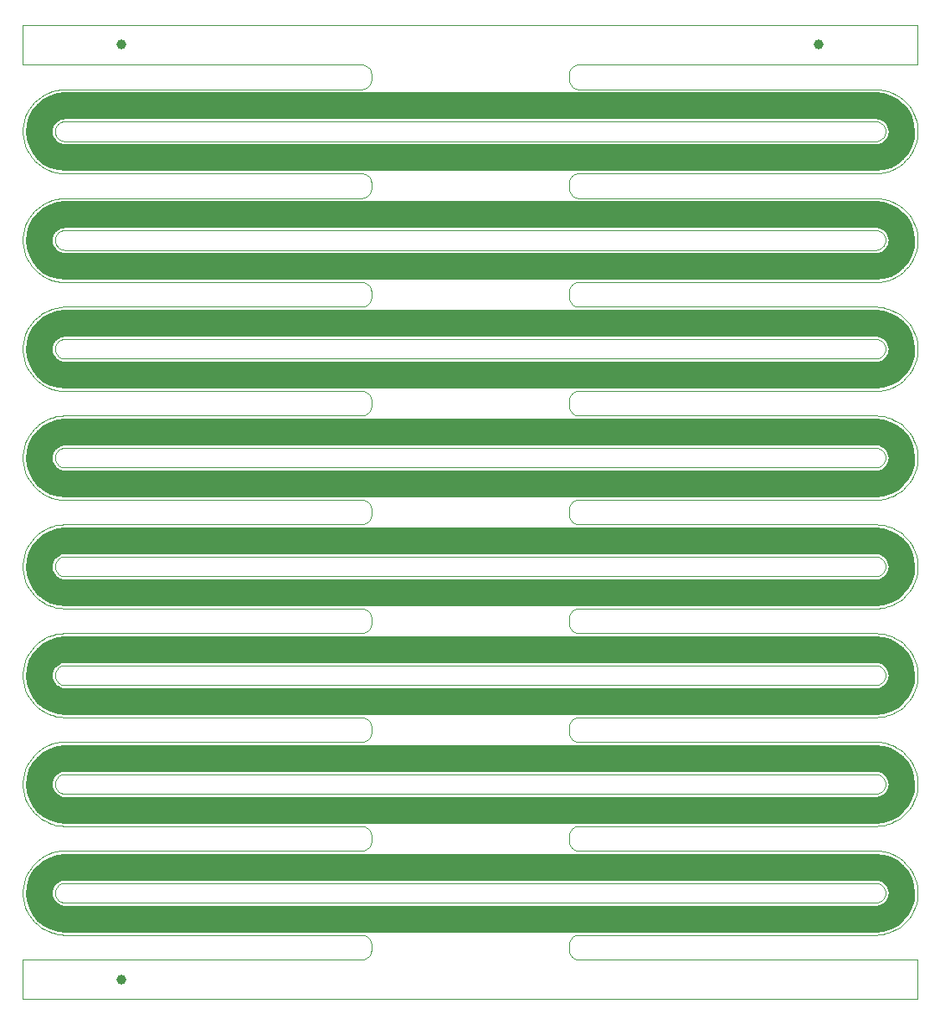
<source format=gbr>
G04 #@! TF.GenerationSoftware,KiCad,Pcbnew,5.1.5+dfsg1-2build2*
G04 #@! TF.CreationDate,2021-10-10T04:01:21+00:00*
G04 #@! TF.ProjectId,bobbin_top_4.0,626f6262-696e-45f7-946f-705f342e302e,rev?*
G04 #@! TF.SameCoordinates,Original*
G04 #@! TF.FileFunction,Copper,L2,Bot*
G04 #@! TF.FilePolarity,Positive*
%FSLAX46Y46*%
G04 Gerber Fmt 4.6, Leading zero omitted, Abs format (unit mm)*
G04 Created by KiCad (PCBNEW 5.1.5+dfsg1-2build2) date 2021-10-10 04:01:21*
%MOMM*%
%LPD*%
G04 APERTURE LIST*
G04 #@! TA.AperFunction,Profile*
%ADD10C,0.100000*%
G04 #@! TD*
G04 #@! TA.AperFunction,BGAPad,CuDef*
%ADD11C,1.000000*%
G04 #@! TD*
G04 #@! TA.AperFunction,ViaPad*
%ADD12C,0.800000*%
G04 #@! TD*
G04 #@! TA.AperFunction,Conductor*
%ADD13C,0.254000*%
G04 #@! TD*
G04 APERTURE END LIST*
D10*
X136499900Y-121216000D02*
X136401200Y-121236200D01*
X136596400Y-121185700D02*
X136499900Y-121216000D01*
X136689300Y-121145900D02*
X136596400Y-121185700D01*
X136777600Y-121096800D02*
X136689300Y-121145900D01*
X136860600Y-121039100D02*
X136777600Y-121096800D01*
X136937300Y-120973300D02*
X136860600Y-121039100D01*
X137007100Y-120899800D02*
X136937300Y-120973300D01*
X137069000Y-120819900D02*
X137007100Y-120899800D01*
X137122400Y-120734100D02*
X137069000Y-120819900D01*
X137166900Y-120643400D02*
X137122400Y-120734100D01*
X137202000Y-120548600D02*
X137166900Y-120643400D01*
X137227300Y-120450800D02*
X137202000Y-120548600D01*
X137242600Y-120350800D02*
X137227300Y-120450800D01*
X137247700Y-120249900D02*
X137242600Y-120350800D01*
X137242600Y-120149200D02*
X137247700Y-120249900D01*
X137227300Y-120049300D02*
X137242600Y-120149200D01*
X137202000Y-119951500D02*
X137227300Y-120049300D01*
X137166900Y-119856700D02*
X137202000Y-119951500D01*
X137122400Y-119766000D02*
X137166900Y-119856700D01*
X137069000Y-119680200D02*
X137122400Y-119766000D01*
X137007100Y-119600300D02*
X137069000Y-119680200D01*
X136937300Y-119526800D02*
X137007100Y-119600300D01*
X136860600Y-119461000D02*
X136937300Y-119526800D01*
X136777600Y-119403300D02*
X136860600Y-119461000D01*
X136689300Y-119354200D02*
X136777600Y-119403300D01*
X136596600Y-119314500D02*
X136689300Y-119354200D01*
X136500200Y-119284200D02*
X136596600Y-119314500D01*
X136401200Y-119263900D02*
X136500200Y-119284200D01*
X136300700Y-119253600D02*
X136401200Y-119263900D01*
X136224800Y-119251000D02*
X136300700Y-119253600D01*
X54275500Y-119251000D02*
X136224800Y-119251000D01*
X54199100Y-119253600D02*
X54275500Y-119251000D01*
X54098800Y-119263900D02*
X54199100Y-119253600D01*
X53999800Y-119284200D02*
X54098800Y-119263900D01*
X53903400Y-119314500D02*
X53999800Y-119284200D01*
X53810500Y-119354400D02*
X53903400Y-119314500D01*
X53722100Y-119403400D02*
X53810500Y-119354400D01*
X53639200Y-119461200D02*
X53722100Y-119403400D01*
X53562500Y-119527000D02*
X53639200Y-119461200D01*
X53492900Y-119600300D02*
X53562500Y-119527000D01*
X53431000Y-119680200D02*
X53492900Y-119600300D01*
X53377600Y-119766000D02*
X53431000Y-119680200D01*
X53333100Y-119856700D02*
X53377600Y-119766000D01*
X53298100Y-119951200D02*
X53333100Y-119856700D01*
X53272700Y-120049100D02*
X53298100Y-119951200D01*
X53257400Y-120149000D02*
X53272700Y-120049100D01*
X53252300Y-120249900D02*
X53257400Y-120149000D01*
X53257400Y-120350800D02*
X53252300Y-120249900D01*
X53272700Y-120450800D02*
X53257400Y-120350800D01*
X53298000Y-120548600D02*
X53272700Y-120450800D01*
X53333100Y-120643400D02*
X53298000Y-120548600D01*
X53377600Y-120734100D02*
X53333100Y-120643400D01*
X53431000Y-120819900D02*
X53377600Y-120734100D01*
X53492900Y-120899800D02*
X53431000Y-120819900D01*
X53562500Y-120973100D02*
X53492900Y-120899800D01*
X53639200Y-121038900D02*
X53562500Y-120973100D01*
X53722100Y-121096700D02*
X53639200Y-121038900D01*
X53810500Y-121145700D02*
X53722100Y-121096700D01*
X53903400Y-121185600D02*
X53810500Y-121145700D01*
X53999800Y-121215900D02*
X53903400Y-121185600D01*
X54098800Y-121236200D02*
X53999800Y-121215900D01*
X54199300Y-121246500D02*
X54098800Y-121236200D01*
X54275200Y-121249000D02*
X54199300Y-121246500D01*
X136225000Y-121249000D02*
X54275200Y-121249000D01*
X136300400Y-121246500D02*
X136225000Y-121249000D01*
X136401200Y-121236200D02*
X136300400Y-121246500D01*
X136499900Y-110215900D02*
X136401100Y-110236200D01*
X136596400Y-110185700D02*
X136499900Y-110215900D01*
X136689300Y-110145900D02*
X136596400Y-110185700D01*
X136777600Y-110096800D02*
X136689300Y-110145900D01*
X136860600Y-110039100D02*
X136777600Y-110096800D01*
X136937300Y-109973300D02*
X136860600Y-110039100D01*
X137007100Y-109899800D02*
X136937300Y-109973300D01*
X137069000Y-109819900D02*
X137007100Y-109899800D01*
X137122400Y-109734100D02*
X137069000Y-109819900D01*
X137166900Y-109643400D02*
X137122400Y-109734100D01*
X137202000Y-109548600D02*
X137166900Y-109643400D01*
X137227300Y-109450700D02*
X137202000Y-109548600D01*
X137242600Y-109350800D02*
X137227300Y-109450700D01*
X137247700Y-109249900D02*
X137242600Y-109350800D01*
X137242600Y-109149200D02*
X137247700Y-109249900D01*
X137227300Y-109049300D02*
X137242600Y-109149200D01*
X137202000Y-108951500D02*
X137227300Y-109049300D01*
X137166900Y-108856700D02*
X137202000Y-108951500D01*
X137122400Y-108766000D02*
X137166900Y-108856700D01*
X137069000Y-108680200D02*
X137122400Y-108766000D01*
X137007100Y-108600300D02*
X137069000Y-108680200D01*
X136937300Y-108526800D02*
X137007100Y-108600300D01*
X136860600Y-108461000D02*
X136937300Y-108526800D01*
X136777600Y-108403300D02*
X136860600Y-108461000D01*
X136689300Y-108354200D02*
X136777600Y-108403300D01*
X136596600Y-108314500D02*
X136689300Y-108354200D01*
X136500200Y-108284200D02*
X136596600Y-108314500D01*
X136401200Y-108263900D02*
X136500200Y-108284200D01*
X136300700Y-108253600D02*
X136401200Y-108263900D01*
X136224800Y-108251000D02*
X136300700Y-108253600D01*
X54275400Y-108251000D02*
X136224800Y-108251000D01*
X54199100Y-108253600D02*
X54275400Y-108251000D01*
X54098800Y-108263900D02*
X54199100Y-108253600D01*
X53999800Y-108284200D02*
X54098800Y-108263900D01*
X53903400Y-108314500D02*
X53999800Y-108284200D01*
X53810500Y-108354300D02*
X53903400Y-108314500D01*
X53722100Y-108403400D02*
X53810500Y-108354300D01*
X53639200Y-108461200D02*
X53722100Y-108403400D01*
X53562500Y-108527000D02*
X53639200Y-108461200D01*
X53492900Y-108600300D02*
X53562500Y-108527000D01*
X53431000Y-108680200D02*
X53492900Y-108600300D01*
X53377600Y-108766000D02*
X53431000Y-108680200D01*
X53333100Y-108856700D02*
X53377600Y-108766000D01*
X53298100Y-108951200D02*
X53333100Y-108856700D01*
X53272700Y-109049100D02*
X53298100Y-108951200D01*
X53257400Y-109149000D02*
X53272700Y-109049100D01*
X53252300Y-109249900D02*
X53257400Y-109149000D01*
X53257400Y-109350800D02*
X53252300Y-109249900D01*
X53272700Y-109450700D02*
X53257400Y-109350800D01*
X53298000Y-109548600D02*
X53272700Y-109450700D01*
X53333100Y-109643400D02*
X53298000Y-109548600D01*
X53377600Y-109734100D02*
X53333100Y-109643400D01*
X53431000Y-109819900D02*
X53377600Y-109734100D01*
X53492900Y-109899800D02*
X53431000Y-109819900D01*
X53562500Y-109973100D02*
X53492900Y-109899800D01*
X53639200Y-110038900D02*
X53562500Y-109973100D01*
X53722100Y-110096700D02*
X53639200Y-110038900D01*
X53810500Y-110145700D02*
X53722100Y-110096700D01*
X53903400Y-110185600D02*
X53810500Y-110145700D01*
X53999800Y-110215900D02*
X53903400Y-110185600D01*
X54098800Y-110236200D02*
X53999800Y-110215900D01*
X54199300Y-110246500D02*
X54098800Y-110236200D01*
X54275200Y-110249000D02*
X54199300Y-110246500D01*
X136225000Y-110249000D02*
X54275200Y-110249000D01*
X136300500Y-110246500D02*
X136225000Y-110249000D01*
X136401100Y-110236200D02*
X136300500Y-110246500D01*
X136499900Y-99215900D02*
X136401100Y-99236200D01*
X136596400Y-99185700D02*
X136499900Y-99215900D01*
X136689300Y-99145800D02*
X136596400Y-99185700D01*
X136777600Y-99096800D02*
X136689300Y-99145800D01*
X136860600Y-99039100D02*
X136777600Y-99096800D01*
X136937300Y-98973300D02*
X136860600Y-99039100D01*
X137007100Y-98899800D02*
X136937300Y-98973300D01*
X137069000Y-98819900D02*
X137007100Y-98899800D01*
X137122400Y-98734100D02*
X137069000Y-98819900D01*
X137166900Y-98643400D02*
X137122400Y-98734100D01*
X137202000Y-98548600D02*
X137166900Y-98643400D01*
X137227300Y-98450700D02*
X137202000Y-98548600D01*
X137242600Y-98350800D02*
X137227300Y-98450700D01*
X137247700Y-98249900D02*
X137242600Y-98350800D01*
X137242600Y-98149200D02*
X137247700Y-98249900D01*
X137227300Y-98049300D02*
X137242600Y-98149200D01*
X137202000Y-97951500D02*
X137227300Y-98049300D01*
X137166900Y-97856700D02*
X137202000Y-97951500D01*
X137122400Y-97766000D02*
X137166900Y-97856700D01*
X137069000Y-97680200D02*
X137122400Y-97766000D01*
X137007100Y-97600300D02*
X137069000Y-97680200D01*
X136937300Y-97526800D02*
X137007100Y-97600300D01*
X136860600Y-97461000D02*
X136937300Y-97526800D01*
X136777600Y-97403300D02*
X136860600Y-97461000D01*
X136689300Y-97354200D02*
X136777600Y-97403300D01*
X136596600Y-97314500D02*
X136689300Y-97354200D01*
X136500200Y-97284200D02*
X136596600Y-97314500D01*
X136401200Y-97263800D02*
X136500200Y-97284200D01*
X136300700Y-97253600D02*
X136401200Y-97263800D01*
X136224800Y-97251000D02*
X136300700Y-97253600D01*
X54275400Y-97251000D02*
X136224800Y-97251000D01*
X54199200Y-97253600D02*
X54275400Y-97251000D01*
X54098800Y-97263800D02*
X54199200Y-97253600D01*
X53999800Y-97284200D02*
X54098800Y-97263800D01*
X53903400Y-97314500D02*
X53999800Y-97284200D01*
X53810500Y-97354300D02*
X53903400Y-97314500D01*
X53722100Y-97403400D02*
X53810500Y-97354300D01*
X53639200Y-97461100D02*
X53722100Y-97403400D01*
X53562500Y-97527000D02*
X53639200Y-97461100D01*
X53492900Y-97600300D02*
X53562500Y-97527000D01*
X53431000Y-97680200D02*
X53492900Y-97600300D01*
X53377600Y-97766000D02*
X53431000Y-97680200D01*
X53333100Y-97856700D02*
X53377600Y-97766000D01*
X53298100Y-97951200D02*
X53333100Y-97856700D01*
X53272700Y-98049100D02*
X53298100Y-97951200D01*
X53257400Y-98149000D02*
X53272700Y-98049100D01*
X53252300Y-98249900D02*
X53257400Y-98149000D01*
X53257400Y-98350800D02*
X53252300Y-98249900D01*
X53272700Y-98450700D02*
X53257400Y-98350800D01*
X53298000Y-98548600D02*
X53272700Y-98450700D01*
X53333100Y-98643400D02*
X53298000Y-98548600D01*
X53377600Y-98734100D02*
X53333100Y-98643400D01*
X53431000Y-98819900D02*
X53377600Y-98734100D01*
X53492900Y-98899800D02*
X53431000Y-98819900D01*
X53562500Y-98973100D02*
X53492900Y-98899800D01*
X53639200Y-99038900D02*
X53562500Y-98973100D01*
X53722100Y-99096700D02*
X53639200Y-99038900D01*
X53810500Y-99145700D02*
X53722100Y-99096700D01*
X53903400Y-99185600D02*
X53810500Y-99145700D01*
X53999800Y-99215900D02*
X53903400Y-99185600D01*
X54098800Y-99236200D02*
X53999800Y-99215900D01*
X54199300Y-99246500D02*
X54098800Y-99236200D01*
X54275200Y-99249000D02*
X54199300Y-99246500D01*
X136224900Y-99249000D02*
X54275200Y-99249000D01*
X136300500Y-99246500D02*
X136224900Y-99249000D01*
X136401100Y-99236200D02*
X136300500Y-99246500D01*
X136499900Y-88215900D02*
X136401100Y-88236200D01*
X136596400Y-88185700D02*
X136499900Y-88215900D01*
X136689300Y-88145800D02*
X136596400Y-88185700D01*
X136777600Y-88096800D02*
X136689300Y-88145800D01*
X136860600Y-88039100D02*
X136777600Y-88096800D01*
X136937300Y-87973300D02*
X136860600Y-88039100D01*
X137007100Y-87899800D02*
X136937300Y-87973300D01*
X137069000Y-87819900D02*
X137007100Y-87899800D01*
X137122400Y-87734100D02*
X137069000Y-87819900D01*
X137166900Y-87643400D02*
X137122400Y-87734100D01*
X137202000Y-87548600D02*
X137166900Y-87643400D01*
X137227300Y-87450700D02*
X137202000Y-87548600D01*
X137242600Y-87350800D02*
X137227300Y-87450700D01*
X137247700Y-87249900D02*
X137242600Y-87350800D01*
X137242600Y-87149200D02*
X137247700Y-87249900D01*
X137227300Y-87049300D02*
X137242600Y-87149200D01*
X137202000Y-86951500D02*
X137227300Y-87049300D01*
X137166900Y-86856700D02*
X137202000Y-86951500D01*
X137122400Y-86766000D02*
X137166900Y-86856700D01*
X137069000Y-86680200D02*
X137122400Y-86766000D01*
X137007100Y-86600200D02*
X137069000Y-86680200D01*
X136937300Y-86526800D02*
X137007100Y-86600200D01*
X136860600Y-86461000D02*
X136937300Y-86526800D01*
X136777600Y-86403200D02*
X136860600Y-86461000D01*
X136689300Y-86354200D02*
X136777600Y-86403200D01*
X136596600Y-86314500D02*
X136689300Y-86354200D01*
X136500200Y-86284200D02*
X136596600Y-86314500D01*
X136401200Y-86263800D02*
X136500200Y-86284200D01*
X136300700Y-86253600D02*
X136401200Y-86263800D01*
X136224800Y-86251000D02*
X136300700Y-86253600D01*
X54275400Y-86251000D02*
X136224800Y-86251000D01*
X54199200Y-86253600D02*
X54275400Y-86251000D01*
X54098800Y-86263800D02*
X54199200Y-86253600D01*
X53999800Y-86284200D02*
X54098800Y-86263800D01*
X53903400Y-86314500D02*
X53999800Y-86284200D01*
X53810500Y-86354300D02*
X53903400Y-86314500D01*
X53722100Y-86403400D02*
X53810500Y-86354300D01*
X53639200Y-86461100D02*
X53722100Y-86403400D01*
X53562500Y-86527000D02*
X53639200Y-86461100D01*
X53492900Y-86600200D02*
X53562500Y-86527000D01*
X53431000Y-86680200D02*
X53492900Y-86600200D01*
X53377600Y-86766000D02*
X53431000Y-86680200D01*
X53333100Y-86856700D02*
X53377600Y-86766000D01*
X53298100Y-86951200D02*
X53333100Y-86856700D01*
X53272700Y-87049100D02*
X53298100Y-86951200D01*
X53257400Y-87149000D02*
X53272700Y-87049100D01*
X53252300Y-87249900D02*
X53257400Y-87149000D01*
X53257400Y-87350800D02*
X53252300Y-87249900D01*
X53272700Y-87450700D02*
X53257400Y-87350800D01*
X53298000Y-87548600D02*
X53272700Y-87450700D01*
X53333100Y-87643400D02*
X53298000Y-87548600D01*
X53377600Y-87734100D02*
X53333100Y-87643400D01*
X53431000Y-87819900D02*
X53377600Y-87734100D01*
X53492900Y-87899800D02*
X53431000Y-87819900D01*
X53562500Y-87973100D02*
X53492900Y-87899800D01*
X53639200Y-88038900D02*
X53562500Y-87973100D01*
X53722100Y-88096700D02*
X53639200Y-88038900D01*
X53810500Y-88145700D02*
X53722100Y-88096700D01*
X53903400Y-88185600D02*
X53810500Y-88145700D01*
X53999800Y-88215900D02*
X53903400Y-88185600D01*
X54098800Y-88236200D02*
X53999800Y-88215900D01*
X54199300Y-88246500D02*
X54098800Y-88236200D01*
X54275200Y-88249000D02*
X54199300Y-88246500D01*
X136224900Y-88249000D02*
X54275200Y-88249000D01*
X136300500Y-88246400D02*
X136224900Y-88249000D01*
X136401100Y-88236200D02*
X136300500Y-88246400D01*
X136499900Y-77215900D02*
X136401000Y-77236200D01*
X136596400Y-77185700D02*
X136499900Y-77215900D01*
X136689300Y-77145800D02*
X136596400Y-77185700D01*
X136777600Y-77096800D02*
X136689300Y-77145800D01*
X136860600Y-77039100D02*
X136777600Y-77096800D01*
X136937300Y-76973200D02*
X136860600Y-77039100D01*
X137007100Y-76899800D02*
X136937300Y-76973200D01*
X137069000Y-76819900D02*
X137007100Y-76899800D01*
X137122400Y-76734100D02*
X137069000Y-76819900D01*
X137166900Y-76643300D02*
X137122400Y-76734100D01*
X137202000Y-76548600D02*
X137166900Y-76643300D01*
X137227300Y-76450700D02*
X137202000Y-76548600D01*
X137242600Y-76350800D02*
X137227300Y-76450700D01*
X137247700Y-76249900D02*
X137242600Y-76350800D01*
X137242600Y-76149200D02*
X137247700Y-76249900D01*
X137227300Y-76049300D02*
X137242600Y-76149200D01*
X137202000Y-75951500D02*
X137227300Y-76049300D01*
X137166900Y-75856700D02*
X137202000Y-75951500D01*
X137122400Y-75765900D02*
X137166900Y-75856700D01*
X137069000Y-75680200D02*
X137122400Y-75765900D01*
X137007100Y-75600200D02*
X137069000Y-75680200D01*
X136937300Y-75526800D02*
X137007100Y-75600200D01*
X136860600Y-75461000D02*
X136937300Y-75526800D01*
X136777600Y-75403200D02*
X136860600Y-75461000D01*
X136689300Y-75354200D02*
X136777600Y-75403200D01*
X136596600Y-75314500D02*
X136689300Y-75354200D01*
X136500200Y-75284200D02*
X136596600Y-75314500D01*
X136401200Y-75263800D02*
X136500200Y-75284200D01*
X136300700Y-75253600D02*
X136401200Y-75263800D01*
X136224800Y-75251000D02*
X136300700Y-75253600D01*
X54275300Y-75251000D02*
X136224800Y-75251000D01*
X54199200Y-75253600D02*
X54275300Y-75251000D01*
X54098800Y-75263800D02*
X54199200Y-75253600D01*
X53999800Y-75284200D02*
X54098800Y-75263800D01*
X53903400Y-75314500D02*
X53999800Y-75284200D01*
X53810500Y-75354300D02*
X53903400Y-75314500D01*
X53722100Y-75403400D02*
X53810500Y-75354300D01*
X53639200Y-75461100D02*
X53722100Y-75403400D01*
X53562500Y-75527000D02*
X53639200Y-75461100D01*
X53492900Y-75600200D02*
X53562500Y-75527000D01*
X53431000Y-75680200D02*
X53492900Y-75600200D01*
X53377600Y-75765900D02*
X53431000Y-75680200D01*
X53333100Y-75856700D02*
X53377600Y-75765900D01*
X53298100Y-75951200D02*
X53333100Y-75856700D01*
X53272700Y-76049000D02*
X53298100Y-75951200D01*
X53257400Y-76148900D02*
X53272700Y-76049000D01*
X53252300Y-76249900D02*
X53257400Y-76148900D01*
X53257400Y-76350800D02*
X53252300Y-76249900D01*
X53272700Y-76450700D02*
X53257400Y-76350800D01*
X53298000Y-76548600D02*
X53272700Y-76450700D01*
X53333100Y-76643300D02*
X53298000Y-76548600D01*
X53377600Y-76734100D02*
X53333100Y-76643300D01*
X53431000Y-76819900D02*
X53377600Y-76734100D01*
X53492900Y-76899800D02*
X53431000Y-76819900D01*
X53562500Y-76973100D02*
X53492900Y-76899800D01*
X53639200Y-77038900D02*
X53562500Y-76973100D01*
X53722100Y-77096700D02*
X53639200Y-77038900D01*
X53810500Y-77145700D02*
X53722100Y-77096700D01*
X53903400Y-77185600D02*
X53810500Y-77145700D01*
X53999800Y-77215800D02*
X53903400Y-77185600D01*
X54098800Y-77236200D02*
X53999800Y-77215800D01*
X54199300Y-77246400D02*
X54098800Y-77236200D01*
X54275200Y-77249000D02*
X54199300Y-77246400D01*
X136224800Y-77249000D02*
X54275200Y-77249000D01*
X136300600Y-77246400D02*
X136224800Y-77249000D01*
X136401000Y-77236200D02*
X136300600Y-77246400D01*
X136499900Y-66215900D02*
X136401000Y-66236200D01*
X136596400Y-66185700D02*
X136499900Y-66215900D01*
X136689300Y-66145800D02*
X136596400Y-66185700D01*
X136777600Y-66096800D02*
X136689300Y-66145800D01*
X136860600Y-66039100D02*
X136777600Y-66096800D01*
X136937300Y-65973200D02*
X136860600Y-66039100D01*
X137007100Y-65899800D02*
X136937300Y-65973200D01*
X137068800Y-65820100D02*
X137007100Y-65899800D01*
X137122300Y-65734300D02*
X137068800Y-65820100D01*
X137166800Y-65643600D02*
X137122300Y-65734300D01*
X137201900Y-65548800D02*
X137166800Y-65643600D01*
X137227300Y-65451000D02*
X137201900Y-65548800D01*
X137242600Y-65351100D02*
X137227300Y-65451000D01*
X137247700Y-65250100D02*
X137242600Y-65351100D01*
X137242600Y-65149200D02*
X137247700Y-65250100D01*
X137227300Y-65049300D02*
X137242600Y-65149200D01*
X137202000Y-64951500D02*
X137227300Y-65049300D01*
X137166800Y-64856400D02*
X137202000Y-64951500D01*
X137122300Y-64765700D02*
X137166800Y-64856400D01*
X137068800Y-64679900D02*
X137122300Y-64765700D01*
X137006900Y-64600000D02*
X137068800Y-64679900D01*
X136937300Y-64526800D02*
X137006900Y-64600000D01*
X136860600Y-64461000D02*
X136937300Y-64526800D01*
X136777600Y-64403200D02*
X136860600Y-64461000D01*
X136689500Y-64354300D02*
X136777600Y-64403200D01*
X136596600Y-64314400D02*
X136689500Y-64354300D01*
X136500200Y-64284200D02*
X136596600Y-64314400D01*
X136401200Y-64263800D02*
X136500200Y-64284200D01*
X136300700Y-64253600D02*
X136401200Y-64263800D01*
X136224800Y-64251000D02*
X136300700Y-64253600D01*
X54275300Y-64251000D02*
X136224800Y-64251000D01*
X54199300Y-64253600D02*
X54275300Y-64251000D01*
X54098800Y-64263800D02*
X54199300Y-64253600D01*
X53999800Y-64284200D02*
X54098800Y-64263800D01*
X53903400Y-64314400D02*
X53999800Y-64284200D01*
X53810500Y-64354300D02*
X53903400Y-64314400D01*
X53722100Y-64403400D02*
X53810500Y-64354300D01*
X53639200Y-64461100D02*
X53722100Y-64403400D01*
X53562500Y-64527000D02*
X53639200Y-64461100D01*
X53492900Y-64600200D02*
X53562500Y-64527000D01*
X53431000Y-64680200D02*
X53492900Y-64600200D01*
X53377600Y-64765900D02*
X53431000Y-64680200D01*
X53333100Y-64856700D02*
X53377600Y-64765900D01*
X53298000Y-64951500D02*
X53333100Y-64856700D01*
X53272700Y-65049000D02*
X53298000Y-64951500D01*
X53257400Y-65148900D02*
X53272700Y-65049000D01*
X53252300Y-65249900D02*
X53257400Y-65148900D01*
X53257400Y-65350800D02*
X53252300Y-65249900D01*
X53272700Y-65450700D02*
X53257400Y-65350800D01*
X53298000Y-65548600D02*
X53272700Y-65450700D01*
X53333100Y-65643300D02*
X53298000Y-65548600D01*
X53377600Y-65734100D02*
X53333100Y-65643300D01*
X53431000Y-65819900D02*
X53377600Y-65734100D01*
X53492900Y-65899800D02*
X53431000Y-65819900D01*
X53562500Y-65973100D02*
X53492900Y-65899800D01*
X53639200Y-66038900D02*
X53562500Y-65973100D01*
X53722100Y-66096600D02*
X53639200Y-66038900D01*
X53810500Y-66145700D02*
X53722100Y-66096600D01*
X53903400Y-66185600D02*
X53810500Y-66145700D01*
X53999800Y-66215800D02*
X53903400Y-66185600D01*
X54098800Y-66236200D02*
X53999800Y-66215800D01*
X54199300Y-66246400D02*
X54098800Y-66236200D01*
X54275200Y-66249000D02*
X54199300Y-66246400D01*
X136224800Y-66249000D02*
X54275200Y-66249000D01*
X136300600Y-66246400D02*
X136224800Y-66249000D01*
X136401000Y-66236200D02*
X136300600Y-66246400D01*
X136499900Y-55215900D02*
X136401000Y-55236200D01*
X136596400Y-55185700D02*
X136499900Y-55215900D01*
X136689300Y-55145800D02*
X136596400Y-55185700D01*
X136777600Y-55096800D02*
X136689300Y-55145800D01*
X136860600Y-55039100D02*
X136777600Y-55096800D01*
X136937300Y-54973200D02*
X136860600Y-55039100D01*
X137007100Y-54899800D02*
X136937300Y-54973200D01*
X137068800Y-54820100D02*
X137007100Y-54899800D01*
X137122300Y-54734300D02*
X137068800Y-54820100D01*
X137166800Y-54643600D02*
X137122300Y-54734300D01*
X137201900Y-54548800D02*
X137166800Y-54643600D01*
X137227300Y-54451000D02*
X137201900Y-54548800D01*
X137242600Y-54351100D02*
X137227300Y-54451000D01*
X137247700Y-54250100D02*
X137242600Y-54351100D01*
X137242600Y-54149200D02*
X137247700Y-54250100D01*
X137227300Y-54049300D02*
X137242600Y-54149200D01*
X137202000Y-53951500D02*
X137227300Y-54049300D01*
X137166800Y-53856400D02*
X137202000Y-53951500D01*
X137122300Y-53765700D02*
X137166800Y-53856400D01*
X137068800Y-53679900D02*
X137122300Y-53765700D01*
X137006900Y-53600000D02*
X137068800Y-53679900D01*
X136937300Y-53526800D02*
X137006900Y-53600000D01*
X136860600Y-53460900D02*
X136937300Y-53526800D01*
X136777600Y-53403200D02*
X136860600Y-53460900D01*
X136689500Y-53354300D02*
X136777600Y-53403200D01*
X136596600Y-53314400D02*
X136689500Y-53354300D01*
X136500200Y-53284200D02*
X136596600Y-53314400D01*
X136401200Y-53263800D02*
X136500200Y-53284200D01*
X136300700Y-53253600D02*
X136401200Y-53263800D01*
X136224800Y-53251000D02*
X136300700Y-53253600D01*
X54275200Y-53251000D02*
X136224800Y-53251000D01*
X54199300Y-53253600D02*
X54275200Y-53251000D01*
X54098800Y-53263800D02*
X54199300Y-53253600D01*
X53999800Y-53284200D02*
X54098800Y-53263800D01*
X53903400Y-53314400D02*
X53999800Y-53284200D01*
X53810500Y-53354300D02*
X53903400Y-53314400D01*
X53722100Y-53403400D02*
X53810500Y-53354300D01*
X53639200Y-53461100D02*
X53722100Y-53403400D01*
X53562500Y-53527000D02*
X53639200Y-53461100D01*
X53492900Y-53600200D02*
X53562500Y-53527000D01*
X53431000Y-53680200D02*
X53492900Y-53600200D01*
X53377600Y-53765900D02*
X53431000Y-53680200D01*
X53333100Y-53856700D02*
X53377600Y-53765900D01*
X53298000Y-53951500D02*
X53333100Y-53856700D01*
X53272700Y-54049000D02*
X53298000Y-53951500D01*
X53257400Y-54148900D02*
X53272700Y-54049000D01*
X53252300Y-54249900D02*
X53257400Y-54148900D01*
X53257400Y-54350800D02*
X53252300Y-54249900D01*
X53272700Y-54450700D02*
X53257400Y-54350800D01*
X53298000Y-54548500D02*
X53272700Y-54450700D01*
X53333100Y-54643300D02*
X53298000Y-54548500D01*
X53377600Y-54734100D02*
X53333100Y-54643300D01*
X53431000Y-54819900D02*
X53377600Y-54734100D01*
X53492900Y-54899800D02*
X53431000Y-54819900D01*
X53562500Y-54973000D02*
X53492900Y-54899800D01*
X53639200Y-55038900D02*
X53562500Y-54973000D01*
X53722100Y-55096600D02*
X53639200Y-55038900D01*
X53810500Y-55145700D02*
X53722100Y-55096600D01*
X53903400Y-55185600D02*
X53810500Y-55145700D01*
X53999800Y-55215800D02*
X53903400Y-55185600D01*
X54098800Y-55236200D02*
X53999800Y-55215800D01*
X54199300Y-55246400D02*
X54098800Y-55236200D01*
X54275200Y-55249000D02*
X54199300Y-55246400D01*
X136224800Y-55249000D02*
X54275200Y-55249000D01*
X136300700Y-55246400D02*
X136224800Y-55249000D01*
X136401000Y-55236200D02*
X136300700Y-55246400D01*
X136500200Y-132215900D02*
X136400700Y-132236300D01*
X136596600Y-132185600D02*
X136500200Y-132215900D01*
X136689500Y-132145800D02*
X136596600Y-132185600D01*
X136777900Y-132096700D02*
X136689500Y-132145800D01*
X136860800Y-132038900D02*
X136777900Y-132096700D01*
X136937500Y-131973100D02*
X136860800Y-132038900D01*
X137007100Y-131899800D02*
X136937500Y-131973100D01*
X137069000Y-131819900D02*
X137007100Y-131899800D01*
X137122400Y-131734100D02*
X137069000Y-131819900D01*
X137166900Y-131643400D02*
X137122400Y-131734100D01*
X137202000Y-131548600D02*
X137166900Y-131643400D01*
X137227300Y-131450800D02*
X137202000Y-131548600D01*
X137242600Y-131350900D02*
X137227300Y-131450800D01*
X137247700Y-131249900D02*
X137242600Y-131350900D01*
X137242600Y-131149300D02*
X137247700Y-131249900D01*
X137227300Y-131049400D02*
X137242600Y-131149300D01*
X137202000Y-130951500D02*
X137227300Y-131049400D01*
X137166900Y-130856700D02*
X137202000Y-130951500D01*
X137122400Y-130766000D02*
X137166900Y-130856700D01*
X137069000Y-130680200D02*
X137122400Y-130766000D01*
X137007100Y-130600300D02*
X137069000Y-130680200D01*
X136937300Y-130526800D02*
X137007100Y-130600300D01*
X136860600Y-130461000D02*
X136937300Y-130526800D01*
X136777600Y-130403300D02*
X136860600Y-130461000D01*
X136689300Y-130354200D02*
X136777600Y-130403300D01*
X136596600Y-130314500D02*
X136689300Y-130354200D01*
X136500200Y-130284200D02*
X136596600Y-130314500D01*
X136401200Y-130263900D02*
X136500200Y-130284200D01*
X136300700Y-130253600D02*
X136401200Y-130263900D01*
X136224800Y-130251100D02*
X136300700Y-130253600D01*
X54275000Y-130251100D02*
X136224800Y-130251100D01*
X54199500Y-130253600D02*
X54275000Y-130251100D01*
X54098800Y-130263900D02*
X54199500Y-130253600D01*
X53999800Y-130284200D02*
X54098800Y-130263900D01*
X53903400Y-130314500D02*
X53999800Y-130284200D01*
X53810500Y-130354400D02*
X53903400Y-130314500D01*
X53722100Y-130403400D02*
X53810500Y-130354400D01*
X53639200Y-130461200D02*
X53722100Y-130403400D01*
X53562500Y-130527000D02*
X53639200Y-130461200D01*
X53492900Y-130600300D02*
X53562500Y-130527000D01*
X53431000Y-130680200D02*
X53492900Y-130600300D01*
X53377600Y-130766000D02*
X53431000Y-130680200D01*
X53333100Y-130856700D02*
X53377600Y-130766000D01*
X53298100Y-130951200D02*
X53333100Y-130856700D01*
X53272700Y-131049100D02*
X53298100Y-130951200D01*
X53257400Y-131149000D02*
X53272700Y-131049100D01*
X53252300Y-131249900D02*
X53257400Y-131149000D01*
X53257400Y-131350900D02*
X53252300Y-131249900D01*
X53272700Y-131450800D02*
X53257400Y-131350900D01*
X53298000Y-131548600D02*
X53272700Y-131450800D01*
X53333100Y-131643400D02*
X53298000Y-131548600D01*
X53377600Y-131734100D02*
X53333100Y-131643400D01*
X53431000Y-131819900D02*
X53377600Y-131734100D01*
X53492900Y-131899800D02*
X53431000Y-131819900D01*
X53562500Y-131973100D02*
X53492900Y-131899800D01*
X53639200Y-132038900D02*
X53562500Y-131973100D01*
X53722100Y-132096700D02*
X53639200Y-132038900D01*
X53810500Y-132145800D02*
X53722100Y-132096700D01*
X53903400Y-132185600D02*
X53810500Y-132145800D01*
X53999800Y-132215900D02*
X53903400Y-132185600D01*
X54098800Y-132236200D02*
X53999800Y-132215900D01*
X54199300Y-132246500D02*
X54098800Y-132236200D01*
X54275200Y-132249100D02*
X54199300Y-132246500D01*
X136224500Y-132249100D02*
X54275200Y-132249100D01*
X136300900Y-132246500D02*
X136224500Y-132249100D01*
X136400700Y-132236300D02*
X136300900Y-132246500D01*
X140471000Y-43499000D02*
X50014600Y-43499700D01*
X140486300Y-43499800D02*
X140471000Y-43499000D01*
X140492300Y-43503000D02*
X140486300Y-43499800D01*
X140494800Y-43508200D02*
X140492300Y-43503000D01*
X140495500Y-43523500D02*
X140494800Y-43508200D01*
X140495500Y-47475500D02*
X140495500Y-43523500D01*
X140494300Y-47492700D02*
X140495500Y-47475500D01*
X140491600Y-47496700D02*
X140494300Y-47492700D01*
X140486300Y-47499200D02*
X140491600Y-47496700D01*
X106241200Y-47500000D02*
X140486300Y-47499200D01*
X106144000Y-47504800D02*
X106241200Y-47500000D01*
X106047900Y-47519000D02*
X106144000Y-47504800D01*
X105953600Y-47542600D02*
X106047900Y-47519000D01*
X105862200Y-47575400D02*
X105953600Y-47542600D01*
X105774300Y-47616900D02*
X105862200Y-47575400D01*
X105691000Y-47666900D02*
X105774300Y-47616900D01*
X105613000Y-47724700D02*
X105691000Y-47666900D01*
X105541000Y-47790000D02*
X105613000Y-47724700D01*
X105475700Y-47862000D02*
X105541000Y-47790000D01*
X105417900Y-47940000D02*
X105475700Y-47862000D01*
X105367900Y-48023300D02*
X105417900Y-47940000D01*
X105326400Y-48111100D02*
X105367900Y-48023300D01*
X105293600Y-48202600D02*
X105326400Y-48111100D01*
X105270000Y-48296900D02*
X105293600Y-48202600D01*
X105255800Y-48393000D02*
X105270000Y-48296900D01*
X105251000Y-48490200D02*
X105255800Y-48393000D01*
X105251000Y-49008800D02*
X105251000Y-48490200D01*
X105255800Y-49106000D02*
X105251000Y-49008800D01*
X105270000Y-49202100D02*
X105255800Y-49106000D01*
X105293600Y-49296400D02*
X105270000Y-49202100D01*
X105326400Y-49387900D02*
X105293600Y-49296400D01*
X105367900Y-49475700D02*
X105326400Y-49387900D01*
X105417900Y-49559000D02*
X105367900Y-49475700D01*
X105475700Y-49637000D02*
X105417900Y-49559000D01*
X105541000Y-49709000D02*
X105475700Y-49637000D01*
X105613000Y-49774300D02*
X105541000Y-49709000D01*
X105691000Y-49832100D02*
X105613000Y-49774300D01*
X105774300Y-49882100D02*
X105691000Y-49832100D01*
X105862200Y-49923600D02*
X105774300Y-49882100D01*
X105953600Y-49956400D02*
X105862200Y-49923600D01*
X106047900Y-49980000D02*
X105953600Y-49956400D01*
X106144000Y-49994200D02*
X106047900Y-49980000D01*
X106241200Y-49999000D02*
X106144000Y-49994200D01*
X136243700Y-49999000D02*
X106241200Y-49999000D01*
X136679800Y-50021100D02*
X136243700Y-49999000D01*
X137093100Y-50084100D02*
X136679800Y-50021100D01*
X137118000Y-50089200D02*
X137093100Y-50084100D01*
X137510300Y-50190800D02*
X137118000Y-50089200D01*
X137534500Y-50198400D02*
X137510300Y-50190800D01*
X137926500Y-50343900D02*
X137534500Y-50198400D01*
X138312700Y-50533300D02*
X137926500Y-50343900D01*
X138678100Y-50761100D02*
X138312700Y-50533300D01*
X139008900Y-51016700D02*
X138678100Y-50761100D01*
X139028200Y-51033300D02*
X139008900Y-51016700D01*
X139321900Y-51312400D02*
X139028200Y-51033300D01*
X139339400Y-51330900D02*
X139321900Y-51312400D01*
X139611500Y-51648400D02*
X139339400Y-51330900D01*
X139857200Y-52001400D02*
X139611500Y-51648400D01*
X140066200Y-52377800D02*
X139857200Y-52001400D01*
X140231400Y-52761900D02*
X140066200Y-52377800D01*
X140240200Y-52785700D02*
X140231400Y-52761900D01*
X140361500Y-53172300D02*
X140240200Y-52785700D01*
X140367900Y-53196900D02*
X140361500Y-53172300D01*
X140451700Y-53606600D02*
X140367900Y-53196900D01*
X140494300Y-54022000D02*
X140451700Y-53606600D01*
X140495500Y-54047400D02*
X140494300Y-54022000D01*
X140495200Y-54465600D02*
X140495500Y-54047400D01*
X140451700Y-54893400D02*
X140495200Y-54465600D01*
X140365000Y-55315200D02*
X140451700Y-54893400D01*
X140240200Y-55714200D02*
X140365000Y-55315200D01*
X140231400Y-55738100D02*
X140240200Y-55714200D01*
X140071600Y-56110400D02*
X140231400Y-55738100D01*
X140060400Y-56133200D02*
X140071600Y-56110400D01*
X139857200Y-56498700D02*
X140060400Y-56133200D01*
X139618900Y-56841600D02*
X139857200Y-56498700D01*
X139603300Y-56861700D02*
X139618900Y-56841600D01*
X139330700Y-57178800D02*
X139603300Y-56861700D01*
X139018600Y-57475400D02*
X139330700Y-57178800D01*
X138678500Y-57738700D02*
X139018600Y-57475400D01*
X138313100Y-57966500D02*
X138678500Y-57738700D01*
X137926500Y-58156100D02*
X138313100Y-57966500D01*
X137522700Y-58305700D02*
X137926500Y-58156100D01*
X137105900Y-58413600D02*
X137522700Y-58305700D01*
X136692700Y-58477300D02*
X137105900Y-58413600D01*
X136667400Y-58479800D02*
X136692700Y-58477300D01*
X136243700Y-58501000D02*
X136667400Y-58479800D01*
X106241200Y-58501000D02*
X136243700Y-58501000D01*
X106144000Y-58505800D02*
X106241200Y-58501000D01*
X106047900Y-58520000D02*
X106144000Y-58505800D01*
X105953600Y-58543600D02*
X106047900Y-58520000D01*
X105862200Y-58576400D02*
X105953600Y-58543600D01*
X105774300Y-58617900D02*
X105862200Y-58576400D01*
X105691000Y-58667900D02*
X105774300Y-58617900D01*
X105613000Y-58725700D02*
X105691000Y-58667900D01*
X105541000Y-58791000D02*
X105613000Y-58725700D01*
X105475700Y-58863000D02*
X105541000Y-58791000D01*
X105417900Y-58941000D02*
X105475700Y-58863000D01*
X105367900Y-59024300D02*
X105417900Y-58941000D01*
X105326400Y-59112100D02*
X105367900Y-59024300D01*
X105293600Y-59203600D02*
X105326400Y-59112100D01*
X105270000Y-59297900D02*
X105293600Y-59203600D01*
X105255800Y-59394000D02*
X105270000Y-59297900D01*
X105251000Y-59491200D02*
X105255800Y-59394000D01*
X105251000Y-60008800D02*
X105251000Y-59491200D01*
X105255800Y-60106000D02*
X105251000Y-60008800D01*
X105270000Y-60202100D02*
X105255800Y-60106000D01*
X105293600Y-60296400D02*
X105270000Y-60202100D01*
X105326400Y-60387900D02*
X105293600Y-60296400D01*
X105367900Y-60475700D02*
X105326400Y-60387900D01*
X105417900Y-60559000D02*
X105367900Y-60475700D01*
X105475700Y-60637000D02*
X105417900Y-60559000D01*
X105541000Y-60709000D02*
X105475700Y-60637000D01*
X105613000Y-60774300D02*
X105541000Y-60709000D01*
X105691000Y-60832200D02*
X105613000Y-60774300D01*
X105774300Y-60882100D02*
X105691000Y-60832200D01*
X105862200Y-60923600D02*
X105774300Y-60882100D01*
X105953600Y-60956400D02*
X105862200Y-60923600D01*
X106047900Y-60980000D02*
X105953600Y-60956400D01*
X106144000Y-60994200D02*
X106047900Y-60980000D01*
X106241200Y-60999000D02*
X106144000Y-60994200D01*
X136243700Y-60999000D02*
X106241200Y-60999000D01*
X136679800Y-61021100D02*
X136243700Y-60999000D01*
X137093400Y-61084100D02*
X136679800Y-61021100D01*
X137118000Y-61089200D02*
X137093400Y-61084100D01*
X137522300Y-61194200D02*
X137118000Y-61089200D01*
X137914500Y-61339100D02*
X137522300Y-61194200D01*
X137937800Y-61349100D02*
X137914500Y-61339100D01*
X138301600Y-61527500D02*
X137937800Y-61349100D01*
X138323800Y-61539900D02*
X138301600Y-61527500D01*
X138678500Y-61761400D02*
X138323800Y-61539900D01*
X139018600Y-62024600D02*
X138678500Y-61761400D01*
X139330700Y-62321300D02*
X139018600Y-62024600D01*
X139603300Y-62638300D02*
X139330700Y-62321300D01*
X139618900Y-62658400D02*
X139603300Y-62638300D01*
X139850300Y-62990900D02*
X139618900Y-62658400D01*
X139863800Y-63012500D02*
X139850300Y-62990900D01*
X140066400Y-63378300D02*
X139863800Y-63012500D01*
X140236000Y-63773500D02*
X140066400Y-63378300D01*
X140364900Y-64184300D02*
X140236000Y-63773500D01*
X140449400Y-64593800D02*
X140364900Y-64184300D01*
X140453300Y-64618900D02*
X140449400Y-64593800D01*
X140494300Y-65022000D02*
X140453300Y-64618900D01*
X140495500Y-65047400D02*
X140494300Y-65022000D01*
X140495200Y-65465600D02*
X140495500Y-65047400D01*
X140451700Y-65893500D02*
X140495200Y-65465600D01*
X140365000Y-66315200D02*
X140451700Y-65893500D01*
X140240200Y-66714200D02*
X140365000Y-66315200D01*
X140231400Y-66738100D02*
X140240200Y-66714200D01*
X140071600Y-67110400D02*
X140231400Y-66738100D01*
X140060400Y-67133200D02*
X140071600Y-67110400D01*
X139857200Y-67498700D02*
X140060400Y-67133200D01*
X139618900Y-67841600D02*
X139857200Y-67498700D01*
X139603300Y-67861700D02*
X139618900Y-67841600D01*
X139330700Y-68178800D02*
X139603300Y-67861700D01*
X139018600Y-68475400D02*
X139330700Y-68178800D01*
X138678500Y-68738700D02*
X139018600Y-68475400D01*
X138313100Y-68966500D02*
X138678500Y-68738700D01*
X137926500Y-69156100D02*
X138313100Y-68966500D01*
X137522700Y-69305700D02*
X137926500Y-69156100D01*
X137105900Y-69413600D02*
X137522700Y-69305700D01*
X136692700Y-69477300D02*
X137105900Y-69413600D01*
X136667400Y-69479800D02*
X136692700Y-69477300D01*
X136243700Y-69501000D02*
X136667400Y-69479800D01*
X106241200Y-69501000D02*
X136243700Y-69501000D01*
X106144000Y-69505800D02*
X106241200Y-69501000D01*
X106047900Y-69520000D02*
X106144000Y-69505800D01*
X105953600Y-69543600D02*
X106047900Y-69520000D01*
X105862200Y-69576400D02*
X105953600Y-69543600D01*
X105774300Y-69617900D02*
X105862200Y-69576400D01*
X105691000Y-69667900D02*
X105774300Y-69617900D01*
X105613000Y-69725700D02*
X105691000Y-69667900D01*
X105541000Y-69791000D02*
X105613000Y-69725700D01*
X105475700Y-69863000D02*
X105541000Y-69791000D01*
X105417900Y-69941000D02*
X105475700Y-69863000D01*
X105367900Y-70024300D02*
X105417900Y-69941000D01*
X105326400Y-70112200D02*
X105367900Y-70024300D01*
X105293600Y-70203600D02*
X105326400Y-70112200D01*
X105270000Y-70297900D02*
X105293600Y-70203600D01*
X105255800Y-70394000D02*
X105270000Y-70297900D01*
X105251000Y-70491200D02*
X105255800Y-70394000D01*
X105251000Y-71008800D02*
X105251000Y-70491200D01*
X105255800Y-71106000D02*
X105251000Y-71008800D01*
X105270000Y-71202100D02*
X105255800Y-71106000D01*
X105293600Y-71296400D02*
X105270000Y-71202100D01*
X105326400Y-71387900D02*
X105293600Y-71296400D01*
X105367900Y-71475700D02*
X105326400Y-71387900D01*
X105417900Y-71559000D02*
X105367900Y-71475700D01*
X105475700Y-71637100D02*
X105417900Y-71559000D01*
X105541000Y-71709000D02*
X105475700Y-71637100D01*
X105613000Y-71774300D02*
X105541000Y-71709000D01*
X105691000Y-71832200D02*
X105613000Y-71774300D01*
X105774300Y-71882100D02*
X105691000Y-71832200D01*
X105862200Y-71923600D02*
X105774300Y-71882100D01*
X105953600Y-71956400D02*
X105862200Y-71923600D01*
X106047900Y-71980000D02*
X105953600Y-71956400D01*
X106144000Y-71994200D02*
X106047900Y-71980000D01*
X106241200Y-71999000D02*
X106144000Y-71994200D01*
X136243700Y-71999000D02*
X106241200Y-71999000D01*
X136679800Y-72021100D02*
X136243700Y-71999000D01*
X137093400Y-72084100D02*
X136679800Y-72021100D01*
X137118000Y-72089200D02*
X137093400Y-72084100D01*
X137522300Y-72194200D02*
X137118000Y-72089200D01*
X137914500Y-72339100D02*
X137522300Y-72194200D01*
X137937800Y-72349100D02*
X137914500Y-72339100D01*
X138301600Y-72527600D02*
X137937800Y-72349100D01*
X138323800Y-72539900D02*
X138301600Y-72527600D01*
X138678500Y-72761400D02*
X138323800Y-72539900D01*
X139018600Y-73024600D02*
X138678500Y-72761400D01*
X139330700Y-73321300D02*
X139018600Y-73024600D01*
X139603300Y-73638300D02*
X139330700Y-73321300D01*
X139618900Y-73658400D02*
X139603300Y-73638300D01*
X139850300Y-73990900D02*
X139618900Y-73658400D01*
X139863800Y-74012500D02*
X139850300Y-73990900D01*
X140066400Y-74378300D02*
X139863800Y-74012500D01*
X140236000Y-74773500D02*
X140066400Y-74378300D01*
X140364900Y-75184400D02*
X140236000Y-74773500D01*
X140449400Y-75593800D02*
X140364900Y-75184400D01*
X140453300Y-75619000D02*
X140449400Y-75593800D01*
X140494300Y-76022000D02*
X140453300Y-75619000D01*
X140495500Y-76047400D02*
X140494300Y-76022000D01*
X140495200Y-76465600D02*
X140495500Y-76047400D01*
X140451700Y-76893500D02*
X140495200Y-76465600D01*
X140365000Y-77315200D02*
X140451700Y-76893500D01*
X140240200Y-77714300D02*
X140365000Y-77315200D01*
X140231400Y-77738100D02*
X140240200Y-77714300D01*
X140071600Y-78110400D02*
X140231400Y-77738100D01*
X140060400Y-78133300D02*
X140071600Y-78110400D01*
X139857200Y-78498700D02*
X140060400Y-78133300D01*
X139611200Y-78852100D02*
X139857200Y-78498700D01*
X139331000Y-79178400D02*
X139611200Y-78852100D01*
X139018900Y-79475100D02*
X139331000Y-79178400D01*
X138678500Y-79738700D02*
X139018900Y-79475100D01*
X138323800Y-79960100D02*
X138678500Y-79738700D01*
X138301600Y-79972500D02*
X138323800Y-79960100D01*
X137937900Y-80150900D02*
X138301600Y-79972500D01*
X137914500Y-80160900D02*
X137937900Y-80150900D01*
X137522200Y-80305800D02*
X137914500Y-80160900D01*
X137118100Y-80410800D02*
X137522200Y-80305800D01*
X137093100Y-80415900D02*
X137118100Y-80410800D01*
X136679800Y-80478900D02*
X137093100Y-80415900D01*
X136243700Y-80501000D02*
X136679800Y-80478900D01*
X106241200Y-80501000D02*
X136243700Y-80501000D01*
X106144000Y-80505800D02*
X106241200Y-80501000D01*
X106047900Y-80520000D02*
X106144000Y-80505800D01*
X105953600Y-80543600D02*
X106047900Y-80520000D01*
X105862200Y-80576400D02*
X105953600Y-80543600D01*
X105774300Y-80617900D02*
X105862200Y-80576400D01*
X105691000Y-80667900D02*
X105774300Y-80617900D01*
X105613000Y-80725700D02*
X105691000Y-80667900D01*
X105541000Y-80791000D02*
X105613000Y-80725700D01*
X105475700Y-80863000D02*
X105541000Y-80791000D01*
X105417900Y-80941000D02*
X105475700Y-80863000D01*
X105367900Y-81024300D02*
X105417900Y-80941000D01*
X105326400Y-81112200D02*
X105367900Y-81024300D01*
X105293600Y-81203600D02*
X105326400Y-81112200D01*
X105270000Y-81297900D02*
X105293600Y-81203600D01*
X105255800Y-81394000D02*
X105270000Y-81297900D01*
X105251000Y-81491300D02*
X105255800Y-81394000D01*
X105251000Y-82008800D02*
X105251000Y-81491300D01*
X105255800Y-82106100D02*
X105251000Y-82008800D01*
X105270000Y-82202200D02*
X105255800Y-82106100D01*
X105293600Y-82296400D02*
X105270000Y-82202200D01*
X105326400Y-82387900D02*
X105293600Y-82296400D01*
X105367900Y-82475700D02*
X105326400Y-82387900D01*
X105417900Y-82559000D02*
X105367900Y-82475700D01*
X105475700Y-82637100D02*
X105417900Y-82559000D01*
X105541000Y-82709000D02*
X105475700Y-82637100D01*
X105613000Y-82774300D02*
X105541000Y-82709000D01*
X105691000Y-82832200D02*
X105613000Y-82774300D01*
X105774300Y-82882100D02*
X105691000Y-82832200D01*
X105862200Y-82923600D02*
X105774300Y-82882100D01*
X105953600Y-82956400D02*
X105862200Y-82923600D01*
X106047900Y-82980000D02*
X105953600Y-82956400D01*
X106144000Y-82994200D02*
X106047900Y-82980000D01*
X106241200Y-82999000D02*
X106144000Y-82994200D01*
X136256400Y-82999300D02*
X106241200Y-82999000D01*
X136680300Y-83021200D02*
X136256400Y-82999300D01*
X137105900Y-83086400D02*
X136680300Y-83021200D01*
X137522800Y-83194400D02*
X137105900Y-83086400D01*
X137914500Y-83339100D02*
X137522800Y-83194400D01*
X137937800Y-83349100D02*
X137914500Y-83339100D01*
X138301600Y-83527600D02*
X137937800Y-83349100D01*
X138323800Y-83539900D02*
X138301600Y-83527600D01*
X138678100Y-83761100D02*
X138323800Y-83539900D01*
X139008900Y-84016700D02*
X138678100Y-83761100D01*
X139028200Y-84033300D02*
X139008900Y-84016700D01*
X139330700Y-84321300D02*
X139028200Y-84033300D01*
X139603500Y-84638500D02*
X139330700Y-84321300D01*
X139618900Y-84658400D02*
X139603500Y-84638500D01*
X139857500Y-85001800D02*
X139618900Y-84658400D01*
X140060400Y-85366800D02*
X139857500Y-85001800D01*
X140071600Y-85389600D02*
X140060400Y-85366800D01*
X140236000Y-85773500D02*
X140071600Y-85389600D01*
X140361500Y-86172300D02*
X140236000Y-85773500D01*
X140367900Y-86197000D02*
X140361500Y-86172300D01*
X140451600Y-86606100D02*
X140367900Y-86197000D01*
X140495200Y-87035000D02*
X140451600Y-86606100D01*
X140495500Y-87452600D02*
X140495200Y-87035000D01*
X140494300Y-87478000D02*
X140495500Y-87452600D01*
X140451700Y-87893500D02*
X140494300Y-87478000D01*
X140367900Y-88303100D02*
X140451700Y-87893500D01*
X140361500Y-88327700D02*
X140367900Y-88303100D01*
X140236200Y-88726100D02*
X140361500Y-88327700D01*
X140066200Y-89122200D02*
X140236200Y-88726100D01*
X139863800Y-89487500D02*
X140066200Y-89122200D01*
X139850300Y-89509100D02*
X139863800Y-89487500D01*
X139611500Y-89851700D02*
X139850300Y-89509100D01*
X139339400Y-90169200D02*
X139611500Y-89851700D01*
X139321900Y-90187600D02*
X139339400Y-90169200D01*
X139018900Y-90475100D02*
X139321900Y-90187600D01*
X138678000Y-90739000D02*
X139018900Y-90475100D01*
X138323800Y-90960100D02*
X138678000Y-90739000D01*
X138301600Y-90972500D02*
X138323800Y-90960100D01*
X137926500Y-91156100D02*
X138301600Y-90972500D01*
X137534500Y-91301600D02*
X137926500Y-91156100D01*
X137510300Y-91309300D02*
X137534500Y-91301600D01*
X137105900Y-91413600D02*
X137510300Y-91309300D01*
X136679800Y-91478900D02*
X137105900Y-91413600D01*
X136243700Y-91501000D02*
X136679800Y-91478900D01*
X106241200Y-91501000D02*
X136243700Y-91501000D01*
X106144000Y-91505800D02*
X106241200Y-91501000D01*
X106047900Y-91520000D02*
X106144000Y-91505800D01*
X105953600Y-91543600D02*
X106047900Y-91520000D01*
X105862200Y-91576400D02*
X105953600Y-91543600D01*
X105774300Y-91617900D02*
X105862200Y-91576400D01*
X105691000Y-91667900D02*
X105774300Y-91617900D01*
X105613000Y-91725700D02*
X105691000Y-91667900D01*
X105541000Y-91791000D02*
X105613000Y-91725700D01*
X105475700Y-91863000D02*
X105541000Y-91791000D01*
X105417900Y-91941000D02*
X105475700Y-91863000D01*
X105367900Y-92024300D02*
X105417900Y-91941000D01*
X105326400Y-92112200D02*
X105367900Y-92024300D01*
X105293600Y-92203600D02*
X105326400Y-92112200D01*
X105270000Y-92297900D02*
X105293600Y-92203600D01*
X105255800Y-92394000D02*
X105270000Y-92297900D01*
X105251000Y-92491300D02*
X105255800Y-92394000D01*
X105251000Y-93008800D02*
X105251000Y-92491300D01*
X105255800Y-93106100D02*
X105251000Y-93008800D01*
X105270000Y-93202200D02*
X105255800Y-93106100D01*
X105293600Y-93296400D02*
X105270000Y-93202200D01*
X105326400Y-93387900D02*
X105293600Y-93296400D01*
X105367900Y-93475700D02*
X105326400Y-93387900D01*
X105417900Y-93559000D02*
X105367900Y-93475700D01*
X105475700Y-93637100D02*
X105417900Y-93559000D01*
X105541000Y-93709000D02*
X105475700Y-93637100D01*
X105613000Y-93774300D02*
X105541000Y-93709000D01*
X105691000Y-93832200D02*
X105613000Y-93774300D01*
X105774300Y-93882100D02*
X105691000Y-93832200D01*
X105862200Y-93923700D02*
X105774300Y-93882100D01*
X105953600Y-93956400D02*
X105862200Y-93923700D01*
X106047900Y-93980000D02*
X105953600Y-93956400D01*
X106144000Y-93994200D02*
X106047900Y-93980000D01*
X106241200Y-93999000D02*
X106144000Y-93994200D01*
X136249900Y-93999100D02*
X106241200Y-93999000D01*
X136667300Y-94020200D02*
X136249900Y-93999100D01*
X136692600Y-94022800D02*
X136667300Y-94020200D01*
X137105400Y-94086300D02*
X136692600Y-94022800D01*
X137510300Y-94190800D02*
X137105400Y-94086300D01*
X137534500Y-94198400D02*
X137510300Y-94190800D01*
X137926100Y-94343800D02*
X137534500Y-94198400D01*
X138301600Y-94527600D02*
X137926100Y-94343800D01*
X138323600Y-94539800D02*
X138301600Y-94527600D01*
X138678100Y-94761100D02*
X138323600Y-94539800D01*
X139008900Y-95016800D02*
X138678100Y-94761100D01*
X139028200Y-95033300D02*
X139008900Y-95016800D01*
X139331100Y-95321700D02*
X139028200Y-95033300D01*
X139611200Y-95648000D02*
X139331100Y-95321700D01*
X139850300Y-95990900D02*
X139611200Y-95648000D01*
X139863800Y-96012500D02*
X139850300Y-95990900D01*
X140066200Y-96377900D02*
X139863800Y-96012500D01*
X140231400Y-96761900D02*
X140066200Y-96377900D01*
X140240200Y-96785800D02*
X140231400Y-96761900D01*
X140365100Y-97184900D02*
X140240200Y-96785800D01*
X140451600Y-97606100D02*
X140365100Y-97184900D01*
X140494300Y-98022000D02*
X140451600Y-97606100D01*
X140495500Y-98047400D02*
X140494300Y-98022000D01*
X140495200Y-98465100D02*
X140495500Y-98047400D01*
X140453300Y-98881100D02*
X140495200Y-98465100D01*
X140449400Y-98906200D02*
X140453300Y-98881100D01*
X140365000Y-99315300D02*
X140449400Y-98906200D01*
X140240200Y-99714300D02*
X140365000Y-99315300D01*
X140231400Y-99738100D02*
X140240200Y-99714300D01*
X140066400Y-100121800D02*
X140231400Y-99738100D01*
X139863800Y-100487500D02*
X140066400Y-100121800D01*
X139850300Y-100509100D02*
X139863800Y-100487500D01*
X139618900Y-100841600D02*
X139850300Y-100509100D01*
X139603300Y-100861700D02*
X139618900Y-100841600D01*
X139331000Y-101178400D02*
X139603300Y-100861700D01*
X139028200Y-101466700D02*
X139331000Y-101178400D01*
X139008900Y-101483300D02*
X139028200Y-101466700D01*
X138678000Y-101739000D02*
X139008900Y-101483300D01*
X138313100Y-101966500D02*
X138678000Y-101739000D01*
X137937900Y-102150900D02*
X138313100Y-101966500D01*
X137914500Y-102160900D02*
X137937900Y-102150900D01*
X137522200Y-102305900D02*
X137914500Y-102160900D01*
X137105900Y-102413700D02*
X137522200Y-102305900D01*
X136692700Y-102477300D02*
X137105900Y-102413700D01*
X136667400Y-102479900D02*
X136692700Y-102477300D01*
X136243800Y-102501000D02*
X136667400Y-102479900D01*
X106241200Y-102501000D02*
X136243800Y-102501000D01*
X106144000Y-102505800D02*
X106241200Y-102501000D01*
X106047900Y-102520000D02*
X106144000Y-102505800D01*
X105953600Y-102543700D02*
X106047900Y-102520000D01*
X105862200Y-102576400D02*
X105953600Y-102543700D01*
X105774300Y-102617900D02*
X105862200Y-102576400D01*
X105691000Y-102667900D02*
X105774300Y-102617900D01*
X105613000Y-102725700D02*
X105691000Y-102667900D01*
X105541000Y-102791000D02*
X105613000Y-102725700D01*
X105475700Y-102863000D02*
X105541000Y-102791000D01*
X105417900Y-102941000D02*
X105475700Y-102863000D01*
X105367900Y-103024300D02*
X105417900Y-102941000D01*
X105326400Y-103112200D02*
X105367900Y-103024300D01*
X105293600Y-103203600D02*
X105326400Y-103112200D01*
X105270000Y-103297900D02*
X105293600Y-103203600D01*
X105255800Y-103394000D02*
X105270000Y-103297900D01*
X105251000Y-103491300D02*
X105255800Y-103394000D01*
X105251000Y-104008800D02*
X105251000Y-103491300D01*
X105255800Y-104106100D02*
X105251000Y-104008800D01*
X105270000Y-104202200D02*
X105255800Y-104106100D01*
X105293600Y-104296400D02*
X105270000Y-104202200D01*
X105326400Y-104387900D02*
X105293600Y-104296400D01*
X105367900Y-104475700D02*
X105326400Y-104387900D01*
X105417900Y-104559000D02*
X105367900Y-104475700D01*
X105475700Y-104637100D02*
X105417900Y-104559000D01*
X105541000Y-104709100D02*
X105475700Y-104637100D01*
X105613000Y-104774300D02*
X105541000Y-104709100D01*
X105691000Y-104832200D02*
X105613000Y-104774300D01*
X105774300Y-104882100D02*
X105691000Y-104832200D01*
X105862200Y-104923700D02*
X105774300Y-104882100D01*
X105953600Y-104956400D02*
X105862200Y-104923700D01*
X106047900Y-104980000D02*
X105953600Y-104956400D01*
X106144000Y-104994200D02*
X106047900Y-104980000D01*
X106241200Y-104999000D02*
X106144000Y-104994200D01*
X136243700Y-104999000D02*
X106241200Y-104999000D01*
X136680300Y-105021200D02*
X136243700Y-104999000D01*
X137093100Y-105084100D02*
X136680300Y-105021200D01*
X137118000Y-105089200D02*
X137093100Y-105084100D01*
X137522300Y-105194200D02*
X137118000Y-105089200D01*
X137914500Y-105339100D02*
X137522300Y-105194200D01*
X137937800Y-105349200D02*
X137914500Y-105339100D01*
X138312700Y-105533400D02*
X137937800Y-105349200D01*
X138667600Y-105754200D02*
X138312700Y-105533400D01*
X138688500Y-105768800D02*
X138667600Y-105754200D01*
X139018600Y-106024700D02*
X138688500Y-105768800D01*
X139321900Y-106312500D02*
X139018600Y-106024700D01*
X139339400Y-106330900D02*
X139321900Y-106312500D01*
X139611200Y-106648000D02*
X139339400Y-106330900D01*
X139850300Y-106991000D02*
X139611200Y-106648000D01*
X139863800Y-107012500D02*
X139850300Y-106991000D01*
X140066200Y-107377900D02*
X139863800Y-107012500D01*
X140231400Y-107761900D02*
X140066200Y-107377900D01*
X140240200Y-107785800D02*
X140231400Y-107761900D01*
X140365100Y-108184900D02*
X140240200Y-107785800D01*
X140451600Y-108606100D02*
X140365100Y-108184900D01*
X140494300Y-109022100D02*
X140451600Y-108606100D01*
X140495500Y-109047500D02*
X140494300Y-109022100D01*
X140495200Y-109465100D02*
X140495500Y-109047500D01*
X140453300Y-109881100D02*
X140495200Y-109465100D01*
X140449400Y-109906200D02*
X140453300Y-109881100D01*
X140365000Y-110315300D02*
X140449400Y-109906200D01*
X140240200Y-110714300D02*
X140365000Y-110315300D01*
X140231400Y-110738100D02*
X140240200Y-110714300D01*
X140066400Y-111121800D02*
X140231400Y-110738100D01*
X139863800Y-111487500D02*
X140066400Y-111121800D01*
X139850300Y-111509100D02*
X139863800Y-111487500D01*
X139611500Y-111851700D02*
X139850300Y-111509100D01*
X139339400Y-112169200D02*
X139611500Y-111851700D01*
X139321900Y-112187600D02*
X139339400Y-112169200D01*
X139018900Y-112475100D02*
X139321900Y-112187600D01*
X138678500Y-112738700D02*
X139018900Y-112475100D01*
X138323800Y-112960100D02*
X138678500Y-112738700D01*
X138301600Y-112972500D02*
X138323800Y-112960100D01*
X137937900Y-113150900D02*
X138301600Y-112972500D01*
X137914500Y-113160900D02*
X137937900Y-113150900D01*
X137522200Y-113305900D02*
X137914500Y-113160900D01*
X137105400Y-113413800D02*
X137522200Y-113305900D01*
X136680300Y-113478900D02*
X137105400Y-113413800D01*
X136250100Y-113500900D02*
X136680300Y-113478900D01*
X106241200Y-113501000D02*
X136250100Y-113500900D01*
X106144000Y-113505800D02*
X106241200Y-113501000D01*
X106047900Y-113520000D02*
X106144000Y-113505800D01*
X105953600Y-113543700D02*
X106047900Y-113520000D01*
X105862200Y-113576400D02*
X105953600Y-113543700D01*
X105774300Y-113617900D02*
X105862200Y-113576400D01*
X105691000Y-113667900D02*
X105774300Y-113617900D01*
X105613000Y-113725700D02*
X105691000Y-113667900D01*
X105541000Y-113791000D02*
X105613000Y-113725700D01*
X105475700Y-113863000D02*
X105541000Y-113791000D01*
X105417900Y-113941000D02*
X105475700Y-113863000D01*
X105367900Y-114024300D02*
X105417900Y-113941000D01*
X105326400Y-114112200D02*
X105367900Y-114024300D01*
X105293600Y-114203600D02*
X105326400Y-114112200D01*
X105270000Y-114297900D02*
X105293600Y-114203600D01*
X105255800Y-114394000D02*
X105270000Y-114297900D01*
X105251000Y-114491300D02*
X105255800Y-114394000D01*
X105251000Y-115008800D02*
X105251000Y-114491300D01*
X105255800Y-115106100D02*
X105251000Y-115008800D01*
X105270000Y-115202200D02*
X105255800Y-115106100D01*
X105293600Y-115296400D02*
X105270000Y-115202200D01*
X105326400Y-115387900D02*
X105293600Y-115296400D01*
X105367900Y-115475700D02*
X105326400Y-115387900D01*
X105417900Y-115559000D02*
X105367900Y-115475700D01*
X105475700Y-115637100D02*
X105417900Y-115559000D01*
X105541000Y-115709100D02*
X105475700Y-115637100D01*
X105613000Y-115774300D02*
X105541000Y-115709100D01*
X105691000Y-115832200D02*
X105613000Y-115774300D01*
X105774300Y-115882100D02*
X105691000Y-115832200D01*
X105862200Y-115923700D02*
X105774300Y-115882100D01*
X105953600Y-115956400D02*
X105862200Y-115923700D01*
X106047900Y-115980000D02*
X105953600Y-115956400D01*
X106144000Y-115994300D02*
X106047900Y-115980000D01*
X106241200Y-115999000D02*
X106144000Y-115994300D01*
X136243700Y-115999000D02*
X106241200Y-115999000D01*
X136679800Y-116021200D02*
X136243700Y-115999000D01*
X137105900Y-116086400D02*
X136679800Y-116021200D01*
X137510300Y-116190800D02*
X137105900Y-116086400D01*
X137534500Y-116198400D02*
X137510300Y-116190800D01*
X137926100Y-116343800D02*
X137534500Y-116198400D01*
X138301600Y-116527600D02*
X137926100Y-116343800D01*
X138323800Y-116539900D02*
X138301600Y-116527600D01*
X138678100Y-116761100D02*
X138323800Y-116539900D01*
X139018600Y-117024700D02*
X138678100Y-116761100D01*
X139331100Y-117321700D02*
X139018600Y-117024700D01*
X139603300Y-117638300D02*
X139331100Y-117321700D01*
X139618900Y-117658400D02*
X139603300Y-117638300D01*
X139857200Y-118001400D02*
X139618900Y-117658400D01*
X140060400Y-118366800D02*
X139857200Y-118001400D01*
X140071600Y-118389600D02*
X140060400Y-118366800D01*
X140236000Y-118773600D02*
X140071600Y-118389600D01*
X140365100Y-119184900D02*
X140236000Y-118773600D01*
X140449400Y-119593800D02*
X140365100Y-119184900D01*
X140453300Y-119619000D02*
X140449400Y-119593800D01*
X140495200Y-120034500D02*
X140453300Y-119619000D01*
X140495500Y-120452600D02*
X140495200Y-120034500D01*
X140494300Y-120478000D02*
X140495500Y-120452600D01*
X140451700Y-120893500D02*
X140494300Y-120478000D01*
X140364900Y-121315800D02*
X140451700Y-120893500D01*
X140240200Y-121714300D02*
X140364900Y-121315800D01*
X140231400Y-121738100D02*
X140240200Y-121714300D01*
X140071600Y-122110500D02*
X140231400Y-121738100D01*
X140060400Y-122133300D02*
X140071600Y-122110500D01*
X139857400Y-122498300D02*
X140060400Y-122133300D01*
X139618900Y-122841700D02*
X139857400Y-122498300D01*
X139603300Y-122861800D02*
X139618900Y-122841700D01*
X139331000Y-123178500D02*
X139603300Y-122861800D01*
X139018900Y-123475100D02*
X139331000Y-123178500D01*
X138678000Y-123739000D02*
X139018900Y-123475100D01*
X138323800Y-123960200D02*
X138678000Y-123739000D01*
X138301600Y-123972500D02*
X138323800Y-123960200D01*
X137937900Y-124150900D02*
X138301600Y-123972500D01*
X137914500Y-124161000D02*
X137937900Y-124150900D01*
X137522700Y-124305700D02*
X137914500Y-124161000D01*
X137118100Y-124410800D02*
X137522700Y-124305700D01*
X137093100Y-124416000D02*
X137118100Y-124410800D01*
X136680300Y-124478900D02*
X137093100Y-124416000D01*
X136256400Y-124500700D02*
X136680300Y-124478900D01*
X106241200Y-124501000D02*
X136256400Y-124500700D01*
X106144000Y-124505800D02*
X106241200Y-124501000D01*
X106047900Y-124520100D02*
X106144000Y-124505800D01*
X105953600Y-124543700D02*
X106047900Y-124520100D01*
X105862200Y-124576400D02*
X105953600Y-124543700D01*
X105774300Y-124617900D02*
X105862200Y-124576400D01*
X105691000Y-124667900D02*
X105774300Y-124617900D01*
X105613000Y-124725700D02*
X105691000Y-124667900D01*
X105541000Y-124791000D02*
X105613000Y-124725700D01*
X105475700Y-124863000D02*
X105541000Y-124791000D01*
X105417900Y-124941000D02*
X105475700Y-124863000D01*
X105367900Y-125024300D02*
X105417900Y-124941000D01*
X105326400Y-125112200D02*
X105367900Y-125024300D01*
X105293600Y-125203600D02*
X105326400Y-125112200D01*
X105270000Y-125297900D02*
X105293600Y-125203600D01*
X105255800Y-125394000D02*
X105270000Y-125297900D01*
X105251000Y-125491300D02*
X105255800Y-125394000D01*
X105251000Y-126008800D02*
X105251000Y-125491300D01*
X105255800Y-126106100D02*
X105251000Y-126008800D01*
X105270000Y-126202200D02*
X105255800Y-126106100D01*
X105293600Y-126296500D02*
X105270000Y-126202200D01*
X105326400Y-126387900D02*
X105293600Y-126296500D01*
X105367900Y-126475700D02*
X105326400Y-126387900D01*
X105417900Y-126559100D02*
X105367900Y-126475700D01*
X105475700Y-126637100D02*
X105417900Y-126559100D01*
X105541000Y-126709100D02*
X105475700Y-126637100D01*
X105613000Y-126774300D02*
X105541000Y-126709100D01*
X105691000Y-126832200D02*
X105613000Y-126774300D01*
X105774300Y-126882200D02*
X105691000Y-126832200D01*
X105862200Y-126923700D02*
X105774300Y-126882200D01*
X105953600Y-126956400D02*
X105862200Y-126923700D01*
X106047900Y-126980000D02*
X105953600Y-126956400D01*
X106144000Y-126994300D02*
X106047900Y-126980000D01*
X106241300Y-126999100D02*
X106144000Y-126994300D01*
X136243700Y-126999100D02*
X106241300Y-126999100D01*
X136667300Y-127020200D02*
X136243700Y-126999100D01*
X136692600Y-127022800D02*
X136667300Y-127020200D01*
X137105900Y-127086400D02*
X136692600Y-127022800D01*
X137522300Y-127194300D02*
X137105900Y-127086400D01*
X137926100Y-127343800D02*
X137522300Y-127194300D01*
X138301600Y-127527600D02*
X137926100Y-127343800D01*
X138323800Y-127539900D02*
X138301600Y-127527600D01*
X138667600Y-127754200D02*
X138323800Y-127539900D01*
X138688500Y-127768800D02*
X138667600Y-127754200D01*
X139019000Y-128025000D02*
X138688500Y-127768800D01*
X139321900Y-128312500D02*
X139019000Y-128025000D01*
X139339400Y-128330900D02*
X139321900Y-128312500D01*
X139611500Y-128648400D02*
X139339400Y-128330900D01*
X139857500Y-129001800D02*
X139611500Y-128648400D01*
X140066200Y-129377900D02*
X139857500Y-129001800D01*
X140236000Y-129773600D02*
X140066200Y-129377900D01*
X140364900Y-130184400D02*
X140236000Y-129773600D01*
X140451600Y-130606200D02*
X140364900Y-130184400D01*
X140495200Y-131034500D02*
X140451600Y-130606200D01*
X140495500Y-131452600D02*
X140495200Y-131034500D01*
X140494300Y-131478000D02*
X140495500Y-131452600D01*
X140453300Y-131881100D02*
X140494300Y-131478000D01*
X140449400Y-131906200D02*
X140453300Y-131881100D01*
X140364900Y-132315800D02*
X140449400Y-131906200D01*
X140236200Y-132726100D02*
X140364900Y-132315800D01*
X140066400Y-133121800D02*
X140236200Y-132726100D01*
X139863800Y-133487500D02*
X140066400Y-133121800D01*
X139850300Y-133509100D02*
X139863800Y-133487500D01*
X139618900Y-133841700D02*
X139850300Y-133509100D01*
X139603300Y-133861800D02*
X139618900Y-133841700D01*
X139330700Y-134178800D02*
X139603300Y-133861800D01*
X139018900Y-134475100D02*
X139330700Y-134178800D01*
X138678500Y-134738700D02*
X139018900Y-134475100D01*
X138323800Y-134960200D02*
X138678500Y-134738700D01*
X138301600Y-134972500D02*
X138323800Y-134960200D01*
X137937900Y-135150900D02*
X138301600Y-134972500D01*
X137914500Y-135161000D02*
X137937900Y-135150900D01*
X137522200Y-135305900D02*
X137914500Y-135161000D01*
X137118100Y-135410800D02*
X137522200Y-135305900D01*
X137093400Y-135415900D02*
X137118100Y-135410800D01*
X136679800Y-135479000D02*
X137093400Y-135415900D01*
X136243700Y-135501100D02*
X136679800Y-135479000D01*
X106241300Y-135501100D02*
X136243700Y-135501100D01*
X106144000Y-135505900D02*
X106241300Y-135501100D01*
X106047900Y-135520100D02*
X106144000Y-135505900D01*
X105953600Y-135543700D02*
X106047900Y-135520100D01*
X105862200Y-135576500D02*
X105953600Y-135543700D01*
X105774300Y-135618000D02*
X105862200Y-135576500D01*
X105691000Y-135667900D02*
X105774300Y-135618000D01*
X105613000Y-135725800D02*
X105691000Y-135667900D01*
X105541000Y-135791100D02*
X105613000Y-135725800D01*
X105475700Y-135863000D02*
X105541000Y-135791100D01*
X105417900Y-135941100D02*
X105475700Y-135863000D01*
X105367900Y-136024400D02*
X105417900Y-135941100D01*
X105326400Y-136112200D02*
X105367900Y-136024400D01*
X105293600Y-136203700D02*
X105326400Y-136112200D01*
X105270000Y-136297900D02*
X105293600Y-136203700D01*
X105255800Y-136394000D02*
X105270000Y-136297900D01*
X105251000Y-136491300D02*
X105255800Y-136394000D01*
X105251000Y-137009800D02*
X105251000Y-136491300D01*
X105255800Y-137107100D02*
X105251000Y-137009800D01*
X105270000Y-137203200D02*
X105255800Y-137107100D01*
X105293600Y-137297400D02*
X105270000Y-137203200D01*
X105326400Y-137388900D02*
X105293600Y-137297400D01*
X105367900Y-137476700D02*
X105326400Y-137388900D01*
X105417900Y-137560100D02*
X105367900Y-137476700D01*
X105475700Y-137638100D02*
X105417900Y-137560100D01*
X105541000Y-137710100D02*
X105475700Y-137638100D01*
X105613000Y-137775300D02*
X105541000Y-137710100D01*
X105691000Y-137833200D02*
X105613000Y-137775300D01*
X105774300Y-137883200D02*
X105691000Y-137833200D01*
X105862200Y-137924700D02*
X105774300Y-137883200D01*
X105953600Y-137957400D02*
X105862200Y-137924700D01*
X106047900Y-137981000D02*
X105953600Y-137957400D01*
X106144000Y-137995300D02*
X106047900Y-137981000D01*
X106241200Y-138000100D02*
X106144000Y-137995300D01*
X140486300Y-138000900D02*
X106241200Y-138000100D01*
X140490800Y-138002700D02*
X140486300Y-138000900D01*
X140494300Y-138007400D02*
X140490800Y-138002700D01*
X140495500Y-138024600D02*
X140494300Y-138007400D01*
X140495500Y-141976500D02*
X140495500Y-138024600D01*
X140494800Y-141991900D02*
X140495500Y-141976500D01*
X140491600Y-141997800D02*
X140494800Y-141991900D01*
X140486300Y-142000300D02*
X140491600Y-141997800D01*
X140471000Y-142001100D02*
X140486300Y-142000300D01*
X50029000Y-142001100D02*
X140471000Y-142001100D01*
X50013700Y-142000300D02*
X50029000Y-142001100D01*
X50007700Y-141997100D02*
X50013700Y-142000300D01*
X50005200Y-141991900D02*
X50007700Y-141997100D01*
X50004500Y-141976500D02*
X50005200Y-141991900D01*
X50004500Y-138024600D02*
X50004500Y-141976500D01*
X50005700Y-138007400D02*
X50004500Y-138024600D01*
X50008400Y-138003300D02*
X50005700Y-138007400D01*
X50013700Y-138000900D02*
X50008400Y-138003300D01*
X84258800Y-138000100D02*
X50013700Y-138000900D01*
X84356000Y-137995300D02*
X84258800Y-138000100D01*
X84452100Y-137981000D02*
X84356000Y-137995300D01*
X84546400Y-137957400D02*
X84452100Y-137981000D01*
X84637900Y-137924700D02*
X84546400Y-137957400D01*
X84725700Y-137883200D02*
X84637900Y-137924700D01*
X84809000Y-137833200D02*
X84725700Y-137883200D01*
X84887000Y-137775300D02*
X84809000Y-137833200D01*
X84959000Y-137710100D02*
X84887000Y-137775300D01*
X85024300Y-137638100D02*
X84959000Y-137710100D01*
X85082100Y-137560100D02*
X85024300Y-137638100D01*
X85132100Y-137476700D02*
X85082100Y-137560100D01*
X85173600Y-137388900D02*
X85132100Y-137476700D01*
X85206400Y-137297400D02*
X85173600Y-137388900D01*
X85230000Y-137203200D02*
X85206400Y-137297400D01*
X85244200Y-137107100D02*
X85230000Y-137203200D01*
X85249000Y-137009800D02*
X85244200Y-137107100D01*
X85249000Y-136491300D02*
X85249000Y-137009800D01*
X85244200Y-136394000D02*
X85249000Y-136491300D01*
X85230000Y-136297900D02*
X85244200Y-136394000D01*
X85206400Y-136203700D02*
X85230000Y-136297900D01*
X85173600Y-136112200D02*
X85206400Y-136203700D01*
X85132100Y-136024400D02*
X85173600Y-136112200D01*
X85082100Y-135941100D02*
X85132100Y-136024400D01*
X85024300Y-135863000D02*
X85082100Y-135941100D01*
X84959000Y-135791000D02*
X85024300Y-135863000D01*
X84887000Y-135725800D02*
X84959000Y-135791000D01*
X84809000Y-135667900D02*
X84887000Y-135725800D01*
X84725700Y-135618000D02*
X84809000Y-135667900D01*
X84637900Y-135576400D02*
X84725700Y-135618000D01*
X84546400Y-135543700D02*
X84637900Y-135576400D01*
X84452100Y-135520100D02*
X84546400Y-135543700D01*
X84356000Y-135505900D02*
X84452100Y-135520100D01*
X84258800Y-135501100D02*
X84356000Y-135505900D01*
X54256300Y-135501100D02*
X84258800Y-135501100D01*
X53820200Y-135478900D02*
X54256300Y-135501100D01*
X53406900Y-135416000D02*
X53820200Y-135478900D01*
X53382000Y-135410900D02*
X53406900Y-135416000D01*
X52989700Y-135309300D02*
X53382000Y-135410900D01*
X52965500Y-135301700D02*
X52989700Y-135309300D01*
X52573500Y-135156100D02*
X52965500Y-135301700D01*
X52187300Y-134966700D02*
X52573500Y-135156100D01*
X51821900Y-134739000D02*
X52187300Y-134966700D01*
X51491100Y-134483300D02*
X51821900Y-134739000D01*
X51471800Y-134466800D02*
X51491100Y-134483300D01*
X51178100Y-134187600D02*
X51471800Y-134466800D01*
X51160600Y-134169200D02*
X51178100Y-134187600D01*
X50888500Y-133851700D02*
X51160600Y-134169200D01*
X50642800Y-133498700D02*
X50888500Y-133851700D01*
X50433800Y-133122200D02*
X50642800Y-133498700D01*
X50268600Y-132738200D02*
X50433800Y-133122200D01*
X50259800Y-132714300D02*
X50268600Y-132738200D01*
X50138500Y-132327700D02*
X50259800Y-132714300D01*
X50132100Y-132303100D02*
X50138500Y-132327700D01*
X50048300Y-131893500D02*
X50132100Y-132303100D01*
X50005700Y-131478000D02*
X50048300Y-131893500D01*
X50004500Y-131452600D02*
X50005700Y-131478000D01*
X50004800Y-131034500D02*
X50004500Y-131452600D01*
X50048300Y-130606600D02*
X50004800Y-131034500D01*
X50135000Y-130184800D02*
X50048300Y-130606600D01*
X50259800Y-129785800D02*
X50135000Y-130184800D01*
X50268600Y-129762000D02*
X50259800Y-129785800D01*
X50428400Y-129389700D02*
X50268600Y-129762000D01*
X50439600Y-129366800D02*
X50428400Y-129389700D01*
X50642800Y-129001400D02*
X50439600Y-129366800D01*
X50881100Y-128658500D02*
X50642800Y-129001400D01*
X50896700Y-128638300D02*
X50881100Y-128658500D01*
X51169300Y-128321300D02*
X50896700Y-128638300D01*
X51481400Y-128024600D02*
X51169300Y-128321300D01*
X51821500Y-127761400D02*
X51481400Y-128024600D01*
X52186900Y-127533600D02*
X51821500Y-127761400D01*
X52573500Y-127344000D02*
X52186900Y-127533600D01*
X52977300Y-127194400D02*
X52573500Y-127344000D01*
X53394100Y-127086400D02*
X52977300Y-127194400D01*
X53807300Y-127022800D02*
X53394100Y-127086400D01*
X53832600Y-127020200D02*
X53807300Y-127022800D01*
X54256300Y-126999100D02*
X53832600Y-127020200D01*
X84258800Y-126999100D02*
X54256300Y-126999100D01*
X84356000Y-126994300D02*
X84258800Y-126999100D01*
X84452100Y-126980000D02*
X84356000Y-126994300D01*
X84546400Y-126956400D02*
X84452100Y-126980000D01*
X84637900Y-126923700D02*
X84546400Y-126956400D01*
X84725700Y-126882200D02*
X84637900Y-126923700D01*
X84809000Y-126832200D02*
X84725700Y-126882200D01*
X84887000Y-126774400D02*
X84809000Y-126832200D01*
X84959000Y-126709100D02*
X84887000Y-126774400D01*
X85024300Y-126637100D02*
X84959000Y-126709100D01*
X85082100Y-126559100D02*
X85024300Y-126637100D01*
X85132100Y-126475800D02*
X85082100Y-126559100D01*
X85173600Y-126387900D02*
X85132100Y-126475800D01*
X85206400Y-126296500D02*
X85173600Y-126387900D01*
X85230000Y-126202200D02*
X85206400Y-126296500D01*
X85244200Y-126106100D02*
X85230000Y-126202200D01*
X85249000Y-126008800D02*
X85244200Y-126106100D01*
X85249000Y-125491300D02*
X85249000Y-126008800D01*
X85244200Y-125394000D02*
X85249000Y-125491300D01*
X85230000Y-125297900D02*
X85244200Y-125394000D01*
X85206400Y-125203700D02*
X85230000Y-125297900D01*
X85173600Y-125112200D02*
X85206400Y-125203700D01*
X85132100Y-125024400D02*
X85173600Y-125112200D01*
X85082100Y-124941000D02*
X85132100Y-125024400D01*
X85024300Y-124863000D02*
X85082100Y-124941000D01*
X84959000Y-124791000D02*
X85024300Y-124863000D01*
X84887000Y-124725800D02*
X84959000Y-124791000D01*
X84809000Y-124667900D02*
X84887000Y-124725800D01*
X84725700Y-124617900D02*
X84809000Y-124667900D01*
X84637900Y-124576400D02*
X84725700Y-124617900D01*
X84546400Y-124543700D02*
X84637900Y-124576400D01*
X84452100Y-124520100D02*
X84546400Y-124543700D01*
X84356000Y-124505800D02*
X84452100Y-124520100D01*
X84258800Y-124501000D02*
X84356000Y-124505800D01*
X54256300Y-124501000D02*
X84258800Y-124501000D01*
X53820200Y-124478900D02*
X54256300Y-124501000D01*
X53406600Y-124415900D02*
X53820200Y-124478900D01*
X53382000Y-124410800D02*
X53406600Y-124415900D01*
X52977700Y-124305900D02*
X53382000Y-124410800D01*
X52585500Y-124161000D02*
X52977700Y-124305900D01*
X52562200Y-124150900D02*
X52585500Y-124161000D01*
X52198400Y-123972500D02*
X52562200Y-124150900D01*
X52176200Y-123960200D02*
X52198400Y-123972500D01*
X51821500Y-123738700D02*
X52176200Y-123960200D01*
X51481400Y-123475400D02*
X51821500Y-123738700D01*
X51169300Y-123178800D02*
X51481400Y-123475400D01*
X50896700Y-122861800D02*
X51169300Y-123178800D01*
X50881100Y-122841700D02*
X50896700Y-122861800D01*
X50649700Y-122509100D02*
X50881100Y-122841700D01*
X50636200Y-122487600D02*
X50649700Y-122509100D01*
X50433600Y-122121800D02*
X50636200Y-122487600D01*
X50264000Y-121726500D02*
X50433600Y-122121800D01*
X50135100Y-121315700D02*
X50264000Y-121726500D01*
X50050600Y-120906300D02*
X50135100Y-121315700D01*
X50046700Y-120881100D02*
X50050600Y-120906300D01*
X50005700Y-120478000D02*
X50046700Y-120881100D01*
X50004500Y-120452600D02*
X50005700Y-120478000D01*
X50004800Y-120034500D02*
X50004500Y-120452600D01*
X50048300Y-119606600D02*
X50004800Y-120034500D01*
X50135000Y-119184800D02*
X50048300Y-119606600D01*
X50259800Y-118785800D02*
X50135000Y-119184800D01*
X50268600Y-118762000D02*
X50259800Y-118785800D01*
X50428400Y-118389600D02*
X50268600Y-118762000D01*
X50439600Y-118366800D02*
X50428400Y-118389600D01*
X50642800Y-118001400D02*
X50439600Y-118366800D01*
X50881100Y-117658400D02*
X50642800Y-118001400D01*
X50896700Y-117638300D02*
X50881100Y-117658400D01*
X51169300Y-117321300D02*
X50896700Y-117638300D01*
X51481400Y-117024600D02*
X51169300Y-117321300D01*
X51821500Y-116761400D02*
X51481400Y-117024600D01*
X52186900Y-116533600D02*
X51821500Y-116761400D01*
X52573500Y-116343900D02*
X52186900Y-116533600D01*
X52977300Y-116194400D02*
X52573500Y-116343900D01*
X53394100Y-116086400D02*
X52977300Y-116194400D01*
X53807400Y-116022800D02*
X53394100Y-116086400D01*
X53832600Y-116020200D02*
X53807400Y-116022800D01*
X54256300Y-115999000D02*
X53832600Y-116020200D01*
X84258800Y-115999000D02*
X54256300Y-115999000D01*
X84356000Y-115994200D02*
X84258800Y-115999000D01*
X84452100Y-115980000D02*
X84356000Y-115994200D01*
X84546400Y-115956400D02*
X84452100Y-115980000D01*
X84637900Y-115923600D02*
X84546400Y-115956400D01*
X84725700Y-115882100D02*
X84637900Y-115923600D01*
X84809000Y-115832200D02*
X84725700Y-115882100D01*
X84887000Y-115774300D02*
X84809000Y-115832200D01*
X84959000Y-115709000D02*
X84887000Y-115774300D01*
X85024300Y-115637100D02*
X84959000Y-115709000D01*
X85082100Y-115559000D02*
X85024300Y-115637100D01*
X85132100Y-115475700D02*
X85082100Y-115559000D01*
X85173600Y-115387900D02*
X85132100Y-115475700D01*
X85206400Y-115296400D02*
X85173600Y-115387900D01*
X85230000Y-115202200D02*
X85206400Y-115296400D01*
X85244200Y-115106100D02*
X85230000Y-115202200D01*
X85249000Y-115008800D02*
X85244200Y-115106100D01*
X85249000Y-114491300D02*
X85249000Y-115008800D01*
X85244200Y-114394000D02*
X85249000Y-114491300D01*
X85230000Y-114297900D02*
X85244200Y-114394000D01*
X85206400Y-114203600D02*
X85230000Y-114297900D01*
X85173600Y-114112200D02*
X85206400Y-114203600D01*
X85132100Y-114024300D02*
X85173600Y-114112200D01*
X85082100Y-113941000D02*
X85132100Y-114024300D01*
X85024300Y-113863000D02*
X85082100Y-113941000D01*
X84959000Y-113791000D02*
X85024300Y-113863000D01*
X84887000Y-113725800D02*
X84959000Y-113791000D01*
X84809000Y-113667900D02*
X84887000Y-113725800D01*
X84725700Y-113617900D02*
X84809000Y-113667900D01*
X84637900Y-113576400D02*
X84725700Y-113617900D01*
X84546400Y-113543700D02*
X84637900Y-113576400D01*
X84452100Y-113520100D02*
X84546400Y-113543700D01*
X84356000Y-113505800D02*
X84452100Y-113520100D01*
X84258800Y-113501000D02*
X84356000Y-113505800D01*
X54243600Y-113500700D02*
X84258800Y-113501000D01*
X53819700Y-113478900D02*
X54243600Y-113500700D01*
X53406900Y-113416000D02*
X53819700Y-113478900D01*
X53382000Y-113410800D02*
X53406900Y-113416000D01*
X52989700Y-113309300D02*
X53382000Y-113410800D01*
X52965500Y-113301700D02*
X52989700Y-113309300D01*
X52573900Y-113156300D02*
X52965500Y-113301700D01*
X52198400Y-112972500D02*
X52573900Y-113156300D01*
X52176200Y-112960200D02*
X52198400Y-112972500D01*
X51821900Y-112739000D02*
X52176200Y-112960200D01*
X51481400Y-112475400D02*
X51821900Y-112739000D01*
X51169000Y-112178400D02*
X51481400Y-112475400D01*
X50896700Y-111861800D02*
X51169000Y-112178400D01*
X50881100Y-111841700D02*
X50896700Y-111861800D01*
X50649700Y-111509100D02*
X50881100Y-111841700D01*
X50636200Y-111487500D02*
X50649700Y-111509100D01*
X50433800Y-111122200D02*
X50636200Y-111487500D01*
X50268600Y-110738100D02*
X50433800Y-111122200D01*
X50259800Y-110714300D02*
X50268600Y-110738100D01*
X50135100Y-110315700D02*
X50259800Y-110714300D01*
X50048300Y-109893400D02*
X50135100Y-110315700D01*
X50005700Y-109478000D02*
X50048300Y-109893400D01*
X50004500Y-109452600D02*
X50005700Y-109478000D01*
X50004800Y-109035000D02*
X50004500Y-109452600D01*
X50046700Y-108619000D02*
X50004800Y-109035000D01*
X50050600Y-108593900D02*
X50046700Y-108619000D01*
X50135000Y-108184800D02*
X50050600Y-108593900D01*
X50264000Y-107773500D02*
X50135000Y-108184800D01*
X50428400Y-107389600D02*
X50264000Y-107773500D01*
X50439600Y-107366800D02*
X50428400Y-107389600D01*
X50642600Y-107001800D02*
X50439600Y-107366800D01*
X50881100Y-106658400D02*
X50642600Y-107001800D01*
X50896700Y-106638300D02*
X50881100Y-106658400D01*
X51169000Y-106321600D02*
X50896700Y-106638300D01*
X51481100Y-106025000D02*
X51169000Y-106321600D01*
X51822000Y-105761100D02*
X51481100Y-106025000D01*
X52176200Y-105539900D02*
X51822000Y-105761100D01*
X52198400Y-105527600D02*
X52176200Y-105539900D01*
X52573500Y-105343900D02*
X52198400Y-105527600D01*
X52965500Y-105198400D02*
X52573500Y-105343900D01*
X52989700Y-105190800D02*
X52965500Y-105198400D01*
X53394100Y-105086400D02*
X52989700Y-105190800D01*
X53820200Y-105021100D02*
X53394100Y-105086400D01*
X54256300Y-104999000D02*
X53820200Y-105021100D01*
X84258800Y-104999000D02*
X54256300Y-104999000D01*
X84356000Y-104994200D02*
X84258800Y-104999000D01*
X84452100Y-104980000D02*
X84356000Y-104994200D01*
X84546400Y-104956400D02*
X84452100Y-104980000D01*
X84637900Y-104923600D02*
X84546400Y-104956400D01*
X84725700Y-104882100D02*
X84637900Y-104923600D01*
X84809000Y-104832200D02*
X84725700Y-104882100D01*
X84887000Y-104774300D02*
X84809000Y-104832200D01*
X84959000Y-104709000D02*
X84887000Y-104774300D01*
X85024300Y-104637100D02*
X84959000Y-104709000D01*
X85082100Y-104559000D02*
X85024300Y-104637100D01*
X85132100Y-104475700D02*
X85082100Y-104559000D01*
X85173600Y-104387900D02*
X85132100Y-104475700D01*
X85206400Y-104296400D02*
X85173600Y-104387900D01*
X85230000Y-104202200D02*
X85206400Y-104296400D01*
X85244200Y-104106100D02*
X85230000Y-104202200D01*
X85249000Y-104008800D02*
X85244200Y-104106100D01*
X85249000Y-103491300D02*
X85249000Y-104008800D01*
X85244200Y-103394000D02*
X85249000Y-103491300D01*
X85230000Y-103297900D02*
X85244200Y-103394000D01*
X85206400Y-103203600D02*
X85230000Y-103297900D01*
X85173600Y-103112200D02*
X85206400Y-103203600D01*
X85132100Y-103024300D02*
X85173600Y-103112200D01*
X85082100Y-102941000D02*
X85132100Y-103024300D01*
X85024300Y-102863000D02*
X85082100Y-102941000D01*
X84959000Y-102791000D02*
X85024300Y-102863000D01*
X84887000Y-102725700D02*
X84959000Y-102791000D01*
X84809000Y-102667900D02*
X84887000Y-102725700D01*
X84725700Y-102617900D02*
X84809000Y-102667900D01*
X84637900Y-102576400D02*
X84725700Y-102617900D01*
X84546400Y-102543700D02*
X84637900Y-102576400D01*
X84452100Y-102520100D02*
X84546400Y-102543700D01*
X84356000Y-102505800D02*
X84452100Y-102520100D01*
X84258800Y-102501000D02*
X84356000Y-102505800D01*
X54249800Y-102500900D02*
X84258800Y-102501000D01*
X53819700Y-102478900D02*
X54249800Y-102500900D01*
X53394600Y-102413700D02*
X53819700Y-102478900D01*
X52977700Y-102305800D02*
X53394600Y-102413700D01*
X52585500Y-102161000D02*
X52977700Y-102305800D01*
X52562200Y-102150900D02*
X52585500Y-102161000D01*
X52198400Y-101972500D02*
X52562200Y-102150900D01*
X52176200Y-101960200D02*
X52198400Y-101972500D01*
X51821500Y-101738700D02*
X52176200Y-101960200D01*
X51481000Y-101475100D02*
X51821500Y-101738700D01*
X51169300Y-101178800D02*
X51481000Y-101475100D01*
X50896700Y-100861800D02*
X51169300Y-101178800D01*
X50881100Y-100841700D02*
X50896700Y-100861800D01*
X50642800Y-100498700D02*
X50881100Y-100841700D01*
X50439600Y-100133300D02*
X50642800Y-100498700D01*
X50428400Y-100110500D02*
X50439600Y-100133300D01*
X50264000Y-99726500D02*
X50428400Y-100110500D01*
X50138500Y-99327700D02*
X50264000Y-99726500D01*
X50132100Y-99303100D02*
X50138500Y-99327700D01*
X50048400Y-98893900D02*
X50132100Y-99303100D01*
X50005700Y-98478000D02*
X50048400Y-98893900D01*
X50004500Y-98452600D02*
X50005700Y-98478000D01*
X50004800Y-98035000D02*
X50004500Y-98452600D01*
X50046700Y-97619000D02*
X50004800Y-98035000D01*
X50050600Y-97593900D02*
X50046700Y-97619000D01*
X50135000Y-97184800D02*
X50050600Y-97593900D01*
X50259800Y-96785800D02*
X50135000Y-97184800D01*
X50268600Y-96761900D02*
X50259800Y-96785800D01*
X50433600Y-96378300D02*
X50268600Y-96761900D01*
X50636200Y-96012500D02*
X50433600Y-96378300D01*
X50649700Y-95991000D02*
X50636200Y-96012500D01*
X50888500Y-95648300D02*
X50649700Y-95991000D01*
X51160600Y-95330900D02*
X50888500Y-95648300D01*
X51178100Y-95312500D02*
X51160600Y-95330900D01*
X51481100Y-95024900D02*
X51178100Y-95312500D01*
X51811500Y-94768800D02*
X51481100Y-95024900D01*
X51832300Y-94754200D02*
X51811500Y-94768800D01*
X52186900Y-94533600D02*
X51832300Y-94754200D01*
X52562200Y-94349200D02*
X52186900Y-94533600D01*
X52585500Y-94339100D02*
X52562200Y-94349200D01*
X52977300Y-94194400D02*
X52585500Y-94339100D01*
X53381900Y-94089200D02*
X52977300Y-94194400D01*
X53406900Y-94084100D02*
X53381900Y-94089200D01*
X53819700Y-94021200D02*
X53406900Y-94084100D01*
X54256300Y-93999000D02*
X53819700Y-94021200D01*
X84258800Y-93999000D02*
X54256300Y-93999000D01*
X84356000Y-93994200D02*
X84258800Y-93999000D01*
X84452100Y-93980000D02*
X84356000Y-93994200D01*
X84546400Y-93956400D02*
X84452100Y-93980000D01*
X84637900Y-93923600D02*
X84546400Y-93956400D01*
X84725700Y-93882100D02*
X84637900Y-93923600D01*
X84809000Y-93832200D02*
X84725700Y-93882100D01*
X84887000Y-93774300D02*
X84809000Y-93832200D01*
X84959000Y-93709000D02*
X84887000Y-93774300D01*
X85024300Y-93637100D02*
X84959000Y-93709000D01*
X85082100Y-93559000D02*
X85024300Y-93637100D01*
X85132100Y-93475700D02*
X85082100Y-93559000D01*
X85173600Y-93387900D02*
X85132100Y-93475700D01*
X85206400Y-93296400D02*
X85173600Y-93387900D01*
X85230000Y-93202100D02*
X85206400Y-93296400D01*
X85244200Y-93106000D02*
X85230000Y-93202100D01*
X85249000Y-93008800D02*
X85244200Y-93106000D01*
X85249000Y-92491300D02*
X85249000Y-93008800D01*
X85244200Y-92394000D02*
X85249000Y-92491300D01*
X85230000Y-92297900D02*
X85244200Y-92394000D01*
X85206400Y-92203600D02*
X85230000Y-92297900D01*
X85173600Y-92112200D02*
X85206400Y-92203600D01*
X85132100Y-92024300D02*
X85173600Y-92112200D01*
X85082100Y-91941000D02*
X85132100Y-92024300D01*
X85024300Y-91863000D02*
X85082100Y-91941000D01*
X84959000Y-91791000D02*
X85024300Y-91863000D01*
X84887000Y-91725700D02*
X84959000Y-91791000D01*
X84809000Y-91667900D02*
X84887000Y-91725700D01*
X84725700Y-91617900D02*
X84809000Y-91667900D01*
X84637900Y-91576400D02*
X84725700Y-91617900D01*
X84546400Y-91543700D02*
X84637900Y-91576400D01*
X84452100Y-91520100D02*
X84546400Y-91543700D01*
X84356000Y-91505800D02*
X84452100Y-91520100D01*
X84258800Y-91501000D02*
X84356000Y-91505800D01*
X54256200Y-91501000D02*
X84258800Y-91501000D01*
X53832700Y-91479900D02*
X54256200Y-91501000D01*
X53807400Y-91477300D02*
X53832700Y-91479900D01*
X53394100Y-91413600D02*
X53807400Y-91477300D01*
X52977700Y-91305800D02*
X53394100Y-91413600D01*
X52585500Y-91160900D02*
X52977700Y-91305800D01*
X52562200Y-91150900D02*
X52585500Y-91160900D01*
X52186900Y-90966500D02*
X52562200Y-91150900D01*
X51821900Y-90739000D02*
X52186900Y-90966500D01*
X51491100Y-90483300D02*
X51821900Y-90739000D01*
X51471800Y-90466700D02*
X51491100Y-90483300D01*
X51169300Y-90178800D02*
X51471800Y-90466700D01*
X50896700Y-89861800D02*
X51169300Y-90178800D01*
X50881100Y-89841600D02*
X50896700Y-89861800D01*
X50642800Y-89498700D02*
X50881100Y-89841600D01*
X50439600Y-89133300D02*
X50642800Y-89498700D01*
X50428400Y-89110500D02*
X50439600Y-89133300D01*
X50264000Y-88726500D02*
X50428400Y-89110500D01*
X50138500Y-88327700D02*
X50264000Y-88726500D01*
X50132100Y-88303100D02*
X50138500Y-88327700D01*
X50050600Y-87906200D02*
X50132100Y-88303100D01*
X50046700Y-87881100D02*
X50050600Y-87906200D01*
X50004800Y-87465500D02*
X50046700Y-87881100D01*
X50004500Y-87047500D02*
X50004800Y-87465500D01*
X50005700Y-87022100D02*
X50004500Y-87047500D01*
X50048400Y-86606100D02*
X50005700Y-87022100D01*
X50135000Y-86184800D02*
X50048400Y-86606100D01*
X50259800Y-85785800D02*
X50135000Y-86184800D01*
X50268600Y-85761900D02*
X50259800Y-85785800D01*
X50433800Y-85377800D02*
X50268600Y-85761900D01*
X50642600Y-85001800D02*
X50433800Y-85377800D01*
X50881100Y-84658400D02*
X50642600Y-85001800D01*
X50896700Y-84638300D02*
X50881100Y-84658400D01*
X51169000Y-84321600D02*
X50896700Y-84638300D01*
X51471800Y-84033300D02*
X51169000Y-84321600D01*
X51491100Y-84016800D02*
X51471800Y-84033300D01*
X51821500Y-83761400D02*
X51491100Y-84016800D01*
X52176400Y-83539800D02*
X51821500Y-83761400D01*
X52198400Y-83527600D02*
X52176400Y-83539800D01*
X52574000Y-83343700D02*
X52198400Y-83527600D01*
X52965500Y-83198400D02*
X52574000Y-83343700D01*
X52989700Y-83190800D02*
X52965500Y-83198400D01*
X53394100Y-83086400D02*
X52989700Y-83190800D01*
X53807300Y-83022800D02*
X53394100Y-83086400D01*
X53832600Y-83020200D02*
X53807300Y-83022800D01*
X54250100Y-82999100D02*
X53832600Y-83020200D01*
X84258800Y-82999000D02*
X54250100Y-82999100D01*
X84356000Y-82994200D02*
X84258800Y-82999000D01*
X84452100Y-82980000D02*
X84356000Y-82994200D01*
X84546400Y-82956400D02*
X84452100Y-82980000D01*
X84637900Y-82923600D02*
X84546400Y-82956400D01*
X84725700Y-82882100D02*
X84637900Y-82923600D01*
X84809000Y-82832200D02*
X84725700Y-82882100D01*
X84887000Y-82774300D02*
X84809000Y-82832200D01*
X84959000Y-82709000D02*
X84887000Y-82774300D01*
X85024300Y-82637100D02*
X84959000Y-82709000D01*
X85082100Y-82559000D02*
X85024300Y-82637100D01*
X85132100Y-82475700D02*
X85082100Y-82559000D01*
X85173600Y-82387900D02*
X85132100Y-82475700D01*
X85206400Y-82296400D02*
X85173600Y-82387900D01*
X85230000Y-82202100D02*
X85206400Y-82296400D01*
X85244200Y-82106000D02*
X85230000Y-82202100D01*
X85249000Y-82008800D02*
X85244200Y-82106000D01*
X85249000Y-81491300D02*
X85249000Y-82008800D01*
X85244200Y-81394000D02*
X85249000Y-81491300D01*
X85230000Y-81297900D02*
X85244200Y-81394000D01*
X85206400Y-81203600D02*
X85230000Y-81297900D01*
X85173600Y-81112200D02*
X85206400Y-81203600D01*
X85132100Y-81024300D02*
X85173600Y-81112200D01*
X85082100Y-80941000D02*
X85132100Y-81024300D01*
X85024300Y-80863000D02*
X85082100Y-80941000D01*
X84959000Y-80791000D02*
X85024300Y-80863000D01*
X84887000Y-80725700D02*
X84959000Y-80791000D01*
X84809000Y-80667900D02*
X84887000Y-80725700D01*
X84725700Y-80617900D02*
X84809000Y-80667900D01*
X84637900Y-80576400D02*
X84725700Y-80617900D01*
X84546400Y-80543700D02*
X84637900Y-80576400D01*
X84452100Y-80520000D02*
X84546400Y-80543700D01*
X84356000Y-80505800D02*
X84452100Y-80520000D01*
X84258800Y-80501000D02*
X84356000Y-80505800D01*
X54256300Y-80501000D02*
X84258800Y-80501000D01*
X53820200Y-80478900D02*
X54256300Y-80501000D01*
X53394100Y-80413600D02*
X53820200Y-80478900D01*
X52989700Y-80309300D02*
X53394100Y-80413600D01*
X52965500Y-80301600D02*
X52989700Y-80309300D01*
X52573900Y-80156300D02*
X52965500Y-80301600D01*
X52198400Y-79972500D02*
X52573900Y-80156300D01*
X52176200Y-79960100D02*
X52198400Y-79972500D01*
X51821900Y-79738900D02*
X52176200Y-79960100D01*
X51481000Y-79475100D02*
X51821900Y-79738900D01*
X51178100Y-79187600D02*
X51481000Y-79475100D01*
X51160600Y-79169200D02*
X51178100Y-79187600D01*
X50888800Y-78852100D02*
X51160600Y-79169200D01*
X50649700Y-78509100D02*
X50888800Y-78852100D01*
X50636200Y-78487500D02*
X50649700Y-78509100D01*
X50433800Y-78122200D02*
X50636200Y-78487500D01*
X50263800Y-77726000D02*
X50433800Y-78122200D01*
X50138500Y-77327700D02*
X50263800Y-77726000D01*
X50132100Y-77303100D02*
X50138500Y-77327700D01*
X50048400Y-76893900D02*
X50132100Y-77303100D01*
X50005700Y-76478000D02*
X50048400Y-76893900D01*
X50004500Y-76452600D02*
X50005700Y-76478000D01*
X50004800Y-76035000D02*
X50004500Y-76452600D01*
X50048400Y-75606100D02*
X50004800Y-76035000D01*
X50132100Y-75197000D02*
X50048400Y-75606100D01*
X50138500Y-75172400D02*
X50132100Y-75197000D01*
X50263800Y-74773900D02*
X50138500Y-75172400D01*
X50428400Y-74389600D02*
X50263800Y-74773900D01*
X50439600Y-74366800D02*
X50428400Y-74389600D01*
X50642600Y-74001800D02*
X50439600Y-74366800D01*
X50881100Y-73658400D02*
X50642600Y-74001800D01*
X50896500Y-73638500D02*
X50881100Y-73658400D01*
X51169300Y-73321200D02*
X50896500Y-73638500D01*
X51471800Y-73033300D02*
X51169300Y-73321200D01*
X51491100Y-73016700D02*
X51471800Y-73033300D01*
X51811500Y-72768800D02*
X51491100Y-73016700D01*
X51832300Y-72754200D02*
X51811500Y-72768800D01*
X52186900Y-72533600D02*
X51832300Y-72754200D01*
X52562200Y-72349100D02*
X52186900Y-72533600D01*
X52585500Y-72339100D02*
X52562200Y-72349100D01*
X52977300Y-72194300D02*
X52585500Y-72339100D01*
X53394100Y-72086400D02*
X52977300Y-72194300D01*
X53819700Y-72021200D02*
X53394100Y-72086400D01*
X54243600Y-71999300D02*
X53819700Y-72021200D01*
X84258800Y-71999000D02*
X54243600Y-71999300D01*
X84356000Y-71994200D02*
X84258800Y-71999000D01*
X84452100Y-71980000D02*
X84356000Y-71994200D01*
X84546400Y-71956400D02*
X84452100Y-71980000D01*
X84637900Y-71923600D02*
X84546400Y-71956400D01*
X84725700Y-71882100D02*
X84637900Y-71923600D01*
X84809000Y-71832200D02*
X84725700Y-71882100D01*
X84887000Y-71774300D02*
X84809000Y-71832200D01*
X84959000Y-71709000D02*
X84887000Y-71774300D01*
X85024300Y-71637000D02*
X84959000Y-71709000D01*
X85082100Y-71559000D02*
X85024300Y-71637000D01*
X85132100Y-71475700D02*
X85082100Y-71559000D01*
X85173600Y-71387900D02*
X85132100Y-71475700D01*
X85206400Y-71296400D02*
X85173600Y-71387900D01*
X85230000Y-71202100D02*
X85206400Y-71296400D01*
X85244200Y-71106000D02*
X85230000Y-71202100D01*
X85249000Y-71008800D02*
X85244200Y-71106000D01*
X85249000Y-70491300D02*
X85249000Y-71008800D01*
X85244200Y-70394000D02*
X85249000Y-70491300D01*
X85230000Y-70297900D02*
X85244200Y-70394000D01*
X85206400Y-70203600D02*
X85230000Y-70297900D01*
X85173600Y-70112200D02*
X85206400Y-70203600D01*
X85132100Y-70024300D02*
X85173600Y-70112200D01*
X85082100Y-69941000D02*
X85132100Y-70024300D01*
X85024300Y-69863000D02*
X85082100Y-69941000D01*
X84959000Y-69791000D02*
X85024300Y-69863000D01*
X84887000Y-69725700D02*
X84959000Y-69791000D01*
X84809000Y-69667900D02*
X84887000Y-69725700D01*
X84725700Y-69617900D02*
X84809000Y-69667900D01*
X84637900Y-69576400D02*
X84725700Y-69617900D01*
X84546400Y-69543600D02*
X84637900Y-69576400D01*
X84452100Y-69520000D02*
X84546400Y-69543600D01*
X84356000Y-69505800D02*
X84452100Y-69520000D01*
X84258800Y-69501000D02*
X84356000Y-69505800D01*
X54256300Y-69501000D02*
X84258800Y-69501000D01*
X53820200Y-69478900D02*
X54256300Y-69501000D01*
X53406900Y-69415900D02*
X53820200Y-69478900D01*
X53382000Y-69410800D02*
X53406900Y-69415900D01*
X52989700Y-69309300D02*
X53382000Y-69410800D01*
X52965500Y-69301600D02*
X52989700Y-69309300D01*
X52573500Y-69156100D02*
X52965500Y-69301600D01*
X52198400Y-68972500D02*
X52573500Y-69156100D01*
X52176200Y-68960100D02*
X52198400Y-68972500D01*
X51821500Y-68738600D02*
X52176200Y-68960100D01*
X51481000Y-68475100D02*
X51821500Y-68738600D01*
X51169300Y-68178700D02*
X51481000Y-68475100D01*
X50888800Y-67852100D02*
X51169300Y-68178700D01*
X50642800Y-67498700D02*
X50888800Y-67852100D01*
X50439600Y-67133300D02*
X50642800Y-67498700D01*
X50428400Y-67110400D02*
X50439600Y-67133300D01*
X50268600Y-66738100D02*
X50428400Y-67110400D01*
X50259800Y-66714300D02*
X50268600Y-66738100D01*
X50134900Y-66315200D02*
X50259800Y-66714300D01*
X50048400Y-65893900D02*
X50134900Y-66315200D01*
X50004800Y-65465500D02*
X50048400Y-65893900D01*
X50004500Y-65047400D02*
X50004800Y-65465500D01*
X50005700Y-65022000D02*
X50004500Y-65047400D01*
X50046700Y-64619000D02*
X50005700Y-65022000D01*
X50050600Y-64593800D02*
X50046700Y-64619000D01*
X50135100Y-64184300D02*
X50050600Y-64593800D01*
X50263800Y-63773900D02*
X50135100Y-64184300D01*
X50433600Y-63378200D02*
X50263800Y-63773900D01*
X50636200Y-63012500D02*
X50433600Y-63378200D01*
X50649700Y-62990900D02*
X50636200Y-63012500D01*
X50881100Y-62658400D02*
X50649700Y-62990900D01*
X50896700Y-62638300D02*
X50881100Y-62658400D01*
X51169300Y-62321200D02*
X50896700Y-62638300D01*
X51481100Y-62024900D02*
X51169300Y-62321200D01*
X51821500Y-61761300D02*
X51481100Y-62024900D01*
X52176200Y-61539900D02*
X51821500Y-61761300D01*
X52198400Y-61527600D02*
X52176200Y-61539900D01*
X52562200Y-61349100D02*
X52198400Y-61527600D01*
X52585500Y-61339100D02*
X52562200Y-61349100D01*
X52977800Y-61194200D02*
X52585500Y-61339100D01*
X53381900Y-61089200D02*
X52977800Y-61194200D01*
X53406600Y-61084100D02*
X53381900Y-61089200D01*
X53820200Y-61021100D02*
X53406600Y-61084100D01*
X54256300Y-60999000D02*
X53820200Y-61021100D01*
X84258800Y-60999000D02*
X54256300Y-60999000D01*
X84356000Y-60994200D02*
X84258800Y-60999000D01*
X84452100Y-60980000D02*
X84356000Y-60994200D01*
X84546400Y-60956400D02*
X84452100Y-60980000D01*
X84637900Y-60923600D02*
X84546400Y-60956400D01*
X84725700Y-60882100D02*
X84637900Y-60923600D01*
X84809000Y-60832100D02*
X84725700Y-60882100D01*
X84887000Y-60774300D02*
X84809000Y-60832100D01*
X84959000Y-60709000D02*
X84887000Y-60774300D01*
X85024300Y-60637000D02*
X84959000Y-60709000D01*
X85082100Y-60559000D02*
X85024300Y-60637000D01*
X85132100Y-60475700D02*
X85082100Y-60559000D01*
X85173600Y-60387900D02*
X85132100Y-60475700D01*
X85206400Y-60296400D02*
X85173600Y-60387900D01*
X85230000Y-60202100D02*
X85206400Y-60296400D01*
X85244200Y-60106000D02*
X85230000Y-60202100D01*
X85249000Y-60008800D02*
X85244200Y-60106000D01*
X85249000Y-59491200D02*
X85249000Y-60008800D01*
X85244200Y-59394000D02*
X85249000Y-59491200D01*
X85230000Y-59297900D02*
X85244200Y-59394000D01*
X85206400Y-59203600D02*
X85230000Y-59297900D01*
X85173600Y-59112100D02*
X85206400Y-59203600D01*
X85132100Y-59024300D02*
X85173600Y-59112100D01*
X85082100Y-58941000D02*
X85132100Y-59024300D01*
X85024300Y-58863000D02*
X85082100Y-58941000D01*
X84959000Y-58791000D02*
X85024300Y-58863000D01*
X84887000Y-58725700D02*
X84959000Y-58791000D01*
X84809000Y-58667900D02*
X84887000Y-58725700D01*
X84725700Y-58617900D02*
X84809000Y-58667900D01*
X84637900Y-58576400D02*
X84725700Y-58617900D01*
X84546400Y-58543600D02*
X84637900Y-58576400D01*
X84452100Y-58520000D02*
X84546400Y-58543600D01*
X84356000Y-58505800D02*
X84452100Y-58520000D01*
X84258800Y-58501000D02*
X84356000Y-58505800D01*
X54256300Y-58501000D02*
X84258800Y-58501000D01*
X53832700Y-58479800D02*
X54256300Y-58501000D01*
X53807400Y-58477300D02*
X53832700Y-58479800D01*
X53394100Y-58413600D02*
X53807400Y-58477300D01*
X52977700Y-58305800D02*
X53394100Y-58413600D01*
X52573900Y-58156300D02*
X52977700Y-58305800D01*
X52198400Y-57972500D02*
X52573900Y-58156300D01*
X52176200Y-57960100D02*
X52198400Y-57972500D01*
X51832400Y-57745800D02*
X52176200Y-57960100D01*
X51811500Y-57731300D02*
X51832400Y-57745800D01*
X51481000Y-57475100D02*
X51811500Y-57731300D01*
X51178100Y-57187600D02*
X51481000Y-57475100D01*
X51160600Y-57169100D02*
X51178100Y-57187600D01*
X50888500Y-56851600D02*
X51160600Y-57169100D01*
X50642500Y-56498200D02*
X50888500Y-56851600D01*
X50433800Y-56122200D02*
X50642500Y-56498200D01*
X50264000Y-55726500D02*
X50433800Y-56122200D01*
X50135100Y-55315700D02*
X50264000Y-55726500D01*
X50048400Y-54893900D02*
X50135100Y-55315700D01*
X50004800Y-54465500D02*
X50048400Y-54893900D01*
X50004500Y-54047400D02*
X50004800Y-54465500D01*
X50005700Y-54022000D02*
X50004500Y-54047400D01*
X50046700Y-53619000D02*
X50005700Y-54022000D01*
X50050600Y-53593800D02*
X50046700Y-53619000D01*
X50135100Y-53184300D02*
X50050600Y-53593800D01*
X50263800Y-52773900D02*
X50135100Y-53184300D01*
X50433600Y-52378200D02*
X50263800Y-52773900D01*
X50636200Y-52012500D02*
X50433600Y-52378200D01*
X50649700Y-51990900D02*
X50636200Y-52012500D01*
X50881100Y-51658400D02*
X50649700Y-51990900D01*
X50896700Y-51638300D02*
X50881100Y-51658400D01*
X51169300Y-51321200D02*
X50896700Y-51638300D01*
X51481100Y-51024900D02*
X51169300Y-51321200D01*
X51821500Y-50761300D02*
X51481100Y-51024900D01*
X52176200Y-50539900D02*
X51821500Y-50761300D01*
X52198400Y-50527600D02*
X52176200Y-50539900D01*
X52562200Y-50349100D02*
X52198400Y-50527600D01*
X52585500Y-50339100D02*
X52562200Y-50349100D01*
X52977800Y-50194200D02*
X52585500Y-50339100D01*
X53381900Y-50089200D02*
X52977800Y-50194200D01*
X53406600Y-50084100D02*
X53381900Y-50089200D01*
X53820200Y-50021100D02*
X53406600Y-50084100D01*
X54256300Y-49999000D02*
X53820200Y-50021100D01*
X84258800Y-49999000D02*
X54256300Y-49999000D01*
X84356000Y-49994200D02*
X84258800Y-49999000D01*
X84452100Y-49980000D02*
X84356000Y-49994200D01*
X84546400Y-49956400D02*
X84452100Y-49980000D01*
X84637900Y-49923600D02*
X84546400Y-49956400D01*
X84725700Y-49882100D02*
X84637900Y-49923600D01*
X84809000Y-49832100D02*
X84725700Y-49882100D01*
X84887000Y-49774300D02*
X84809000Y-49832100D01*
X84959000Y-49709000D02*
X84887000Y-49774300D01*
X85024300Y-49637000D02*
X84959000Y-49709000D01*
X85082100Y-49559000D02*
X85024300Y-49637000D01*
X85132100Y-49475700D02*
X85082100Y-49559000D01*
X85173600Y-49387900D02*
X85132100Y-49475700D01*
X85206400Y-49296400D02*
X85173600Y-49387900D01*
X85230000Y-49202100D02*
X85206400Y-49296400D01*
X85244200Y-49106000D02*
X85230000Y-49202100D01*
X85249000Y-49008800D02*
X85244200Y-49106000D01*
X85249000Y-48490200D02*
X85249000Y-49008800D01*
X85244200Y-48393000D02*
X85249000Y-48490200D01*
X85230000Y-48296900D02*
X85244200Y-48393000D01*
X85206400Y-48202600D02*
X85230000Y-48296900D01*
X85173600Y-48111100D02*
X85206400Y-48202600D01*
X85132100Y-48023300D02*
X85173600Y-48111100D01*
X85082100Y-47940000D02*
X85132100Y-48023300D01*
X85024300Y-47862000D02*
X85082100Y-47940000D01*
X84959000Y-47790000D02*
X85024300Y-47862000D01*
X84887000Y-47724700D02*
X84959000Y-47790000D01*
X84809000Y-47666900D02*
X84887000Y-47724700D01*
X84725700Y-47616900D02*
X84809000Y-47666900D01*
X84637900Y-47575400D02*
X84725700Y-47616900D01*
X84546400Y-47542600D02*
X84637900Y-47575400D01*
X84452100Y-47519000D02*
X84546400Y-47542600D01*
X84356000Y-47504800D02*
X84452100Y-47519000D01*
X84258800Y-47500000D02*
X84356000Y-47504800D01*
X50013700Y-47499200D02*
X84258800Y-47500000D01*
X50009200Y-47497400D02*
X50013700Y-47499200D01*
X50005700Y-47492700D02*
X50009200Y-47497400D01*
X50004500Y-47475500D02*
X50005700Y-47492700D01*
X50004500Y-43523500D02*
X50004500Y-47475500D01*
X50006100Y-43505400D02*
X50004500Y-43523500D01*
X50009200Y-43501600D02*
X50006100Y-43505400D01*
X50014600Y-43499700D02*
X50009200Y-43501600D01*
D11*
G04 #@! TO.P,REF\002A\002A,*
G04 #@! TO.N,*
X60004455Y-140001064D03*
G04 #@! TD*
G04 #@! TO.P,REF\002A\002A,*
G04 #@! TO.N,*
X130495546Y-45499000D03*
G04 #@! TD*
G04 #@! TO.P,REF\002A\002A,*
G04 #@! TO.N,*
X60004455Y-45499000D03*
G04 #@! TD*
D12*
G04 #@! TO.N,Board_1-GND*
X89250001Y-51750001D03*
X101250001Y-51750001D03*
G04 #@! TO.N,Board_2-GND*
X89250001Y-62750009D03*
X101250001Y-62750009D03*
G04 #@! TO.N,Board_3-GND*
X89250001Y-73750017D03*
X101250001Y-73750017D03*
G04 #@! TO.N,Board_4-GND*
X89250001Y-84750025D03*
X101250001Y-84750025D03*
G04 #@! TO.N,Board_5-GND*
X89250001Y-95750033D03*
X101250001Y-95750033D03*
G04 #@! TO.N,Board_6-GND*
X89250001Y-106750041D03*
X101250001Y-106750041D03*
G04 #@! TO.N,Board_7-GND*
X89250001Y-117750049D03*
X101250001Y-117750049D03*
G04 #@! TO.N,Board_8-GND*
X89250001Y-128750057D03*
X101250001Y-128750057D03*
G04 #@! TD*
D13*
G04 #@! TO.N,Board_1-GND*
G36*
X136997037Y-50477176D02*
G01*
X137715622Y-50694129D01*
X138378384Y-51046526D01*
X138960076Y-51520942D01*
X139438537Y-52099301D01*
X139795553Y-52759589D01*
X140017518Y-53476641D01*
X140095979Y-54223149D01*
X140027948Y-54970687D01*
X139816017Y-55690764D01*
X139468257Y-56355968D01*
X138997915Y-56940956D01*
X138422903Y-57423448D01*
X137765133Y-57785060D01*
X137049644Y-58012027D01*
X136285462Y-58097744D01*
X136248629Y-58098001D01*
X54269659Y-58098001D01*
X53502965Y-58022826D01*
X52784377Y-57805872D01*
X52121618Y-57453476D01*
X51539926Y-56979060D01*
X51061462Y-56400696D01*
X50704449Y-55740413D01*
X50482484Y-55023361D01*
X50405764Y-54293417D01*
X52849679Y-54293417D01*
X52850227Y-54299004D01*
X52870628Y-54493100D01*
X52877956Y-54528799D01*
X52884781Y-54564580D01*
X52886404Y-54569953D01*
X52944116Y-54756391D01*
X52958239Y-54789988D01*
X52971884Y-54823761D01*
X52974519Y-54828717D01*
X53067344Y-55000394D01*
X53087705Y-55030581D01*
X53107669Y-55061089D01*
X53111217Y-55065439D01*
X53235621Y-55215817D01*
X53261487Y-55241504D01*
X53286966Y-55267522D01*
X53291291Y-55271100D01*
X53442533Y-55394450D01*
X53472889Y-55414618D01*
X53502944Y-55435198D01*
X53507877Y-55437864D01*
X53507881Y-55437867D01*
X53507885Y-55437869D01*
X53680204Y-55529492D01*
X53713895Y-55543379D01*
X53747378Y-55557730D01*
X53752740Y-55559390D01*
X53939577Y-55615799D01*
X53975321Y-55622876D01*
X54010956Y-55630451D01*
X54016538Y-55631037D01*
X54210488Y-55650054D01*
X54230254Y-55652001D01*
X136269748Y-55652001D01*
X136290208Y-55649986D01*
X136303191Y-55649986D01*
X136308774Y-55649399D01*
X136502723Y-55627644D01*
X136538386Y-55620064D01*
X136574105Y-55612991D01*
X136579461Y-55611333D01*
X136579465Y-55611332D01*
X136579468Y-55611331D01*
X136765497Y-55552318D01*
X136798988Y-55537964D01*
X136832671Y-55524081D01*
X136837604Y-55521413D01*
X136837609Y-55521411D01*
X136837613Y-55521408D01*
X137008633Y-55427389D01*
X137038710Y-55406795D01*
X137069043Y-55386642D01*
X137073363Y-55383068D01*
X137073369Y-55383064D01*
X137073374Y-55383059D01*
X137222874Y-55257614D01*
X137248334Y-55231615D01*
X137274221Y-55205908D01*
X137277768Y-55201558D01*
X137400059Y-55049458D01*
X137420020Y-55018954D01*
X137440383Y-54988766D01*
X137443018Y-54983810D01*
X137533438Y-54810855D01*
X137547101Y-54777037D01*
X137561207Y-54743482D01*
X137562830Y-54738108D01*
X137617932Y-54550882D01*
X137624754Y-54515122D01*
X137632086Y-54479404D01*
X137632633Y-54473818D01*
X137650322Y-54279456D01*
X137650068Y-54243058D01*
X137650323Y-54206584D01*
X137649775Y-54200998D01*
X137629374Y-54006901D01*
X137622043Y-53971189D01*
X137615221Y-53935422D01*
X137613598Y-53930049D01*
X137613598Y-53930047D01*
X137613596Y-53930041D01*
X137555886Y-53743611D01*
X137541763Y-53710014D01*
X137528118Y-53676241D01*
X137525483Y-53671285D01*
X137432658Y-53499608D01*
X137412280Y-53469396D01*
X137392332Y-53438912D01*
X137388785Y-53434563D01*
X137264381Y-53284185D01*
X137238531Y-53258515D01*
X137213036Y-53232480D01*
X137208711Y-53228902D01*
X137057469Y-53105552D01*
X137027087Y-53085366D01*
X136997058Y-53064805D01*
X136992121Y-53062135D01*
X136819798Y-52970510D01*
X136786124Y-52956631D01*
X136752624Y-52942272D01*
X136747262Y-52940613D01*
X136560426Y-52884203D01*
X136524667Y-52877123D01*
X136489046Y-52869551D01*
X136483463Y-52868965D01*
X136289514Y-52849948D01*
X136269748Y-52848001D01*
X54230254Y-52848001D01*
X54209794Y-52850016D01*
X54196811Y-52850016D01*
X54191228Y-52850603D01*
X53997278Y-52872358D01*
X53961602Y-52879941D01*
X53925897Y-52887011D01*
X53920543Y-52888668D01*
X53920536Y-52888670D01*
X53920530Y-52888673D01*
X53734505Y-52947684D01*
X53701014Y-52962038D01*
X53667331Y-52975921D01*
X53662398Y-52978589D01*
X53662393Y-52978591D01*
X53662389Y-52978594D01*
X53491369Y-53072613D01*
X53461292Y-53093207D01*
X53430959Y-53113360D01*
X53426639Y-53116934D01*
X53426633Y-53116938D01*
X53426628Y-53116943D01*
X53277128Y-53242388D01*
X53251651Y-53268404D01*
X53225781Y-53294094D01*
X53222233Y-53298444D01*
X53099943Y-53450544D01*
X53080007Y-53481009D01*
X53059619Y-53511236D01*
X53056984Y-53516192D01*
X52966564Y-53689148D01*
X52952901Y-53722965D01*
X52938795Y-53756521D01*
X52937172Y-53761894D01*
X52882069Y-53949120D01*
X52875236Y-53984943D01*
X52867916Y-54020598D01*
X52867370Y-54026178D01*
X52867368Y-54026187D01*
X52867368Y-54026195D01*
X52849680Y-54220546D01*
X52849934Y-54256943D01*
X52849679Y-54293417D01*
X50405764Y-54293417D01*
X50404023Y-54276853D01*
X50472054Y-53529316D01*
X50683985Y-52809238D01*
X51031745Y-52144034D01*
X51502087Y-51559046D01*
X52077097Y-51076555D01*
X52734869Y-50714942D01*
X53450358Y-50487975D01*
X54214539Y-50402258D01*
X54251372Y-50402001D01*
X136230343Y-50402001D01*
X136997037Y-50477176D01*
G37*
X136997037Y-50477176D02*
X137715622Y-50694129D01*
X138378384Y-51046526D01*
X138960076Y-51520942D01*
X139438537Y-52099301D01*
X139795553Y-52759589D01*
X140017518Y-53476641D01*
X140095979Y-54223149D01*
X140027948Y-54970687D01*
X139816017Y-55690764D01*
X139468257Y-56355968D01*
X138997915Y-56940956D01*
X138422903Y-57423448D01*
X137765133Y-57785060D01*
X137049644Y-58012027D01*
X136285462Y-58097744D01*
X136248629Y-58098001D01*
X54269659Y-58098001D01*
X53502965Y-58022826D01*
X52784377Y-57805872D01*
X52121618Y-57453476D01*
X51539926Y-56979060D01*
X51061462Y-56400696D01*
X50704449Y-55740413D01*
X50482484Y-55023361D01*
X50405764Y-54293417D01*
X52849679Y-54293417D01*
X52850227Y-54299004D01*
X52870628Y-54493100D01*
X52877956Y-54528799D01*
X52884781Y-54564580D01*
X52886404Y-54569953D01*
X52944116Y-54756391D01*
X52958239Y-54789988D01*
X52971884Y-54823761D01*
X52974519Y-54828717D01*
X53067344Y-55000394D01*
X53087705Y-55030581D01*
X53107669Y-55061089D01*
X53111217Y-55065439D01*
X53235621Y-55215817D01*
X53261487Y-55241504D01*
X53286966Y-55267522D01*
X53291291Y-55271100D01*
X53442533Y-55394450D01*
X53472889Y-55414618D01*
X53502944Y-55435198D01*
X53507877Y-55437864D01*
X53507881Y-55437867D01*
X53507885Y-55437869D01*
X53680204Y-55529492D01*
X53713895Y-55543379D01*
X53747378Y-55557730D01*
X53752740Y-55559390D01*
X53939577Y-55615799D01*
X53975321Y-55622876D01*
X54010956Y-55630451D01*
X54016538Y-55631037D01*
X54210488Y-55650054D01*
X54230254Y-55652001D01*
X136269748Y-55652001D01*
X136290208Y-55649986D01*
X136303191Y-55649986D01*
X136308774Y-55649399D01*
X136502723Y-55627644D01*
X136538386Y-55620064D01*
X136574105Y-55612991D01*
X136579461Y-55611333D01*
X136579465Y-55611332D01*
X136579468Y-55611331D01*
X136765497Y-55552318D01*
X136798988Y-55537964D01*
X136832671Y-55524081D01*
X136837604Y-55521413D01*
X136837609Y-55521411D01*
X136837613Y-55521408D01*
X137008633Y-55427389D01*
X137038710Y-55406795D01*
X137069043Y-55386642D01*
X137073363Y-55383068D01*
X137073369Y-55383064D01*
X137073374Y-55383059D01*
X137222874Y-55257614D01*
X137248334Y-55231615D01*
X137274221Y-55205908D01*
X137277768Y-55201558D01*
X137400059Y-55049458D01*
X137420020Y-55018954D01*
X137440383Y-54988766D01*
X137443018Y-54983810D01*
X137533438Y-54810855D01*
X137547101Y-54777037D01*
X137561207Y-54743482D01*
X137562830Y-54738108D01*
X137617932Y-54550882D01*
X137624754Y-54515122D01*
X137632086Y-54479404D01*
X137632633Y-54473818D01*
X137650322Y-54279456D01*
X137650068Y-54243058D01*
X137650323Y-54206584D01*
X137649775Y-54200998D01*
X137629374Y-54006901D01*
X137622043Y-53971189D01*
X137615221Y-53935422D01*
X137613598Y-53930049D01*
X137613598Y-53930047D01*
X137613596Y-53930041D01*
X137555886Y-53743611D01*
X137541763Y-53710014D01*
X137528118Y-53676241D01*
X137525483Y-53671285D01*
X137432658Y-53499608D01*
X137412280Y-53469396D01*
X137392332Y-53438912D01*
X137388785Y-53434563D01*
X137264381Y-53284185D01*
X137238531Y-53258515D01*
X137213036Y-53232480D01*
X137208711Y-53228902D01*
X137057469Y-53105552D01*
X137027087Y-53085366D01*
X136997058Y-53064805D01*
X136992121Y-53062135D01*
X136819798Y-52970510D01*
X136786124Y-52956631D01*
X136752624Y-52942272D01*
X136747262Y-52940613D01*
X136560426Y-52884203D01*
X136524667Y-52877123D01*
X136489046Y-52869551D01*
X136483463Y-52868965D01*
X136289514Y-52849948D01*
X136269748Y-52848001D01*
X54230254Y-52848001D01*
X54209794Y-52850016D01*
X54196811Y-52850016D01*
X54191228Y-52850603D01*
X53997278Y-52872358D01*
X53961602Y-52879941D01*
X53925897Y-52887011D01*
X53920543Y-52888668D01*
X53920536Y-52888670D01*
X53920530Y-52888673D01*
X53734505Y-52947684D01*
X53701014Y-52962038D01*
X53667331Y-52975921D01*
X53662398Y-52978589D01*
X53662393Y-52978591D01*
X53662389Y-52978594D01*
X53491369Y-53072613D01*
X53461292Y-53093207D01*
X53430959Y-53113360D01*
X53426639Y-53116934D01*
X53426633Y-53116938D01*
X53426628Y-53116943D01*
X53277128Y-53242388D01*
X53251651Y-53268404D01*
X53225781Y-53294094D01*
X53222233Y-53298444D01*
X53099943Y-53450544D01*
X53080007Y-53481009D01*
X53059619Y-53511236D01*
X53056984Y-53516192D01*
X52966564Y-53689148D01*
X52952901Y-53722965D01*
X52938795Y-53756521D01*
X52937172Y-53761894D01*
X52882069Y-53949120D01*
X52875236Y-53984943D01*
X52867916Y-54020598D01*
X52867370Y-54026178D01*
X52867368Y-54026187D01*
X52867368Y-54026195D01*
X52849680Y-54220546D01*
X52849934Y-54256943D01*
X52849679Y-54293417D01*
X50405764Y-54293417D01*
X50404023Y-54276853D01*
X50472054Y-53529316D01*
X50683985Y-52809238D01*
X51031745Y-52144034D01*
X51502087Y-51559046D01*
X52077097Y-51076555D01*
X52734869Y-50714942D01*
X53450358Y-50487975D01*
X54214539Y-50402258D01*
X54251372Y-50402001D01*
X136230343Y-50402001D01*
X136997037Y-50477176D01*
G04 #@! TO.N,Board_2-GND*
G36*
X136997037Y-61477184D02*
G01*
X137715622Y-61694137D01*
X138378384Y-62046534D01*
X138960076Y-62520950D01*
X139438537Y-63099309D01*
X139795553Y-63759597D01*
X140017518Y-64476649D01*
X140095979Y-65223157D01*
X140027948Y-65970695D01*
X139816017Y-66690772D01*
X139468257Y-67355976D01*
X138997915Y-67940964D01*
X138422903Y-68423456D01*
X137765133Y-68785068D01*
X137049644Y-69012035D01*
X136285462Y-69097752D01*
X136248629Y-69098009D01*
X54269659Y-69098009D01*
X53502965Y-69022834D01*
X52784377Y-68805880D01*
X52121618Y-68453484D01*
X51539926Y-67979068D01*
X51061462Y-67400704D01*
X50704449Y-66740421D01*
X50482484Y-66023369D01*
X50405764Y-65293425D01*
X52849679Y-65293425D01*
X52850227Y-65299012D01*
X52870628Y-65493108D01*
X52877956Y-65528807D01*
X52884781Y-65564588D01*
X52886404Y-65569961D01*
X52944116Y-65756399D01*
X52958239Y-65789996D01*
X52971884Y-65823769D01*
X52974519Y-65828725D01*
X53067344Y-66000402D01*
X53087705Y-66030589D01*
X53107669Y-66061097D01*
X53111217Y-66065447D01*
X53235621Y-66215825D01*
X53261487Y-66241512D01*
X53286966Y-66267530D01*
X53291291Y-66271108D01*
X53442533Y-66394458D01*
X53472889Y-66414626D01*
X53502944Y-66435206D01*
X53507877Y-66437872D01*
X53507881Y-66437875D01*
X53507885Y-66437877D01*
X53680204Y-66529500D01*
X53713895Y-66543387D01*
X53747378Y-66557738D01*
X53752740Y-66559398D01*
X53939577Y-66615807D01*
X53975321Y-66622884D01*
X54010956Y-66630459D01*
X54016538Y-66631045D01*
X54210488Y-66650062D01*
X54230254Y-66652009D01*
X136269748Y-66652009D01*
X136290208Y-66649994D01*
X136303191Y-66649994D01*
X136308774Y-66649407D01*
X136502723Y-66627652D01*
X136538386Y-66620072D01*
X136574105Y-66612999D01*
X136579461Y-66611341D01*
X136579465Y-66611340D01*
X136579468Y-66611339D01*
X136765497Y-66552326D01*
X136798988Y-66537972D01*
X136832671Y-66524089D01*
X136837604Y-66521421D01*
X136837609Y-66521419D01*
X136837613Y-66521416D01*
X137008633Y-66427397D01*
X137038710Y-66406803D01*
X137069043Y-66386650D01*
X137073363Y-66383076D01*
X137073369Y-66383072D01*
X137073374Y-66383067D01*
X137222874Y-66257622D01*
X137248334Y-66231623D01*
X137274221Y-66205916D01*
X137277768Y-66201566D01*
X137400059Y-66049466D01*
X137420020Y-66018962D01*
X137440383Y-65988774D01*
X137443018Y-65983818D01*
X137533438Y-65810863D01*
X137547101Y-65777045D01*
X137561207Y-65743490D01*
X137562830Y-65738116D01*
X137617932Y-65550890D01*
X137624754Y-65515130D01*
X137632086Y-65479412D01*
X137632633Y-65473826D01*
X137650322Y-65279464D01*
X137650068Y-65243066D01*
X137650323Y-65206592D01*
X137649775Y-65201006D01*
X137629374Y-65006909D01*
X137622043Y-64971197D01*
X137615221Y-64935430D01*
X137613598Y-64930057D01*
X137613598Y-64930055D01*
X137613596Y-64930049D01*
X137555886Y-64743619D01*
X137541763Y-64710022D01*
X137528118Y-64676249D01*
X137525483Y-64671293D01*
X137432658Y-64499616D01*
X137412280Y-64469404D01*
X137392332Y-64438920D01*
X137388785Y-64434571D01*
X137264381Y-64284193D01*
X137238531Y-64258523D01*
X137213036Y-64232488D01*
X137208711Y-64228910D01*
X137057469Y-64105560D01*
X137027087Y-64085374D01*
X136997058Y-64064813D01*
X136992121Y-64062143D01*
X136819798Y-63970518D01*
X136786124Y-63956639D01*
X136752624Y-63942280D01*
X136747262Y-63940621D01*
X136560426Y-63884211D01*
X136524667Y-63877131D01*
X136489046Y-63869559D01*
X136483463Y-63868973D01*
X136289514Y-63849956D01*
X136269748Y-63848009D01*
X54230254Y-63848009D01*
X54209794Y-63850024D01*
X54196811Y-63850024D01*
X54191228Y-63850611D01*
X53997278Y-63872366D01*
X53961602Y-63879949D01*
X53925897Y-63887019D01*
X53920543Y-63888676D01*
X53920536Y-63888678D01*
X53920530Y-63888681D01*
X53734505Y-63947692D01*
X53701014Y-63962046D01*
X53667331Y-63975929D01*
X53662398Y-63978597D01*
X53662393Y-63978599D01*
X53662389Y-63978602D01*
X53491369Y-64072621D01*
X53461292Y-64093215D01*
X53430959Y-64113368D01*
X53426639Y-64116942D01*
X53426633Y-64116946D01*
X53426628Y-64116951D01*
X53277128Y-64242396D01*
X53251651Y-64268412D01*
X53225781Y-64294102D01*
X53222233Y-64298452D01*
X53099943Y-64450552D01*
X53080007Y-64481017D01*
X53059619Y-64511244D01*
X53056984Y-64516200D01*
X52966564Y-64689156D01*
X52952901Y-64722973D01*
X52938795Y-64756529D01*
X52937172Y-64761902D01*
X52882069Y-64949128D01*
X52875236Y-64984951D01*
X52867916Y-65020606D01*
X52867370Y-65026186D01*
X52867368Y-65026195D01*
X52867368Y-65026203D01*
X52849680Y-65220554D01*
X52849934Y-65256951D01*
X52849679Y-65293425D01*
X50405764Y-65293425D01*
X50404023Y-65276861D01*
X50472054Y-64529324D01*
X50683985Y-63809246D01*
X51031745Y-63144042D01*
X51502087Y-62559054D01*
X52077097Y-62076563D01*
X52734869Y-61714950D01*
X53450358Y-61487983D01*
X54214539Y-61402266D01*
X54251372Y-61402009D01*
X136230343Y-61402009D01*
X136997037Y-61477184D01*
G37*
X136997037Y-61477184D02*
X137715622Y-61694137D01*
X138378384Y-62046534D01*
X138960076Y-62520950D01*
X139438537Y-63099309D01*
X139795553Y-63759597D01*
X140017518Y-64476649D01*
X140095979Y-65223157D01*
X140027948Y-65970695D01*
X139816017Y-66690772D01*
X139468257Y-67355976D01*
X138997915Y-67940964D01*
X138422903Y-68423456D01*
X137765133Y-68785068D01*
X137049644Y-69012035D01*
X136285462Y-69097752D01*
X136248629Y-69098009D01*
X54269659Y-69098009D01*
X53502965Y-69022834D01*
X52784377Y-68805880D01*
X52121618Y-68453484D01*
X51539926Y-67979068D01*
X51061462Y-67400704D01*
X50704449Y-66740421D01*
X50482484Y-66023369D01*
X50405764Y-65293425D01*
X52849679Y-65293425D01*
X52850227Y-65299012D01*
X52870628Y-65493108D01*
X52877956Y-65528807D01*
X52884781Y-65564588D01*
X52886404Y-65569961D01*
X52944116Y-65756399D01*
X52958239Y-65789996D01*
X52971884Y-65823769D01*
X52974519Y-65828725D01*
X53067344Y-66000402D01*
X53087705Y-66030589D01*
X53107669Y-66061097D01*
X53111217Y-66065447D01*
X53235621Y-66215825D01*
X53261487Y-66241512D01*
X53286966Y-66267530D01*
X53291291Y-66271108D01*
X53442533Y-66394458D01*
X53472889Y-66414626D01*
X53502944Y-66435206D01*
X53507877Y-66437872D01*
X53507881Y-66437875D01*
X53507885Y-66437877D01*
X53680204Y-66529500D01*
X53713895Y-66543387D01*
X53747378Y-66557738D01*
X53752740Y-66559398D01*
X53939577Y-66615807D01*
X53975321Y-66622884D01*
X54010956Y-66630459D01*
X54016538Y-66631045D01*
X54210488Y-66650062D01*
X54230254Y-66652009D01*
X136269748Y-66652009D01*
X136290208Y-66649994D01*
X136303191Y-66649994D01*
X136308774Y-66649407D01*
X136502723Y-66627652D01*
X136538386Y-66620072D01*
X136574105Y-66612999D01*
X136579461Y-66611341D01*
X136579465Y-66611340D01*
X136579468Y-66611339D01*
X136765497Y-66552326D01*
X136798988Y-66537972D01*
X136832671Y-66524089D01*
X136837604Y-66521421D01*
X136837609Y-66521419D01*
X136837613Y-66521416D01*
X137008633Y-66427397D01*
X137038710Y-66406803D01*
X137069043Y-66386650D01*
X137073363Y-66383076D01*
X137073369Y-66383072D01*
X137073374Y-66383067D01*
X137222874Y-66257622D01*
X137248334Y-66231623D01*
X137274221Y-66205916D01*
X137277768Y-66201566D01*
X137400059Y-66049466D01*
X137420020Y-66018962D01*
X137440383Y-65988774D01*
X137443018Y-65983818D01*
X137533438Y-65810863D01*
X137547101Y-65777045D01*
X137561207Y-65743490D01*
X137562830Y-65738116D01*
X137617932Y-65550890D01*
X137624754Y-65515130D01*
X137632086Y-65479412D01*
X137632633Y-65473826D01*
X137650322Y-65279464D01*
X137650068Y-65243066D01*
X137650323Y-65206592D01*
X137649775Y-65201006D01*
X137629374Y-65006909D01*
X137622043Y-64971197D01*
X137615221Y-64935430D01*
X137613598Y-64930057D01*
X137613598Y-64930055D01*
X137613596Y-64930049D01*
X137555886Y-64743619D01*
X137541763Y-64710022D01*
X137528118Y-64676249D01*
X137525483Y-64671293D01*
X137432658Y-64499616D01*
X137412280Y-64469404D01*
X137392332Y-64438920D01*
X137388785Y-64434571D01*
X137264381Y-64284193D01*
X137238531Y-64258523D01*
X137213036Y-64232488D01*
X137208711Y-64228910D01*
X137057469Y-64105560D01*
X137027087Y-64085374D01*
X136997058Y-64064813D01*
X136992121Y-64062143D01*
X136819798Y-63970518D01*
X136786124Y-63956639D01*
X136752624Y-63942280D01*
X136747262Y-63940621D01*
X136560426Y-63884211D01*
X136524667Y-63877131D01*
X136489046Y-63869559D01*
X136483463Y-63868973D01*
X136289514Y-63849956D01*
X136269748Y-63848009D01*
X54230254Y-63848009D01*
X54209794Y-63850024D01*
X54196811Y-63850024D01*
X54191228Y-63850611D01*
X53997278Y-63872366D01*
X53961602Y-63879949D01*
X53925897Y-63887019D01*
X53920543Y-63888676D01*
X53920536Y-63888678D01*
X53920530Y-63888681D01*
X53734505Y-63947692D01*
X53701014Y-63962046D01*
X53667331Y-63975929D01*
X53662398Y-63978597D01*
X53662393Y-63978599D01*
X53662389Y-63978602D01*
X53491369Y-64072621D01*
X53461292Y-64093215D01*
X53430959Y-64113368D01*
X53426639Y-64116942D01*
X53426633Y-64116946D01*
X53426628Y-64116951D01*
X53277128Y-64242396D01*
X53251651Y-64268412D01*
X53225781Y-64294102D01*
X53222233Y-64298452D01*
X53099943Y-64450552D01*
X53080007Y-64481017D01*
X53059619Y-64511244D01*
X53056984Y-64516200D01*
X52966564Y-64689156D01*
X52952901Y-64722973D01*
X52938795Y-64756529D01*
X52937172Y-64761902D01*
X52882069Y-64949128D01*
X52875236Y-64984951D01*
X52867916Y-65020606D01*
X52867370Y-65026186D01*
X52867368Y-65026195D01*
X52867368Y-65026203D01*
X52849680Y-65220554D01*
X52849934Y-65256951D01*
X52849679Y-65293425D01*
X50405764Y-65293425D01*
X50404023Y-65276861D01*
X50472054Y-64529324D01*
X50683985Y-63809246D01*
X51031745Y-63144042D01*
X51502087Y-62559054D01*
X52077097Y-62076563D01*
X52734869Y-61714950D01*
X53450358Y-61487983D01*
X54214539Y-61402266D01*
X54251372Y-61402009D01*
X136230343Y-61402009D01*
X136997037Y-61477184D01*
G04 #@! TO.N,Board_3-GND*
G36*
X136997037Y-72477192D02*
G01*
X137715622Y-72694145D01*
X138378384Y-73046542D01*
X138960076Y-73520958D01*
X139438537Y-74099317D01*
X139795553Y-74759605D01*
X140017518Y-75476657D01*
X140095979Y-76223165D01*
X140027948Y-76970703D01*
X139816017Y-77690780D01*
X139468257Y-78355984D01*
X138997915Y-78940972D01*
X138422903Y-79423464D01*
X137765133Y-79785076D01*
X137049644Y-80012043D01*
X136285462Y-80097760D01*
X136248629Y-80098017D01*
X54269659Y-80098017D01*
X53502965Y-80022842D01*
X52784377Y-79805888D01*
X52121618Y-79453492D01*
X51539926Y-78979076D01*
X51061462Y-78400712D01*
X50704449Y-77740429D01*
X50482484Y-77023377D01*
X50405764Y-76293433D01*
X52849679Y-76293433D01*
X52850227Y-76299020D01*
X52870628Y-76493116D01*
X52877956Y-76528815D01*
X52884781Y-76564596D01*
X52886404Y-76569969D01*
X52944116Y-76756407D01*
X52958239Y-76790004D01*
X52971884Y-76823777D01*
X52974519Y-76828733D01*
X53067344Y-77000410D01*
X53087705Y-77030597D01*
X53107669Y-77061105D01*
X53111217Y-77065455D01*
X53235621Y-77215833D01*
X53261487Y-77241520D01*
X53286966Y-77267538D01*
X53291291Y-77271116D01*
X53442533Y-77394466D01*
X53472889Y-77414634D01*
X53502944Y-77435214D01*
X53507877Y-77437880D01*
X53507881Y-77437883D01*
X53507885Y-77437885D01*
X53680204Y-77529508D01*
X53713895Y-77543395D01*
X53747378Y-77557746D01*
X53752740Y-77559406D01*
X53939577Y-77615815D01*
X53975321Y-77622892D01*
X54010956Y-77630467D01*
X54016538Y-77631053D01*
X54210488Y-77650070D01*
X54230254Y-77652017D01*
X136269748Y-77652017D01*
X136290208Y-77650002D01*
X136303191Y-77650002D01*
X136308774Y-77649415D01*
X136502723Y-77627660D01*
X136538386Y-77620080D01*
X136574105Y-77613007D01*
X136579461Y-77611349D01*
X136579465Y-77611348D01*
X136579468Y-77611347D01*
X136765497Y-77552334D01*
X136798988Y-77537980D01*
X136832671Y-77524097D01*
X136837604Y-77521429D01*
X136837609Y-77521427D01*
X136837613Y-77521424D01*
X137008633Y-77427405D01*
X137038710Y-77406811D01*
X137069043Y-77386658D01*
X137073363Y-77383084D01*
X137073369Y-77383080D01*
X137073374Y-77383075D01*
X137222874Y-77257630D01*
X137248334Y-77231631D01*
X137274221Y-77205924D01*
X137277768Y-77201574D01*
X137400059Y-77049474D01*
X137420020Y-77018970D01*
X137440383Y-76988782D01*
X137443018Y-76983826D01*
X137533438Y-76810871D01*
X137547101Y-76777053D01*
X137561207Y-76743498D01*
X137562830Y-76738124D01*
X137617932Y-76550898D01*
X137624754Y-76515138D01*
X137632086Y-76479420D01*
X137632633Y-76473834D01*
X137650322Y-76279472D01*
X137650068Y-76243074D01*
X137650323Y-76206600D01*
X137649775Y-76201014D01*
X137629374Y-76006917D01*
X137622043Y-75971205D01*
X137615221Y-75935438D01*
X137613598Y-75930065D01*
X137613598Y-75930063D01*
X137613596Y-75930057D01*
X137555886Y-75743627D01*
X137541763Y-75710030D01*
X137528118Y-75676257D01*
X137525483Y-75671301D01*
X137432658Y-75499624D01*
X137412280Y-75469412D01*
X137392332Y-75438928D01*
X137388785Y-75434579D01*
X137264381Y-75284201D01*
X137238531Y-75258531D01*
X137213036Y-75232496D01*
X137208711Y-75228918D01*
X137057469Y-75105568D01*
X137027087Y-75085382D01*
X136997058Y-75064821D01*
X136992121Y-75062151D01*
X136819798Y-74970526D01*
X136786124Y-74956647D01*
X136752624Y-74942288D01*
X136747262Y-74940629D01*
X136560426Y-74884219D01*
X136524667Y-74877139D01*
X136489046Y-74869567D01*
X136483463Y-74868981D01*
X136289514Y-74849964D01*
X136269748Y-74848017D01*
X54230254Y-74848017D01*
X54209794Y-74850032D01*
X54196811Y-74850032D01*
X54191228Y-74850619D01*
X53997278Y-74872374D01*
X53961602Y-74879957D01*
X53925897Y-74887027D01*
X53920543Y-74888684D01*
X53920536Y-74888686D01*
X53920530Y-74888689D01*
X53734505Y-74947700D01*
X53701014Y-74962054D01*
X53667331Y-74975937D01*
X53662398Y-74978605D01*
X53662393Y-74978607D01*
X53662389Y-74978610D01*
X53491369Y-75072629D01*
X53461292Y-75093223D01*
X53430959Y-75113376D01*
X53426639Y-75116950D01*
X53426633Y-75116954D01*
X53426628Y-75116959D01*
X53277128Y-75242404D01*
X53251651Y-75268420D01*
X53225781Y-75294110D01*
X53222233Y-75298460D01*
X53099943Y-75450560D01*
X53080007Y-75481025D01*
X53059619Y-75511252D01*
X53056984Y-75516208D01*
X52966564Y-75689164D01*
X52952901Y-75722981D01*
X52938795Y-75756537D01*
X52937172Y-75761910D01*
X52882069Y-75949136D01*
X52875236Y-75984959D01*
X52867916Y-76020614D01*
X52867370Y-76026194D01*
X52867368Y-76026203D01*
X52867368Y-76026211D01*
X52849680Y-76220562D01*
X52849934Y-76256959D01*
X52849679Y-76293433D01*
X50405764Y-76293433D01*
X50404023Y-76276869D01*
X50472054Y-75529332D01*
X50683985Y-74809254D01*
X51031745Y-74144050D01*
X51502087Y-73559062D01*
X52077097Y-73076571D01*
X52734869Y-72714958D01*
X53450358Y-72487991D01*
X54214539Y-72402274D01*
X54251372Y-72402017D01*
X136230343Y-72402017D01*
X136997037Y-72477192D01*
G37*
X136997037Y-72477192D02*
X137715622Y-72694145D01*
X138378384Y-73046542D01*
X138960076Y-73520958D01*
X139438537Y-74099317D01*
X139795553Y-74759605D01*
X140017518Y-75476657D01*
X140095979Y-76223165D01*
X140027948Y-76970703D01*
X139816017Y-77690780D01*
X139468257Y-78355984D01*
X138997915Y-78940972D01*
X138422903Y-79423464D01*
X137765133Y-79785076D01*
X137049644Y-80012043D01*
X136285462Y-80097760D01*
X136248629Y-80098017D01*
X54269659Y-80098017D01*
X53502965Y-80022842D01*
X52784377Y-79805888D01*
X52121618Y-79453492D01*
X51539926Y-78979076D01*
X51061462Y-78400712D01*
X50704449Y-77740429D01*
X50482484Y-77023377D01*
X50405764Y-76293433D01*
X52849679Y-76293433D01*
X52850227Y-76299020D01*
X52870628Y-76493116D01*
X52877956Y-76528815D01*
X52884781Y-76564596D01*
X52886404Y-76569969D01*
X52944116Y-76756407D01*
X52958239Y-76790004D01*
X52971884Y-76823777D01*
X52974519Y-76828733D01*
X53067344Y-77000410D01*
X53087705Y-77030597D01*
X53107669Y-77061105D01*
X53111217Y-77065455D01*
X53235621Y-77215833D01*
X53261487Y-77241520D01*
X53286966Y-77267538D01*
X53291291Y-77271116D01*
X53442533Y-77394466D01*
X53472889Y-77414634D01*
X53502944Y-77435214D01*
X53507877Y-77437880D01*
X53507881Y-77437883D01*
X53507885Y-77437885D01*
X53680204Y-77529508D01*
X53713895Y-77543395D01*
X53747378Y-77557746D01*
X53752740Y-77559406D01*
X53939577Y-77615815D01*
X53975321Y-77622892D01*
X54010956Y-77630467D01*
X54016538Y-77631053D01*
X54210488Y-77650070D01*
X54230254Y-77652017D01*
X136269748Y-77652017D01*
X136290208Y-77650002D01*
X136303191Y-77650002D01*
X136308774Y-77649415D01*
X136502723Y-77627660D01*
X136538386Y-77620080D01*
X136574105Y-77613007D01*
X136579461Y-77611349D01*
X136579465Y-77611348D01*
X136579468Y-77611347D01*
X136765497Y-77552334D01*
X136798988Y-77537980D01*
X136832671Y-77524097D01*
X136837604Y-77521429D01*
X136837609Y-77521427D01*
X136837613Y-77521424D01*
X137008633Y-77427405D01*
X137038710Y-77406811D01*
X137069043Y-77386658D01*
X137073363Y-77383084D01*
X137073369Y-77383080D01*
X137073374Y-77383075D01*
X137222874Y-77257630D01*
X137248334Y-77231631D01*
X137274221Y-77205924D01*
X137277768Y-77201574D01*
X137400059Y-77049474D01*
X137420020Y-77018970D01*
X137440383Y-76988782D01*
X137443018Y-76983826D01*
X137533438Y-76810871D01*
X137547101Y-76777053D01*
X137561207Y-76743498D01*
X137562830Y-76738124D01*
X137617932Y-76550898D01*
X137624754Y-76515138D01*
X137632086Y-76479420D01*
X137632633Y-76473834D01*
X137650322Y-76279472D01*
X137650068Y-76243074D01*
X137650323Y-76206600D01*
X137649775Y-76201014D01*
X137629374Y-76006917D01*
X137622043Y-75971205D01*
X137615221Y-75935438D01*
X137613598Y-75930065D01*
X137613598Y-75930063D01*
X137613596Y-75930057D01*
X137555886Y-75743627D01*
X137541763Y-75710030D01*
X137528118Y-75676257D01*
X137525483Y-75671301D01*
X137432658Y-75499624D01*
X137412280Y-75469412D01*
X137392332Y-75438928D01*
X137388785Y-75434579D01*
X137264381Y-75284201D01*
X137238531Y-75258531D01*
X137213036Y-75232496D01*
X137208711Y-75228918D01*
X137057469Y-75105568D01*
X137027087Y-75085382D01*
X136997058Y-75064821D01*
X136992121Y-75062151D01*
X136819798Y-74970526D01*
X136786124Y-74956647D01*
X136752624Y-74942288D01*
X136747262Y-74940629D01*
X136560426Y-74884219D01*
X136524667Y-74877139D01*
X136489046Y-74869567D01*
X136483463Y-74868981D01*
X136289514Y-74849964D01*
X136269748Y-74848017D01*
X54230254Y-74848017D01*
X54209794Y-74850032D01*
X54196811Y-74850032D01*
X54191228Y-74850619D01*
X53997278Y-74872374D01*
X53961602Y-74879957D01*
X53925897Y-74887027D01*
X53920543Y-74888684D01*
X53920536Y-74888686D01*
X53920530Y-74888689D01*
X53734505Y-74947700D01*
X53701014Y-74962054D01*
X53667331Y-74975937D01*
X53662398Y-74978605D01*
X53662393Y-74978607D01*
X53662389Y-74978610D01*
X53491369Y-75072629D01*
X53461292Y-75093223D01*
X53430959Y-75113376D01*
X53426639Y-75116950D01*
X53426633Y-75116954D01*
X53426628Y-75116959D01*
X53277128Y-75242404D01*
X53251651Y-75268420D01*
X53225781Y-75294110D01*
X53222233Y-75298460D01*
X53099943Y-75450560D01*
X53080007Y-75481025D01*
X53059619Y-75511252D01*
X53056984Y-75516208D01*
X52966564Y-75689164D01*
X52952901Y-75722981D01*
X52938795Y-75756537D01*
X52937172Y-75761910D01*
X52882069Y-75949136D01*
X52875236Y-75984959D01*
X52867916Y-76020614D01*
X52867370Y-76026194D01*
X52867368Y-76026203D01*
X52867368Y-76026211D01*
X52849680Y-76220562D01*
X52849934Y-76256959D01*
X52849679Y-76293433D01*
X50405764Y-76293433D01*
X50404023Y-76276869D01*
X50472054Y-75529332D01*
X50683985Y-74809254D01*
X51031745Y-74144050D01*
X51502087Y-73559062D01*
X52077097Y-73076571D01*
X52734869Y-72714958D01*
X53450358Y-72487991D01*
X54214539Y-72402274D01*
X54251372Y-72402017D01*
X136230343Y-72402017D01*
X136997037Y-72477192D01*
G04 #@! TO.N,Board_4-GND*
G36*
X136997037Y-83477200D02*
G01*
X137715622Y-83694153D01*
X138378384Y-84046550D01*
X138960076Y-84520966D01*
X139438537Y-85099325D01*
X139795553Y-85759613D01*
X140017518Y-86476665D01*
X140095979Y-87223173D01*
X140027948Y-87970711D01*
X139816017Y-88690788D01*
X139468257Y-89355992D01*
X138997915Y-89940980D01*
X138422903Y-90423472D01*
X137765133Y-90785084D01*
X137049644Y-91012051D01*
X136285462Y-91097768D01*
X136248629Y-91098025D01*
X54269659Y-91098025D01*
X53502965Y-91022850D01*
X52784377Y-90805896D01*
X52121618Y-90453500D01*
X51539926Y-89979084D01*
X51061462Y-89400720D01*
X50704449Y-88740437D01*
X50482484Y-88023385D01*
X50405764Y-87293441D01*
X52849679Y-87293441D01*
X52850227Y-87299028D01*
X52870628Y-87493124D01*
X52877956Y-87528823D01*
X52884781Y-87564604D01*
X52886404Y-87569977D01*
X52944116Y-87756415D01*
X52958239Y-87790012D01*
X52971884Y-87823785D01*
X52974519Y-87828741D01*
X53067344Y-88000418D01*
X53087705Y-88030605D01*
X53107669Y-88061113D01*
X53111217Y-88065463D01*
X53235621Y-88215841D01*
X53261487Y-88241528D01*
X53286966Y-88267546D01*
X53291291Y-88271124D01*
X53442533Y-88394474D01*
X53472889Y-88414642D01*
X53502944Y-88435222D01*
X53507877Y-88437888D01*
X53507881Y-88437891D01*
X53507885Y-88437893D01*
X53680204Y-88529516D01*
X53713895Y-88543403D01*
X53747378Y-88557754D01*
X53752740Y-88559414D01*
X53939577Y-88615823D01*
X53975321Y-88622900D01*
X54010956Y-88630475D01*
X54016538Y-88631061D01*
X54210488Y-88650078D01*
X54230254Y-88652025D01*
X136269748Y-88652025D01*
X136290208Y-88650010D01*
X136303191Y-88650010D01*
X136308774Y-88649423D01*
X136502723Y-88627668D01*
X136538386Y-88620088D01*
X136574105Y-88613015D01*
X136579461Y-88611357D01*
X136579465Y-88611356D01*
X136579468Y-88611355D01*
X136765497Y-88552342D01*
X136798988Y-88537988D01*
X136832671Y-88524105D01*
X136837604Y-88521437D01*
X136837609Y-88521435D01*
X136837613Y-88521432D01*
X137008633Y-88427413D01*
X137038710Y-88406819D01*
X137069043Y-88386666D01*
X137073363Y-88383092D01*
X137073369Y-88383088D01*
X137073374Y-88383083D01*
X137222874Y-88257638D01*
X137248334Y-88231639D01*
X137274221Y-88205932D01*
X137277768Y-88201582D01*
X137400059Y-88049482D01*
X137420020Y-88018978D01*
X137440383Y-87988790D01*
X137443018Y-87983834D01*
X137533438Y-87810879D01*
X137547101Y-87777061D01*
X137561207Y-87743506D01*
X137562830Y-87738132D01*
X137617932Y-87550906D01*
X137624754Y-87515146D01*
X137632086Y-87479428D01*
X137632633Y-87473842D01*
X137650322Y-87279480D01*
X137650068Y-87243082D01*
X137650323Y-87206608D01*
X137649775Y-87201022D01*
X137629374Y-87006925D01*
X137622043Y-86971213D01*
X137615221Y-86935446D01*
X137613598Y-86930073D01*
X137613598Y-86930071D01*
X137613596Y-86930065D01*
X137555886Y-86743635D01*
X137541763Y-86710038D01*
X137528118Y-86676265D01*
X137525483Y-86671309D01*
X137432658Y-86499632D01*
X137412280Y-86469420D01*
X137392332Y-86438936D01*
X137388785Y-86434587D01*
X137264381Y-86284209D01*
X137238531Y-86258539D01*
X137213036Y-86232504D01*
X137208711Y-86228926D01*
X137057469Y-86105576D01*
X137027087Y-86085390D01*
X136997058Y-86064829D01*
X136992121Y-86062159D01*
X136819798Y-85970534D01*
X136786124Y-85956655D01*
X136752624Y-85942296D01*
X136747262Y-85940637D01*
X136560426Y-85884227D01*
X136524667Y-85877147D01*
X136489046Y-85869575D01*
X136483463Y-85868989D01*
X136289514Y-85849972D01*
X136269748Y-85848025D01*
X54230254Y-85848025D01*
X54209794Y-85850040D01*
X54196811Y-85850040D01*
X54191228Y-85850627D01*
X53997278Y-85872382D01*
X53961602Y-85879965D01*
X53925897Y-85887035D01*
X53920543Y-85888692D01*
X53920536Y-85888694D01*
X53920530Y-85888697D01*
X53734505Y-85947708D01*
X53701014Y-85962062D01*
X53667331Y-85975945D01*
X53662398Y-85978613D01*
X53662393Y-85978615D01*
X53662389Y-85978618D01*
X53491369Y-86072637D01*
X53461292Y-86093231D01*
X53430959Y-86113384D01*
X53426639Y-86116958D01*
X53426633Y-86116962D01*
X53426628Y-86116967D01*
X53277128Y-86242412D01*
X53251651Y-86268428D01*
X53225781Y-86294118D01*
X53222233Y-86298468D01*
X53099943Y-86450568D01*
X53080007Y-86481033D01*
X53059619Y-86511260D01*
X53056984Y-86516216D01*
X52966564Y-86689172D01*
X52952901Y-86722989D01*
X52938795Y-86756545D01*
X52937172Y-86761918D01*
X52882069Y-86949144D01*
X52875236Y-86984967D01*
X52867916Y-87020622D01*
X52867370Y-87026202D01*
X52867368Y-87026211D01*
X52867368Y-87026219D01*
X52849680Y-87220570D01*
X52849934Y-87256967D01*
X52849679Y-87293441D01*
X50405764Y-87293441D01*
X50404023Y-87276877D01*
X50472054Y-86529340D01*
X50683985Y-85809262D01*
X51031745Y-85144058D01*
X51502087Y-84559070D01*
X52077097Y-84076579D01*
X52734869Y-83714966D01*
X53450358Y-83487999D01*
X54214539Y-83402282D01*
X54251372Y-83402025D01*
X136230343Y-83402025D01*
X136997037Y-83477200D01*
G37*
X136997037Y-83477200D02*
X137715622Y-83694153D01*
X138378384Y-84046550D01*
X138960076Y-84520966D01*
X139438537Y-85099325D01*
X139795553Y-85759613D01*
X140017518Y-86476665D01*
X140095979Y-87223173D01*
X140027948Y-87970711D01*
X139816017Y-88690788D01*
X139468257Y-89355992D01*
X138997915Y-89940980D01*
X138422903Y-90423472D01*
X137765133Y-90785084D01*
X137049644Y-91012051D01*
X136285462Y-91097768D01*
X136248629Y-91098025D01*
X54269659Y-91098025D01*
X53502965Y-91022850D01*
X52784377Y-90805896D01*
X52121618Y-90453500D01*
X51539926Y-89979084D01*
X51061462Y-89400720D01*
X50704449Y-88740437D01*
X50482484Y-88023385D01*
X50405764Y-87293441D01*
X52849679Y-87293441D01*
X52850227Y-87299028D01*
X52870628Y-87493124D01*
X52877956Y-87528823D01*
X52884781Y-87564604D01*
X52886404Y-87569977D01*
X52944116Y-87756415D01*
X52958239Y-87790012D01*
X52971884Y-87823785D01*
X52974519Y-87828741D01*
X53067344Y-88000418D01*
X53087705Y-88030605D01*
X53107669Y-88061113D01*
X53111217Y-88065463D01*
X53235621Y-88215841D01*
X53261487Y-88241528D01*
X53286966Y-88267546D01*
X53291291Y-88271124D01*
X53442533Y-88394474D01*
X53472889Y-88414642D01*
X53502944Y-88435222D01*
X53507877Y-88437888D01*
X53507881Y-88437891D01*
X53507885Y-88437893D01*
X53680204Y-88529516D01*
X53713895Y-88543403D01*
X53747378Y-88557754D01*
X53752740Y-88559414D01*
X53939577Y-88615823D01*
X53975321Y-88622900D01*
X54010956Y-88630475D01*
X54016538Y-88631061D01*
X54210488Y-88650078D01*
X54230254Y-88652025D01*
X136269748Y-88652025D01*
X136290208Y-88650010D01*
X136303191Y-88650010D01*
X136308774Y-88649423D01*
X136502723Y-88627668D01*
X136538386Y-88620088D01*
X136574105Y-88613015D01*
X136579461Y-88611357D01*
X136579465Y-88611356D01*
X136579468Y-88611355D01*
X136765497Y-88552342D01*
X136798988Y-88537988D01*
X136832671Y-88524105D01*
X136837604Y-88521437D01*
X136837609Y-88521435D01*
X136837613Y-88521432D01*
X137008633Y-88427413D01*
X137038710Y-88406819D01*
X137069043Y-88386666D01*
X137073363Y-88383092D01*
X137073369Y-88383088D01*
X137073374Y-88383083D01*
X137222874Y-88257638D01*
X137248334Y-88231639D01*
X137274221Y-88205932D01*
X137277768Y-88201582D01*
X137400059Y-88049482D01*
X137420020Y-88018978D01*
X137440383Y-87988790D01*
X137443018Y-87983834D01*
X137533438Y-87810879D01*
X137547101Y-87777061D01*
X137561207Y-87743506D01*
X137562830Y-87738132D01*
X137617932Y-87550906D01*
X137624754Y-87515146D01*
X137632086Y-87479428D01*
X137632633Y-87473842D01*
X137650322Y-87279480D01*
X137650068Y-87243082D01*
X137650323Y-87206608D01*
X137649775Y-87201022D01*
X137629374Y-87006925D01*
X137622043Y-86971213D01*
X137615221Y-86935446D01*
X137613598Y-86930073D01*
X137613598Y-86930071D01*
X137613596Y-86930065D01*
X137555886Y-86743635D01*
X137541763Y-86710038D01*
X137528118Y-86676265D01*
X137525483Y-86671309D01*
X137432658Y-86499632D01*
X137412280Y-86469420D01*
X137392332Y-86438936D01*
X137388785Y-86434587D01*
X137264381Y-86284209D01*
X137238531Y-86258539D01*
X137213036Y-86232504D01*
X137208711Y-86228926D01*
X137057469Y-86105576D01*
X137027087Y-86085390D01*
X136997058Y-86064829D01*
X136992121Y-86062159D01*
X136819798Y-85970534D01*
X136786124Y-85956655D01*
X136752624Y-85942296D01*
X136747262Y-85940637D01*
X136560426Y-85884227D01*
X136524667Y-85877147D01*
X136489046Y-85869575D01*
X136483463Y-85868989D01*
X136289514Y-85849972D01*
X136269748Y-85848025D01*
X54230254Y-85848025D01*
X54209794Y-85850040D01*
X54196811Y-85850040D01*
X54191228Y-85850627D01*
X53997278Y-85872382D01*
X53961602Y-85879965D01*
X53925897Y-85887035D01*
X53920543Y-85888692D01*
X53920536Y-85888694D01*
X53920530Y-85888697D01*
X53734505Y-85947708D01*
X53701014Y-85962062D01*
X53667331Y-85975945D01*
X53662398Y-85978613D01*
X53662393Y-85978615D01*
X53662389Y-85978618D01*
X53491369Y-86072637D01*
X53461292Y-86093231D01*
X53430959Y-86113384D01*
X53426639Y-86116958D01*
X53426633Y-86116962D01*
X53426628Y-86116967D01*
X53277128Y-86242412D01*
X53251651Y-86268428D01*
X53225781Y-86294118D01*
X53222233Y-86298468D01*
X53099943Y-86450568D01*
X53080007Y-86481033D01*
X53059619Y-86511260D01*
X53056984Y-86516216D01*
X52966564Y-86689172D01*
X52952901Y-86722989D01*
X52938795Y-86756545D01*
X52937172Y-86761918D01*
X52882069Y-86949144D01*
X52875236Y-86984967D01*
X52867916Y-87020622D01*
X52867370Y-87026202D01*
X52867368Y-87026211D01*
X52867368Y-87026219D01*
X52849680Y-87220570D01*
X52849934Y-87256967D01*
X52849679Y-87293441D01*
X50405764Y-87293441D01*
X50404023Y-87276877D01*
X50472054Y-86529340D01*
X50683985Y-85809262D01*
X51031745Y-85144058D01*
X51502087Y-84559070D01*
X52077097Y-84076579D01*
X52734869Y-83714966D01*
X53450358Y-83487999D01*
X54214539Y-83402282D01*
X54251372Y-83402025D01*
X136230343Y-83402025D01*
X136997037Y-83477200D01*
G04 #@! TO.N,Board_5-GND*
G36*
X136997037Y-94477208D02*
G01*
X137715622Y-94694161D01*
X138378384Y-95046558D01*
X138960076Y-95520974D01*
X139438537Y-96099333D01*
X139795553Y-96759621D01*
X140017518Y-97476673D01*
X140095979Y-98223181D01*
X140027948Y-98970719D01*
X139816017Y-99690796D01*
X139468257Y-100356000D01*
X138997915Y-100940988D01*
X138422903Y-101423480D01*
X137765133Y-101785092D01*
X137049644Y-102012059D01*
X136285462Y-102097776D01*
X136248629Y-102098033D01*
X54269659Y-102098033D01*
X53502965Y-102022858D01*
X52784377Y-101805904D01*
X52121618Y-101453508D01*
X51539926Y-100979092D01*
X51061462Y-100400728D01*
X50704449Y-99740445D01*
X50482484Y-99023393D01*
X50405764Y-98293449D01*
X52849679Y-98293449D01*
X52850227Y-98299036D01*
X52870628Y-98493132D01*
X52877956Y-98528831D01*
X52884781Y-98564612D01*
X52886404Y-98569985D01*
X52944116Y-98756423D01*
X52958239Y-98790020D01*
X52971884Y-98823793D01*
X52974519Y-98828749D01*
X53067344Y-99000426D01*
X53087705Y-99030613D01*
X53107669Y-99061121D01*
X53111217Y-99065471D01*
X53235621Y-99215849D01*
X53261487Y-99241536D01*
X53286966Y-99267554D01*
X53291291Y-99271132D01*
X53442533Y-99394482D01*
X53472889Y-99414650D01*
X53502944Y-99435230D01*
X53507877Y-99437896D01*
X53507881Y-99437899D01*
X53507885Y-99437901D01*
X53680204Y-99529524D01*
X53713895Y-99543411D01*
X53747378Y-99557762D01*
X53752740Y-99559422D01*
X53939577Y-99615831D01*
X53975321Y-99622908D01*
X54010956Y-99630483D01*
X54016538Y-99631069D01*
X54210488Y-99650086D01*
X54230254Y-99652033D01*
X136269748Y-99652033D01*
X136290208Y-99650018D01*
X136303191Y-99650018D01*
X136308774Y-99649431D01*
X136502723Y-99627676D01*
X136538386Y-99620096D01*
X136574105Y-99613023D01*
X136579461Y-99611365D01*
X136579465Y-99611364D01*
X136579468Y-99611363D01*
X136765497Y-99552350D01*
X136798988Y-99537996D01*
X136832671Y-99524113D01*
X136837604Y-99521445D01*
X136837609Y-99521443D01*
X136837613Y-99521440D01*
X137008633Y-99427421D01*
X137038710Y-99406827D01*
X137069043Y-99386674D01*
X137073363Y-99383100D01*
X137073369Y-99383096D01*
X137073374Y-99383091D01*
X137222874Y-99257646D01*
X137248334Y-99231647D01*
X137274221Y-99205940D01*
X137277768Y-99201590D01*
X137400059Y-99049490D01*
X137420020Y-99018986D01*
X137440383Y-98988798D01*
X137443018Y-98983842D01*
X137533438Y-98810887D01*
X137547101Y-98777069D01*
X137561207Y-98743514D01*
X137562830Y-98738140D01*
X137617932Y-98550914D01*
X137624754Y-98515154D01*
X137632086Y-98479436D01*
X137632633Y-98473850D01*
X137650322Y-98279488D01*
X137650068Y-98243090D01*
X137650323Y-98206616D01*
X137649775Y-98201030D01*
X137629374Y-98006933D01*
X137622043Y-97971221D01*
X137615221Y-97935454D01*
X137613598Y-97930081D01*
X137613598Y-97930079D01*
X137613596Y-97930073D01*
X137555886Y-97743643D01*
X137541763Y-97710046D01*
X137528118Y-97676273D01*
X137525483Y-97671317D01*
X137432658Y-97499640D01*
X137412280Y-97469428D01*
X137392332Y-97438944D01*
X137388785Y-97434595D01*
X137264381Y-97284217D01*
X137238531Y-97258547D01*
X137213036Y-97232512D01*
X137208711Y-97228934D01*
X137057469Y-97105584D01*
X137027087Y-97085398D01*
X136997058Y-97064837D01*
X136992121Y-97062167D01*
X136819798Y-96970542D01*
X136786124Y-96956663D01*
X136752624Y-96942304D01*
X136747262Y-96940645D01*
X136560426Y-96884235D01*
X136524667Y-96877155D01*
X136489046Y-96869583D01*
X136483463Y-96868997D01*
X136289514Y-96849980D01*
X136269748Y-96848033D01*
X54230254Y-96848033D01*
X54209794Y-96850048D01*
X54196811Y-96850048D01*
X54191228Y-96850635D01*
X53997278Y-96872390D01*
X53961602Y-96879973D01*
X53925897Y-96887043D01*
X53920543Y-96888700D01*
X53920536Y-96888702D01*
X53920530Y-96888705D01*
X53734505Y-96947716D01*
X53701014Y-96962070D01*
X53667331Y-96975953D01*
X53662398Y-96978621D01*
X53662393Y-96978623D01*
X53662389Y-96978626D01*
X53491369Y-97072645D01*
X53461292Y-97093239D01*
X53430959Y-97113392D01*
X53426639Y-97116966D01*
X53426633Y-97116970D01*
X53426628Y-97116975D01*
X53277128Y-97242420D01*
X53251651Y-97268436D01*
X53225781Y-97294126D01*
X53222233Y-97298476D01*
X53099943Y-97450576D01*
X53080007Y-97481041D01*
X53059619Y-97511268D01*
X53056984Y-97516224D01*
X52966564Y-97689180D01*
X52952901Y-97722997D01*
X52938795Y-97756553D01*
X52937172Y-97761926D01*
X52882069Y-97949152D01*
X52875236Y-97984975D01*
X52867916Y-98020630D01*
X52867370Y-98026210D01*
X52867368Y-98026219D01*
X52867368Y-98026227D01*
X52849680Y-98220578D01*
X52849934Y-98256975D01*
X52849679Y-98293449D01*
X50405764Y-98293449D01*
X50404023Y-98276885D01*
X50472054Y-97529348D01*
X50683985Y-96809270D01*
X51031745Y-96144066D01*
X51502087Y-95559078D01*
X52077097Y-95076587D01*
X52734869Y-94714974D01*
X53450358Y-94488007D01*
X54214539Y-94402290D01*
X54251372Y-94402033D01*
X136230343Y-94402033D01*
X136997037Y-94477208D01*
G37*
X136997037Y-94477208D02*
X137715622Y-94694161D01*
X138378384Y-95046558D01*
X138960076Y-95520974D01*
X139438537Y-96099333D01*
X139795553Y-96759621D01*
X140017518Y-97476673D01*
X140095979Y-98223181D01*
X140027948Y-98970719D01*
X139816017Y-99690796D01*
X139468257Y-100356000D01*
X138997915Y-100940988D01*
X138422903Y-101423480D01*
X137765133Y-101785092D01*
X137049644Y-102012059D01*
X136285462Y-102097776D01*
X136248629Y-102098033D01*
X54269659Y-102098033D01*
X53502965Y-102022858D01*
X52784377Y-101805904D01*
X52121618Y-101453508D01*
X51539926Y-100979092D01*
X51061462Y-100400728D01*
X50704449Y-99740445D01*
X50482484Y-99023393D01*
X50405764Y-98293449D01*
X52849679Y-98293449D01*
X52850227Y-98299036D01*
X52870628Y-98493132D01*
X52877956Y-98528831D01*
X52884781Y-98564612D01*
X52886404Y-98569985D01*
X52944116Y-98756423D01*
X52958239Y-98790020D01*
X52971884Y-98823793D01*
X52974519Y-98828749D01*
X53067344Y-99000426D01*
X53087705Y-99030613D01*
X53107669Y-99061121D01*
X53111217Y-99065471D01*
X53235621Y-99215849D01*
X53261487Y-99241536D01*
X53286966Y-99267554D01*
X53291291Y-99271132D01*
X53442533Y-99394482D01*
X53472889Y-99414650D01*
X53502944Y-99435230D01*
X53507877Y-99437896D01*
X53507881Y-99437899D01*
X53507885Y-99437901D01*
X53680204Y-99529524D01*
X53713895Y-99543411D01*
X53747378Y-99557762D01*
X53752740Y-99559422D01*
X53939577Y-99615831D01*
X53975321Y-99622908D01*
X54010956Y-99630483D01*
X54016538Y-99631069D01*
X54210488Y-99650086D01*
X54230254Y-99652033D01*
X136269748Y-99652033D01*
X136290208Y-99650018D01*
X136303191Y-99650018D01*
X136308774Y-99649431D01*
X136502723Y-99627676D01*
X136538386Y-99620096D01*
X136574105Y-99613023D01*
X136579461Y-99611365D01*
X136579465Y-99611364D01*
X136579468Y-99611363D01*
X136765497Y-99552350D01*
X136798988Y-99537996D01*
X136832671Y-99524113D01*
X136837604Y-99521445D01*
X136837609Y-99521443D01*
X136837613Y-99521440D01*
X137008633Y-99427421D01*
X137038710Y-99406827D01*
X137069043Y-99386674D01*
X137073363Y-99383100D01*
X137073369Y-99383096D01*
X137073374Y-99383091D01*
X137222874Y-99257646D01*
X137248334Y-99231647D01*
X137274221Y-99205940D01*
X137277768Y-99201590D01*
X137400059Y-99049490D01*
X137420020Y-99018986D01*
X137440383Y-98988798D01*
X137443018Y-98983842D01*
X137533438Y-98810887D01*
X137547101Y-98777069D01*
X137561207Y-98743514D01*
X137562830Y-98738140D01*
X137617932Y-98550914D01*
X137624754Y-98515154D01*
X137632086Y-98479436D01*
X137632633Y-98473850D01*
X137650322Y-98279488D01*
X137650068Y-98243090D01*
X137650323Y-98206616D01*
X137649775Y-98201030D01*
X137629374Y-98006933D01*
X137622043Y-97971221D01*
X137615221Y-97935454D01*
X137613598Y-97930081D01*
X137613598Y-97930079D01*
X137613596Y-97930073D01*
X137555886Y-97743643D01*
X137541763Y-97710046D01*
X137528118Y-97676273D01*
X137525483Y-97671317D01*
X137432658Y-97499640D01*
X137412280Y-97469428D01*
X137392332Y-97438944D01*
X137388785Y-97434595D01*
X137264381Y-97284217D01*
X137238531Y-97258547D01*
X137213036Y-97232512D01*
X137208711Y-97228934D01*
X137057469Y-97105584D01*
X137027087Y-97085398D01*
X136997058Y-97064837D01*
X136992121Y-97062167D01*
X136819798Y-96970542D01*
X136786124Y-96956663D01*
X136752624Y-96942304D01*
X136747262Y-96940645D01*
X136560426Y-96884235D01*
X136524667Y-96877155D01*
X136489046Y-96869583D01*
X136483463Y-96868997D01*
X136289514Y-96849980D01*
X136269748Y-96848033D01*
X54230254Y-96848033D01*
X54209794Y-96850048D01*
X54196811Y-96850048D01*
X54191228Y-96850635D01*
X53997278Y-96872390D01*
X53961602Y-96879973D01*
X53925897Y-96887043D01*
X53920543Y-96888700D01*
X53920536Y-96888702D01*
X53920530Y-96888705D01*
X53734505Y-96947716D01*
X53701014Y-96962070D01*
X53667331Y-96975953D01*
X53662398Y-96978621D01*
X53662393Y-96978623D01*
X53662389Y-96978626D01*
X53491369Y-97072645D01*
X53461292Y-97093239D01*
X53430959Y-97113392D01*
X53426639Y-97116966D01*
X53426633Y-97116970D01*
X53426628Y-97116975D01*
X53277128Y-97242420D01*
X53251651Y-97268436D01*
X53225781Y-97294126D01*
X53222233Y-97298476D01*
X53099943Y-97450576D01*
X53080007Y-97481041D01*
X53059619Y-97511268D01*
X53056984Y-97516224D01*
X52966564Y-97689180D01*
X52952901Y-97722997D01*
X52938795Y-97756553D01*
X52937172Y-97761926D01*
X52882069Y-97949152D01*
X52875236Y-97984975D01*
X52867916Y-98020630D01*
X52867370Y-98026210D01*
X52867368Y-98026219D01*
X52867368Y-98026227D01*
X52849680Y-98220578D01*
X52849934Y-98256975D01*
X52849679Y-98293449D01*
X50405764Y-98293449D01*
X50404023Y-98276885D01*
X50472054Y-97529348D01*
X50683985Y-96809270D01*
X51031745Y-96144066D01*
X51502087Y-95559078D01*
X52077097Y-95076587D01*
X52734869Y-94714974D01*
X53450358Y-94488007D01*
X54214539Y-94402290D01*
X54251372Y-94402033D01*
X136230343Y-94402033D01*
X136997037Y-94477208D01*
G04 #@! TO.N,Board_6-GND*
G36*
X136997037Y-105477216D02*
G01*
X137715622Y-105694169D01*
X138378384Y-106046566D01*
X138960076Y-106520982D01*
X139438537Y-107099341D01*
X139795553Y-107759629D01*
X140017518Y-108476681D01*
X140095979Y-109223189D01*
X140027948Y-109970727D01*
X139816017Y-110690804D01*
X139468257Y-111356008D01*
X138997915Y-111940996D01*
X138422903Y-112423488D01*
X137765133Y-112785100D01*
X137049644Y-113012067D01*
X136285462Y-113097784D01*
X136248629Y-113098041D01*
X54269659Y-113098041D01*
X53502965Y-113022866D01*
X52784377Y-112805912D01*
X52121618Y-112453516D01*
X51539926Y-111979100D01*
X51061462Y-111400736D01*
X50704449Y-110740453D01*
X50482484Y-110023401D01*
X50405764Y-109293457D01*
X52849679Y-109293457D01*
X52850227Y-109299044D01*
X52870628Y-109493140D01*
X52877956Y-109528839D01*
X52884781Y-109564620D01*
X52886404Y-109569993D01*
X52944116Y-109756431D01*
X52958239Y-109790028D01*
X52971884Y-109823801D01*
X52974519Y-109828757D01*
X53067344Y-110000434D01*
X53087705Y-110030621D01*
X53107669Y-110061129D01*
X53111217Y-110065479D01*
X53235621Y-110215857D01*
X53261487Y-110241544D01*
X53286966Y-110267562D01*
X53291291Y-110271140D01*
X53442533Y-110394490D01*
X53472889Y-110414658D01*
X53502944Y-110435238D01*
X53507877Y-110437904D01*
X53507881Y-110437907D01*
X53507885Y-110437909D01*
X53680204Y-110529532D01*
X53713895Y-110543419D01*
X53747378Y-110557770D01*
X53752740Y-110559430D01*
X53939577Y-110615839D01*
X53975321Y-110622916D01*
X54010956Y-110630491D01*
X54016538Y-110631077D01*
X54210488Y-110650094D01*
X54230254Y-110652041D01*
X136269748Y-110652041D01*
X136290208Y-110650026D01*
X136303191Y-110650026D01*
X136308774Y-110649439D01*
X136502723Y-110627684D01*
X136538386Y-110620104D01*
X136574105Y-110613031D01*
X136579461Y-110611373D01*
X136579465Y-110611372D01*
X136579468Y-110611371D01*
X136765497Y-110552358D01*
X136798988Y-110538004D01*
X136832671Y-110524121D01*
X136837604Y-110521453D01*
X136837609Y-110521451D01*
X136837613Y-110521448D01*
X137008633Y-110427429D01*
X137038710Y-110406835D01*
X137069043Y-110386682D01*
X137073363Y-110383108D01*
X137073369Y-110383104D01*
X137073374Y-110383099D01*
X137222874Y-110257654D01*
X137248334Y-110231655D01*
X137274221Y-110205948D01*
X137277768Y-110201598D01*
X137400059Y-110049498D01*
X137420020Y-110018994D01*
X137440383Y-109988806D01*
X137443018Y-109983850D01*
X137533438Y-109810895D01*
X137547101Y-109777077D01*
X137561207Y-109743522D01*
X137562830Y-109738148D01*
X137617932Y-109550922D01*
X137624754Y-109515162D01*
X137632086Y-109479444D01*
X137632633Y-109473858D01*
X137650322Y-109279496D01*
X137650068Y-109243098D01*
X137650323Y-109206624D01*
X137649775Y-109201038D01*
X137629374Y-109006941D01*
X137622043Y-108971229D01*
X137615221Y-108935462D01*
X137613598Y-108930089D01*
X137613598Y-108930087D01*
X137613596Y-108930081D01*
X137555886Y-108743651D01*
X137541763Y-108710054D01*
X137528118Y-108676281D01*
X137525483Y-108671325D01*
X137432658Y-108499648D01*
X137412280Y-108469436D01*
X137392332Y-108438952D01*
X137388785Y-108434603D01*
X137264381Y-108284225D01*
X137238531Y-108258555D01*
X137213036Y-108232520D01*
X137208711Y-108228942D01*
X137057469Y-108105592D01*
X137027087Y-108085406D01*
X136997058Y-108064845D01*
X136992121Y-108062175D01*
X136819798Y-107970550D01*
X136786124Y-107956671D01*
X136752624Y-107942312D01*
X136747262Y-107940653D01*
X136560426Y-107884243D01*
X136524667Y-107877163D01*
X136489046Y-107869591D01*
X136483463Y-107869005D01*
X136289514Y-107849988D01*
X136269748Y-107848041D01*
X54230254Y-107848041D01*
X54209794Y-107850056D01*
X54196811Y-107850056D01*
X54191228Y-107850643D01*
X53997278Y-107872398D01*
X53961602Y-107879981D01*
X53925897Y-107887051D01*
X53920543Y-107888708D01*
X53920536Y-107888710D01*
X53920530Y-107888713D01*
X53734505Y-107947724D01*
X53701014Y-107962078D01*
X53667331Y-107975961D01*
X53662398Y-107978629D01*
X53662393Y-107978631D01*
X53662389Y-107978634D01*
X53491369Y-108072653D01*
X53461292Y-108093247D01*
X53430959Y-108113400D01*
X53426639Y-108116974D01*
X53426633Y-108116978D01*
X53426628Y-108116983D01*
X53277128Y-108242428D01*
X53251651Y-108268444D01*
X53225781Y-108294134D01*
X53222233Y-108298484D01*
X53099943Y-108450584D01*
X53080007Y-108481049D01*
X53059619Y-108511276D01*
X53056984Y-108516232D01*
X52966564Y-108689188D01*
X52952901Y-108723005D01*
X52938795Y-108756561D01*
X52937172Y-108761934D01*
X52882069Y-108949160D01*
X52875236Y-108984983D01*
X52867916Y-109020638D01*
X52867370Y-109026218D01*
X52867368Y-109026227D01*
X52867368Y-109026235D01*
X52849680Y-109220586D01*
X52849934Y-109256983D01*
X52849679Y-109293457D01*
X50405764Y-109293457D01*
X50404023Y-109276893D01*
X50472054Y-108529356D01*
X50683985Y-107809278D01*
X51031745Y-107144074D01*
X51502087Y-106559086D01*
X52077097Y-106076595D01*
X52734869Y-105714982D01*
X53450358Y-105488015D01*
X54214539Y-105402298D01*
X54251372Y-105402041D01*
X136230343Y-105402041D01*
X136997037Y-105477216D01*
G37*
X136997037Y-105477216D02*
X137715622Y-105694169D01*
X138378384Y-106046566D01*
X138960076Y-106520982D01*
X139438537Y-107099341D01*
X139795553Y-107759629D01*
X140017518Y-108476681D01*
X140095979Y-109223189D01*
X140027948Y-109970727D01*
X139816017Y-110690804D01*
X139468257Y-111356008D01*
X138997915Y-111940996D01*
X138422903Y-112423488D01*
X137765133Y-112785100D01*
X137049644Y-113012067D01*
X136285462Y-113097784D01*
X136248629Y-113098041D01*
X54269659Y-113098041D01*
X53502965Y-113022866D01*
X52784377Y-112805912D01*
X52121618Y-112453516D01*
X51539926Y-111979100D01*
X51061462Y-111400736D01*
X50704449Y-110740453D01*
X50482484Y-110023401D01*
X50405764Y-109293457D01*
X52849679Y-109293457D01*
X52850227Y-109299044D01*
X52870628Y-109493140D01*
X52877956Y-109528839D01*
X52884781Y-109564620D01*
X52886404Y-109569993D01*
X52944116Y-109756431D01*
X52958239Y-109790028D01*
X52971884Y-109823801D01*
X52974519Y-109828757D01*
X53067344Y-110000434D01*
X53087705Y-110030621D01*
X53107669Y-110061129D01*
X53111217Y-110065479D01*
X53235621Y-110215857D01*
X53261487Y-110241544D01*
X53286966Y-110267562D01*
X53291291Y-110271140D01*
X53442533Y-110394490D01*
X53472889Y-110414658D01*
X53502944Y-110435238D01*
X53507877Y-110437904D01*
X53507881Y-110437907D01*
X53507885Y-110437909D01*
X53680204Y-110529532D01*
X53713895Y-110543419D01*
X53747378Y-110557770D01*
X53752740Y-110559430D01*
X53939577Y-110615839D01*
X53975321Y-110622916D01*
X54010956Y-110630491D01*
X54016538Y-110631077D01*
X54210488Y-110650094D01*
X54230254Y-110652041D01*
X136269748Y-110652041D01*
X136290208Y-110650026D01*
X136303191Y-110650026D01*
X136308774Y-110649439D01*
X136502723Y-110627684D01*
X136538386Y-110620104D01*
X136574105Y-110613031D01*
X136579461Y-110611373D01*
X136579465Y-110611372D01*
X136579468Y-110611371D01*
X136765497Y-110552358D01*
X136798988Y-110538004D01*
X136832671Y-110524121D01*
X136837604Y-110521453D01*
X136837609Y-110521451D01*
X136837613Y-110521448D01*
X137008633Y-110427429D01*
X137038710Y-110406835D01*
X137069043Y-110386682D01*
X137073363Y-110383108D01*
X137073369Y-110383104D01*
X137073374Y-110383099D01*
X137222874Y-110257654D01*
X137248334Y-110231655D01*
X137274221Y-110205948D01*
X137277768Y-110201598D01*
X137400059Y-110049498D01*
X137420020Y-110018994D01*
X137440383Y-109988806D01*
X137443018Y-109983850D01*
X137533438Y-109810895D01*
X137547101Y-109777077D01*
X137561207Y-109743522D01*
X137562830Y-109738148D01*
X137617932Y-109550922D01*
X137624754Y-109515162D01*
X137632086Y-109479444D01*
X137632633Y-109473858D01*
X137650322Y-109279496D01*
X137650068Y-109243098D01*
X137650323Y-109206624D01*
X137649775Y-109201038D01*
X137629374Y-109006941D01*
X137622043Y-108971229D01*
X137615221Y-108935462D01*
X137613598Y-108930089D01*
X137613598Y-108930087D01*
X137613596Y-108930081D01*
X137555886Y-108743651D01*
X137541763Y-108710054D01*
X137528118Y-108676281D01*
X137525483Y-108671325D01*
X137432658Y-108499648D01*
X137412280Y-108469436D01*
X137392332Y-108438952D01*
X137388785Y-108434603D01*
X137264381Y-108284225D01*
X137238531Y-108258555D01*
X137213036Y-108232520D01*
X137208711Y-108228942D01*
X137057469Y-108105592D01*
X137027087Y-108085406D01*
X136997058Y-108064845D01*
X136992121Y-108062175D01*
X136819798Y-107970550D01*
X136786124Y-107956671D01*
X136752624Y-107942312D01*
X136747262Y-107940653D01*
X136560426Y-107884243D01*
X136524667Y-107877163D01*
X136489046Y-107869591D01*
X136483463Y-107869005D01*
X136289514Y-107849988D01*
X136269748Y-107848041D01*
X54230254Y-107848041D01*
X54209794Y-107850056D01*
X54196811Y-107850056D01*
X54191228Y-107850643D01*
X53997278Y-107872398D01*
X53961602Y-107879981D01*
X53925897Y-107887051D01*
X53920543Y-107888708D01*
X53920536Y-107888710D01*
X53920530Y-107888713D01*
X53734505Y-107947724D01*
X53701014Y-107962078D01*
X53667331Y-107975961D01*
X53662398Y-107978629D01*
X53662393Y-107978631D01*
X53662389Y-107978634D01*
X53491369Y-108072653D01*
X53461292Y-108093247D01*
X53430959Y-108113400D01*
X53426639Y-108116974D01*
X53426633Y-108116978D01*
X53426628Y-108116983D01*
X53277128Y-108242428D01*
X53251651Y-108268444D01*
X53225781Y-108294134D01*
X53222233Y-108298484D01*
X53099943Y-108450584D01*
X53080007Y-108481049D01*
X53059619Y-108511276D01*
X53056984Y-108516232D01*
X52966564Y-108689188D01*
X52952901Y-108723005D01*
X52938795Y-108756561D01*
X52937172Y-108761934D01*
X52882069Y-108949160D01*
X52875236Y-108984983D01*
X52867916Y-109020638D01*
X52867370Y-109026218D01*
X52867368Y-109026227D01*
X52867368Y-109026235D01*
X52849680Y-109220586D01*
X52849934Y-109256983D01*
X52849679Y-109293457D01*
X50405764Y-109293457D01*
X50404023Y-109276893D01*
X50472054Y-108529356D01*
X50683985Y-107809278D01*
X51031745Y-107144074D01*
X51502087Y-106559086D01*
X52077097Y-106076595D01*
X52734869Y-105714982D01*
X53450358Y-105488015D01*
X54214539Y-105402298D01*
X54251372Y-105402041D01*
X136230343Y-105402041D01*
X136997037Y-105477216D01*
G04 #@! TO.N,Board_7-GND*
G36*
X136997037Y-116477224D02*
G01*
X137715622Y-116694177D01*
X138378384Y-117046574D01*
X138960076Y-117520990D01*
X139438537Y-118099349D01*
X139795553Y-118759637D01*
X140017518Y-119476689D01*
X140095979Y-120223197D01*
X140027948Y-120970735D01*
X139816017Y-121690812D01*
X139468257Y-122356016D01*
X138997915Y-122941004D01*
X138422903Y-123423496D01*
X137765133Y-123785108D01*
X137049644Y-124012075D01*
X136285462Y-124097792D01*
X136248629Y-124098049D01*
X54269659Y-124098049D01*
X53502965Y-124022874D01*
X52784377Y-123805920D01*
X52121618Y-123453524D01*
X51539926Y-122979108D01*
X51061462Y-122400744D01*
X50704449Y-121740461D01*
X50482484Y-121023409D01*
X50405764Y-120293465D01*
X52849679Y-120293465D01*
X52850227Y-120299052D01*
X52870628Y-120493148D01*
X52877956Y-120528847D01*
X52884781Y-120564628D01*
X52886404Y-120570001D01*
X52944116Y-120756439D01*
X52958239Y-120790036D01*
X52971884Y-120823809D01*
X52974519Y-120828765D01*
X53067344Y-121000442D01*
X53087705Y-121030629D01*
X53107669Y-121061137D01*
X53111217Y-121065487D01*
X53235621Y-121215865D01*
X53261487Y-121241552D01*
X53286966Y-121267570D01*
X53291291Y-121271148D01*
X53442533Y-121394498D01*
X53472889Y-121414666D01*
X53502944Y-121435246D01*
X53507877Y-121437912D01*
X53507881Y-121437915D01*
X53507885Y-121437917D01*
X53680204Y-121529540D01*
X53713895Y-121543427D01*
X53747378Y-121557778D01*
X53752740Y-121559438D01*
X53939577Y-121615847D01*
X53975321Y-121622924D01*
X54010956Y-121630499D01*
X54016538Y-121631085D01*
X54210488Y-121650102D01*
X54230254Y-121652049D01*
X136269748Y-121652049D01*
X136290208Y-121650034D01*
X136303191Y-121650034D01*
X136308774Y-121649447D01*
X136502723Y-121627692D01*
X136538386Y-121620112D01*
X136574105Y-121613039D01*
X136579461Y-121611381D01*
X136579465Y-121611380D01*
X136579468Y-121611379D01*
X136765497Y-121552366D01*
X136798988Y-121538012D01*
X136832671Y-121524129D01*
X136837604Y-121521461D01*
X136837609Y-121521459D01*
X136837613Y-121521456D01*
X137008633Y-121427437D01*
X137038710Y-121406843D01*
X137069043Y-121386690D01*
X137073363Y-121383116D01*
X137073369Y-121383112D01*
X137073374Y-121383107D01*
X137222874Y-121257662D01*
X137248334Y-121231663D01*
X137274221Y-121205956D01*
X137277768Y-121201606D01*
X137400059Y-121049506D01*
X137420020Y-121019002D01*
X137440383Y-120988814D01*
X137443018Y-120983858D01*
X137533438Y-120810903D01*
X137547101Y-120777085D01*
X137561207Y-120743530D01*
X137562830Y-120738156D01*
X137617932Y-120550930D01*
X137624754Y-120515170D01*
X137632086Y-120479452D01*
X137632633Y-120473866D01*
X137650322Y-120279504D01*
X137650068Y-120243106D01*
X137650323Y-120206632D01*
X137649775Y-120201046D01*
X137629374Y-120006949D01*
X137622043Y-119971237D01*
X137615221Y-119935470D01*
X137613598Y-119930097D01*
X137613598Y-119930095D01*
X137613596Y-119930089D01*
X137555886Y-119743659D01*
X137541763Y-119710062D01*
X137528118Y-119676289D01*
X137525483Y-119671333D01*
X137432658Y-119499656D01*
X137412280Y-119469444D01*
X137392332Y-119438960D01*
X137388785Y-119434611D01*
X137264381Y-119284233D01*
X137238531Y-119258563D01*
X137213036Y-119232528D01*
X137208711Y-119228950D01*
X137057469Y-119105600D01*
X137027087Y-119085414D01*
X136997058Y-119064853D01*
X136992121Y-119062183D01*
X136819798Y-118970558D01*
X136786124Y-118956679D01*
X136752624Y-118942320D01*
X136747262Y-118940661D01*
X136560426Y-118884251D01*
X136524667Y-118877171D01*
X136489046Y-118869599D01*
X136483463Y-118869013D01*
X136289514Y-118849996D01*
X136269748Y-118848049D01*
X54230254Y-118848049D01*
X54209794Y-118850064D01*
X54196811Y-118850064D01*
X54191228Y-118850651D01*
X53997278Y-118872406D01*
X53961602Y-118879989D01*
X53925897Y-118887059D01*
X53920543Y-118888716D01*
X53920536Y-118888718D01*
X53920530Y-118888721D01*
X53734505Y-118947732D01*
X53701014Y-118962086D01*
X53667331Y-118975969D01*
X53662398Y-118978637D01*
X53662393Y-118978639D01*
X53662389Y-118978642D01*
X53491369Y-119072661D01*
X53461292Y-119093255D01*
X53430959Y-119113408D01*
X53426639Y-119116982D01*
X53426633Y-119116986D01*
X53426628Y-119116991D01*
X53277128Y-119242436D01*
X53251651Y-119268452D01*
X53225781Y-119294142D01*
X53222233Y-119298492D01*
X53099943Y-119450592D01*
X53080007Y-119481057D01*
X53059619Y-119511284D01*
X53056984Y-119516240D01*
X52966564Y-119689196D01*
X52952901Y-119723013D01*
X52938795Y-119756569D01*
X52937172Y-119761942D01*
X52882069Y-119949168D01*
X52875236Y-119984991D01*
X52867916Y-120020646D01*
X52867370Y-120026226D01*
X52867368Y-120026235D01*
X52867368Y-120026243D01*
X52849680Y-120220594D01*
X52849934Y-120256991D01*
X52849679Y-120293465D01*
X50405764Y-120293465D01*
X50404023Y-120276901D01*
X50472054Y-119529364D01*
X50683985Y-118809286D01*
X51031745Y-118144082D01*
X51502087Y-117559094D01*
X52077097Y-117076603D01*
X52734869Y-116714990D01*
X53450358Y-116488023D01*
X54214539Y-116402306D01*
X54251372Y-116402049D01*
X136230343Y-116402049D01*
X136997037Y-116477224D01*
G37*
X136997037Y-116477224D02*
X137715622Y-116694177D01*
X138378384Y-117046574D01*
X138960076Y-117520990D01*
X139438537Y-118099349D01*
X139795553Y-118759637D01*
X140017518Y-119476689D01*
X140095979Y-120223197D01*
X140027948Y-120970735D01*
X139816017Y-121690812D01*
X139468257Y-122356016D01*
X138997915Y-122941004D01*
X138422903Y-123423496D01*
X137765133Y-123785108D01*
X137049644Y-124012075D01*
X136285462Y-124097792D01*
X136248629Y-124098049D01*
X54269659Y-124098049D01*
X53502965Y-124022874D01*
X52784377Y-123805920D01*
X52121618Y-123453524D01*
X51539926Y-122979108D01*
X51061462Y-122400744D01*
X50704449Y-121740461D01*
X50482484Y-121023409D01*
X50405764Y-120293465D01*
X52849679Y-120293465D01*
X52850227Y-120299052D01*
X52870628Y-120493148D01*
X52877956Y-120528847D01*
X52884781Y-120564628D01*
X52886404Y-120570001D01*
X52944116Y-120756439D01*
X52958239Y-120790036D01*
X52971884Y-120823809D01*
X52974519Y-120828765D01*
X53067344Y-121000442D01*
X53087705Y-121030629D01*
X53107669Y-121061137D01*
X53111217Y-121065487D01*
X53235621Y-121215865D01*
X53261487Y-121241552D01*
X53286966Y-121267570D01*
X53291291Y-121271148D01*
X53442533Y-121394498D01*
X53472889Y-121414666D01*
X53502944Y-121435246D01*
X53507877Y-121437912D01*
X53507881Y-121437915D01*
X53507885Y-121437917D01*
X53680204Y-121529540D01*
X53713895Y-121543427D01*
X53747378Y-121557778D01*
X53752740Y-121559438D01*
X53939577Y-121615847D01*
X53975321Y-121622924D01*
X54010956Y-121630499D01*
X54016538Y-121631085D01*
X54210488Y-121650102D01*
X54230254Y-121652049D01*
X136269748Y-121652049D01*
X136290208Y-121650034D01*
X136303191Y-121650034D01*
X136308774Y-121649447D01*
X136502723Y-121627692D01*
X136538386Y-121620112D01*
X136574105Y-121613039D01*
X136579461Y-121611381D01*
X136579465Y-121611380D01*
X136579468Y-121611379D01*
X136765497Y-121552366D01*
X136798988Y-121538012D01*
X136832671Y-121524129D01*
X136837604Y-121521461D01*
X136837609Y-121521459D01*
X136837613Y-121521456D01*
X137008633Y-121427437D01*
X137038710Y-121406843D01*
X137069043Y-121386690D01*
X137073363Y-121383116D01*
X137073369Y-121383112D01*
X137073374Y-121383107D01*
X137222874Y-121257662D01*
X137248334Y-121231663D01*
X137274221Y-121205956D01*
X137277768Y-121201606D01*
X137400059Y-121049506D01*
X137420020Y-121019002D01*
X137440383Y-120988814D01*
X137443018Y-120983858D01*
X137533438Y-120810903D01*
X137547101Y-120777085D01*
X137561207Y-120743530D01*
X137562830Y-120738156D01*
X137617932Y-120550930D01*
X137624754Y-120515170D01*
X137632086Y-120479452D01*
X137632633Y-120473866D01*
X137650322Y-120279504D01*
X137650068Y-120243106D01*
X137650323Y-120206632D01*
X137649775Y-120201046D01*
X137629374Y-120006949D01*
X137622043Y-119971237D01*
X137615221Y-119935470D01*
X137613598Y-119930097D01*
X137613598Y-119930095D01*
X137613596Y-119930089D01*
X137555886Y-119743659D01*
X137541763Y-119710062D01*
X137528118Y-119676289D01*
X137525483Y-119671333D01*
X137432658Y-119499656D01*
X137412280Y-119469444D01*
X137392332Y-119438960D01*
X137388785Y-119434611D01*
X137264381Y-119284233D01*
X137238531Y-119258563D01*
X137213036Y-119232528D01*
X137208711Y-119228950D01*
X137057469Y-119105600D01*
X137027087Y-119085414D01*
X136997058Y-119064853D01*
X136992121Y-119062183D01*
X136819798Y-118970558D01*
X136786124Y-118956679D01*
X136752624Y-118942320D01*
X136747262Y-118940661D01*
X136560426Y-118884251D01*
X136524667Y-118877171D01*
X136489046Y-118869599D01*
X136483463Y-118869013D01*
X136289514Y-118849996D01*
X136269748Y-118848049D01*
X54230254Y-118848049D01*
X54209794Y-118850064D01*
X54196811Y-118850064D01*
X54191228Y-118850651D01*
X53997278Y-118872406D01*
X53961602Y-118879989D01*
X53925897Y-118887059D01*
X53920543Y-118888716D01*
X53920536Y-118888718D01*
X53920530Y-118888721D01*
X53734505Y-118947732D01*
X53701014Y-118962086D01*
X53667331Y-118975969D01*
X53662398Y-118978637D01*
X53662393Y-118978639D01*
X53662389Y-118978642D01*
X53491369Y-119072661D01*
X53461292Y-119093255D01*
X53430959Y-119113408D01*
X53426639Y-119116982D01*
X53426633Y-119116986D01*
X53426628Y-119116991D01*
X53277128Y-119242436D01*
X53251651Y-119268452D01*
X53225781Y-119294142D01*
X53222233Y-119298492D01*
X53099943Y-119450592D01*
X53080007Y-119481057D01*
X53059619Y-119511284D01*
X53056984Y-119516240D01*
X52966564Y-119689196D01*
X52952901Y-119723013D01*
X52938795Y-119756569D01*
X52937172Y-119761942D01*
X52882069Y-119949168D01*
X52875236Y-119984991D01*
X52867916Y-120020646D01*
X52867370Y-120026226D01*
X52867368Y-120026235D01*
X52867368Y-120026243D01*
X52849680Y-120220594D01*
X52849934Y-120256991D01*
X52849679Y-120293465D01*
X50405764Y-120293465D01*
X50404023Y-120276901D01*
X50472054Y-119529364D01*
X50683985Y-118809286D01*
X51031745Y-118144082D01*
X51502087Y-117559094D01*
X52077097Y-117076603D01*
X52734869Y-116714990D01*
X53450358Y-116488023D01*
X54214539Y-116402306D01*
X54251372Y-116402049D01*
X136230343Y-116402049D01*
X136997037Y-116477224D01*
G04 #@! TO.N,Board_8-GND*
G36*
X136997037Y-127477232D02*
G01*
X137715622Y-127694185D01*
X138378384Y-128046582D01*
X138960076Y-128520998D01*
X139438537Y-129099357D01*
X139795553Y-129759645D01*
X140017518Y-130476697D01*
X140095979Y-131223205D01*
X140027948Y-131970743D01*
X139816017Y-132690820D01*
X139468257Y-133356024D01*
X138997915Y-133941012D01*
X138422903Y-134423504D01*
X137765133Y-134785116D01*
X137049644Y-135012083D01*
X136285462Y-135097800D01*
X136248629Y-135098057D01*
X54269659Y-135098057D01*
X53502965Y-135022882D01*
X52784377Y-134805928D01*
X52121618Y-134453532D01*
X51539926Y-133979116D01*
X51061462Y-133400752D01*
X50704449Y-132740469D01*
X50482484Y-132023417D01*
X50405764Y-131293473D01*
X52849679Y-131293473D01*
X52850227Y-131299060D01*
X52870628Y-131493156D01*
X52877956Y-131528855D01*
X52884781Y-131564636D01*
X52886404Y-131570009D01*
X52944116Y-131756447D01*
X52958239Y-131790044D01*
X52971884Y-131823817D01*
X52974519Y-131828773D01*
X53067344Y-132000450D01*
X53087705Y-132030637D01*
X53107669Y-132061145D01*
X53111217Y-132065495D01*
X53235621Y-132215873D01*
X53261487Y-132241560D01*
X53286966Y-132267578D01*
X53291291Y-132271156D01*
X53442533Y-132394506D01*
X53472889Y-132414674D01*
X53502944Y-132435254D01*
X53507877Y-132437920D01*
X53507881Y-132437923D01*
X53507885Y-132437925D01*
X53680204Y-132529548D01*
X53713895Y-132543435D01*
X53747378Y-132557786D01*
X53752740Y-132559446D01*
X53939577Y-132615855D01*
X53975321Y-132622932D01*
X54010956Y-132630507D01*
X54016538Y-132631093D01*
X54210488Y-132650110D01*
X54230254Y-132652057D01*
X136269748Y-132652057D01*
X136290208Y-132650042D01*
X136303191Y-132650042D01*
X136308774Y-132649455D01*
X136502723Y-132627700D01*
X136538386Y-132620120D01*
X136574105Y-132613047D01*
X136579461Y-132611389D01*
X136579465Y-132611388D01*
X136579468Y-132611387D01*
X136765497Y-132552374D01*
X136798988Y-132538020D01*
X136832671Y-132524137D01*
X136837604Y-132521469D01*
X136837609Y-132521467D01*
X136837613Y-132521464D01*
X137008633Y-132427445D01*
X137038710Y-132406851D01*
X137069043Y-132386698D01*
X137073363Y-132383124D01*
X137073369Y-132383120D01*
X137073374Y-132383115D01*
X137222874Y-132257670D01*
X137248334Y-132231671D01*
X137274221Y-132205964D01*
X137277768Y-132201614D01*
X137400059Y-132049514D01*
X137420020Y-132019010D01*
X137440383Y-131988822D01*
X137443018Y-131983866D01*
X137533438Y-131810911D01*
X137547101Y-131777093D01*
X137561207Y-131743538D01*
X137562830Y-131738164D01*
X137617932Y-131550938D01*
X137624754Y-131515178D01*
X137632086Y-131479460D01*
X137632633Y-131473874D01*
X137650322Y-131279512D01*
X137650068Y-131243114D01*
X137650323Y-131206640D01*
X137649775Y-131201054D01*
X137629374Y-131006957D01*
X137622043Y-130971245D01*
X137615221Y-130935478D01*
X137613598Y-130930105D01*
X137613598Y-130930103D01*
X137613596Y-130930097D01*
X137555886Y-130743667D01*
X137541763Y-130710070D01*
X137528118Y-130676297D01*
X137525483Y-130671341D01*
X137432658Y-130499664D01*
X137412280Y-130469452D01*
X137392332Y-130438968D01*
X137388785Y-130434619D01*
X137264381Y-130284241D01*
X137238531Y-130258571D01*
X137213036Y-130232536D01*
X137208711Y-130228958D01*
X137057469Y-130105608D01*
X137027087Y-130085422D01*
X136997058Y-130064861D01*
X136992121Y-130062191D01*
X136819798Y-129970566D01*
X136786124Y-129956687D01*
X136752624Y-129942328D01*
X136747262Y-129940669D01*
X136560426Y-129884259D01*
X136524667Y-129877179D01*
X136489046Y-129869607D01*
X136483463Y-129869021D01*
X136289514Y-129850004D01*
X136269748Y-129848057D01*
X54230254Y-129848057D01*
X54209794Y-129850072D01*
X54196811Y-129850072D01*
X54191228Y-129850659D01*
X53997278Y-129872414D01*
X53961602Y-129879997D01*
X53925897Y-129887067D01*
X53920543Y-129888724D01*
X53920536Y-129888726D01*
X53920530Y-129888729D01*
X53734505Y-129947740D01*
X53701014Y-129962094D01*
X53667331Y-129975977D01*
X53662398Y-129978645D01*
X53662393Y-129978647D01*
X53662389Y-129978650D01*
X53491369Y-130072669D01*
X53461292Y-130093263D01*
X53430959Y-130113416D01*
X53426639Y-130116990D01*
X53426633Y-130116994D01*
X53426628Y-130116999D01*
X53277128Y-130242444D01*
X53251651Y-130268460D01*
X53225781Y-130294150D01*
X53222233Y-130298500D01*
X53099943Y-130450600D01*
X53080007Y-130481065D01*
X53059619Y-130511292D01*
X53056984Y-130516248D01*
X52966564Y-130689204D01*
X52952901Y-130723021D01*
X52938795Y-130756577D01*
X52937172Y-130761950D01*
X52882069Y-130949176D01*
X52875236Y-130984999D01*
X52867916Y-131020654D01*
X52867370Y-131026234D01*
X52867368Y-131026243D01*
X52867368Y-131026251D01*
X52849680Y-131220602D01*
X52849934Y-131256999D01*
X52849679Y-131293473D01*
X50405764Y-131293473D01*
X50404023Y-131276909D01*
X50472054Y-130529372D01*
X50683985Y-129809294D01*
X51031745Y-129144090D01*
X51502087Y-128559102D01*
X52077097Y-128076611D01*
X52734869Y-127714998D01*
X53450358Y-127488031D01*
X54214539Y-127402314D01*
X54251372Y-127402057D01*
X136230343Y-127402057D01*
X136997037Y-127477232D01*
G37*
X136997037Y-127477232D02*
X137715622Y-127694185D01*
X138378384Y-128046582D01*
X138960076Y-128520998D01*
X139438537Y-129099357D01*
X139795553Y-129759645D01*
X140017518Y-130476697D01*
X140095979Y-131223205D01*
X140027948Y-131970743D01*
X139816017Y-132690820D01*
X139468257Y-133356024D01*
X138997915Y-133941012D01*
X138422903Y-134423504D01*
X137765133Y-134785116D01*
X137049644Y-135012083D01*
X136285462Y-135097800D01*
X136248629Y-135098057D01*
X54269659Y-135098057D01*
X53502965Y-135022882D01*
X52784377Y-134805928D01*
X52121618Y-134453532D01*
X51539926Y-133979116D01*
X51061462Y-133400752D01*
X50704449Y-132740469D01*
X50482484Y-132023417D01*
X50405764Y-131293473D01*
X52849679Y-131293473D01*
X52850227Y-131299060D01*
X52870628Y-131493156D01*
X52877956Y-131528855D01*
X52884781Y-131564636D01*
X52886404Y-131570009D01*
X52944116Y-131756447D01*
X52958239Y-131790044D01*
X52971884Y-131823817D01*
X52974519Y-131828773D01*
X53067344Y-132000450D01*
X53087705Y-132030637D01*
X53107669Y-132061145D01*
X53111217Y-132065495D01*
X53235621Y-132215873D01*
X53261487Y-132241560D01*
X53286966Y-132267578D01*
X53291291Y-132271156D01*
X53442533Y-132394506D01*
X53472889Y-132414674D01*
X53502944Y-132435254D01*
X53507877Y-132437920D01*
X53507881Y-132437923D01*
X53507885Y-132437925D01*
X53680204Y-132529548D01*
X53713895Y-132543435D01*
X53747378Y-132557786D01*
X53752740Y-132559446D01*
X53939577Y-132615855D01*
X53975321Y-132622932D01*
X54010956Y-132630507D01*
X54016538Y-132631093D01*
X54210488Y-132650110D01*
X54230254Y-132652057D01*
X136269748Y-132652057D01*
X136290208Y-132650042D01*
X136303191Y-132650042D01*
X136308774Y-132649455D01*
X136502723Y-132627700D01*
X136538386Y-132620120D01*
X136574105Y-132613047D01*
X136579461Y-132611389D01*
X136579465Y-132611388D01*
X136579468Y-132611387D01*
X136765497Y-132552374D01*
X136798988Y-132538020D01*
X136832671Y-132524137D01*
X136837604Y-132521469D01*
X136837609Y-132521467D01*
X136837613Y-132521464D01*
X137008633Y-132427445D01*
X137038710Y-132406851D01*
X137069043Y-132386698D01*
X137073363Y-132383124D01*
X137073369Y-132383120D01*
X137073374Y-132383115D01*
X137222874Y-132257670D01*
X137248334Y-132231671D01*
X137274221Y-132205964D01*
X137277768Y-132201614D01*
X137400059Y-132049514D01*
X137420020Y-132019010D01*
X137440383Y-131988822D01*
X137443018Y-131983866D01*
X137533438Y-131810911D01*
X137547101Y-131777093D01*
X137561207Y-131743538D01*
X137562830Y-131738164D01*
X137617932Y-131550938D01*
X137624754Y-131515178D01*
X137632086Y-131479460D01*
X137632633Y-131473874D01*
X137650322Y-131279512D01*
X137650068Y-131243114D01*
X137650323Y-131206640D01*
X137649775Y-131201054D01*
X137629374Y-131006957D01*
X137622043Y-130971245D01*
X137615221Y-130935478D01*
X137613598Y-130930105D01*
X137613598Y-130930103D01*
X137613596Y-130930097D01*
X137555886Y-130743667D01*
X137541763Y-130710070D01*
X137528118Y-130676297D01*
X137525483Y-130671341D01*
X137432658Y-130499664D01*
X137412280Y-130469452D01*
X137392332Y-130438968D01*
X137388785Y-130434619D01*
X137264381Y-130284241D01*
X137238531Y-130258571D01*
X137213036Y-130232536D01*
X137208711Y-130228958D01*
X137057469Y-130105608D01*
X137027087Y-130085422D01*
X136997058Y-130064861D01*
X136992121Y-130062191D01*
X136819798Y-129970566D01*
X136786124Y-129956687D01*
X136752624Y-129942328D01*
X136747262Y-129940669D01*
X136560426Y-129884259D01*
X136524667Y-129877179D01*
X136489046Y-129869607D01*
X136483463Y-129869021D01*
X136289514Y-129850004D01*
X136269748Y-129848057D01*
X54230254Y-129848057D01*
X54209794Y-129850072D01*
X54196811Y-129850072D01*
X54191228Y-129850659D01*
X53997278Y-129872414D01*
X53961602Y-129879997D01*
X53925897Y-129887067D01*
X53920543Y-129888724D01*
X53920536Y-129888726D01*
X53920530Y-129888729D01*
X53734505Y-129947740D01*
X53701014Y-129962094D01*
X53667331Y-129975977D01*
X53662398Y-129978645D01*
X53662393Y-129978647D01*
X53662389Y-129978650D01*
X53491369Y-130072669D01*
X53461292Y-130093263D01*
X53430959Y-130113416D01*
X53426639Y-130116990D01*
X53426633Y-130116994D01*
X53426628Y-130116999D01*
X53277128Y-130242444D01*
X53251651Y-130268460D01*
X53225781Y-130294150D01*
X53222233Y-130298500D01*
X53099943Y-130450600D01*
X53080007Y-130481065D01*
X53059619Y-130511292D01*
X53056984Y-130516248D01*
X52966564Y-130689204D01*
X52952901Y-130723021D01*
X52938795Y-130756577D01*
X52937172Y-130761950D01*
X52882069Y-130949176D01*
X52875236Y-130984999D01*
X52867916Y-131020654D01*
X52867370Y-131026234D01*
X52867368Y-131026243D01*
X52867368Y-131026251D01*
X52849680Y-131220602D01*
X52849934Y-131256999D01*
X52849679Y-131293473D01*
X50405764Y-131293473D01*
X50404023Y-131276909D01*
X50472054Y-130529372D01*
X50683985Y-129809294D01*
X51031745Y-129144090D01*
X51502087Y-128559102D01*
X52077097Y-128076611D01*
X52734869Y-127714998D01*
X53450358Y-127488031D01*
X54214539Y-127402314D01*
X54251372Y-127402057D01*
X136230343Y-127402057D01*
X136997037Y-127477232D01*
G04 #@! TD*
M02*

</source>
